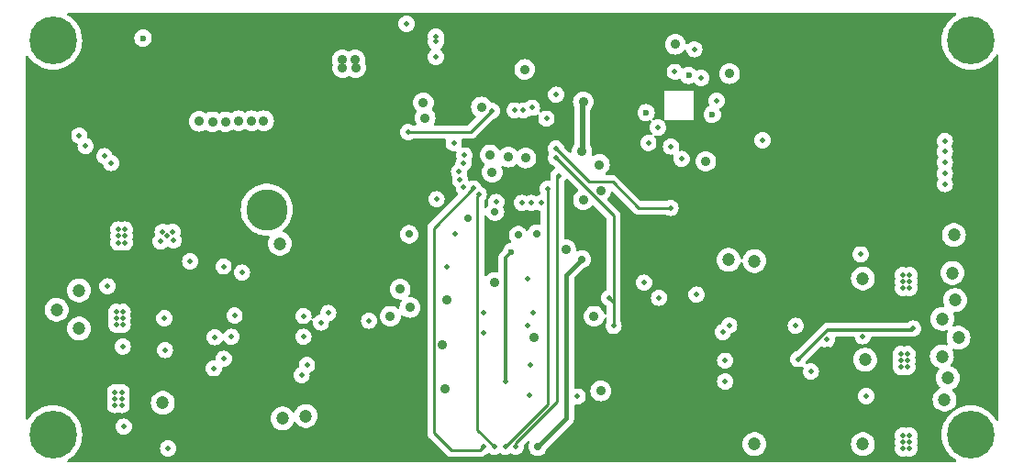
<source format=gbr>
%TF.GenerationSoftware,KiCad,Pcbnew,8.0.2*%
%TF.CreationDate,2024-05-19T23:36:11+08:00*%
%TF.ProjectId,bldcDriver,626c6463-4472-4697-9665-722e6b696361,rev?*%
%TF.SameCoordinates,Original*%
%TF.FileFunction,Copper,L2,Inr*%
%TF.FilePolarity,Positive*%
%FSLAX46Y46*%
G04 Gerber Fmt 4.6, Leading zero omitted, Abs format (unit mm)*
G04 Created by KiCad (PCBNEW 8.0.2) date 2024-05-19 23:36:11*
%MOMM*%
%LPD*%
G01*
G04 APERTURE LIST*
%TA.AperFunction,ComponentPad*%
%ADD10R,3.800000X3.800000*%
%TD*%
%TA.AperFunction,ComponentPad*%
%ADD11C,3.800000*%
%TD*%
%TA.AperFunction,ComponentPad*%
%ADD12C,0.600000*%
%TD*%
%TA.AperFunction,ComponentPad*%
%ADD13C,4.400000*%
%TD*%
%TA.AperFunction,ViaPad*%
%ADD14C,0.500000*%
%TD*%
%TA.AperFunction,ViaPad*%
%ADD15C,0.900000*%
%TD*%
%TA.AperFunction,ViaPad*%
%ADD16C,0.600000*%
%TD*%
%TA.AperFunction,ViaPad*%
%ADD17C,0.700000*%
%TD*%
%TA.AperFunction,ViaPad*%
%ADD18C,1.200000*%
%TD*%
%TA.AperFunction,Conductor*%
%ADD19C,0.250000*%
%TD*%
%TA.AperFunction,Conductor*%
%ADD20C,0.500000*%
%TD*%
%TA.AperFunction,Conductor*%
%ADD21C,0.400000*%
%TD*%
%TA.AperFunction,Conductor*%
%ADD22C,0.300000*%
%TD*%
G04 APERTURE END LIST*
D10*
%TO.N,GNDPWR*%
%TO.C,J1*%
X59700000Y-48850000D03*
D11*
%TO.N,+BATT*%
X54700000Y-48850000D03*
%TD*%
D12*
%TO.N,GNDPWR*%
%TO.C,U3*%
X57891000Y-39459000D03*
X57891000Y-40659000D03*
X57891000Y-41959000D03*
X57891000Y-43059000D03*
X56691000Y-39459000D03*
X56691000Y-40659000D03*
X56691000Y-41959000D03*
X56691000Y-43059000D03*
%TD*%
D13*
%TO.N,N/C*%
%TO.C,*%
X34960000Y-33240000D03*
%TD*%
%TO.N,N/C*%
%TO.C,*%
X119660000Y-33240000D03*
%TD*%
%TO.N,N/C*%
%TO.C,*%
X119660000Y-69640000D03*
%TD*%
%TO.N,N/C*%
%TO.C,*%
X34960000Y-69640000D03*
%TD*%
D14*
%TO.N,GNDD*%
X100450000Y-42450000D03*
%TO.N,/ADC1_IN11*%
X79250000Y-58400000D03*
%TO.N,/ADC2_IN12*%
X86300000Y-57000000D03*
%TO.N,/ADC1_IN5*%
X74700000Y-58350000D03*
%TO.N,/LED*%
X91950000Y-48687500D03*
%TO.N,/TIM1_CH2*%
X94350000Y-56700000D03*
%TO.N,Net-(U5-PA11)*%
X70350000Y-47900000D03*
%TO.N,Net-(U5-PC14)*%
X67750000Y-41700000D03*
%TO.N,Net-(U5-PA1)*%
X81400000Y-38250000D03*
%TO.N,Net-(U5-PC14)*%
X75450000Y-39750000D03*
%TO.N,Net-(U5-PA11)*%
X75875000Y-48150000D03*
%TO.N,/LED*%
X81376513Y-43225000D03*
D15*
%TO.N,+BATT*%
X48450000Y-40700000D03*
X49700000Y-40750000D03*
X50900000Y-40750000D03*
X52100000Y-40650000D03*
X53300000Y-40650000D03*
X54400000Y-40650000D03*
%TO.N,GNDD*%
X69150000Y-39000000D03*
%TO.N,GNDPWR*%
X61700000Y-32700000D03*
X62850000Y-32650000D03*
X62750000Y-31900000D03*
X61700000Y-32000000D03*
X59450000Y-33150000D03*
X59950000Y-32500000D03*
X59000000Y-32500000D03*
X58950000Y-31600000D03*
X59950000Y-31650000D03*
X63700000Y-43050000D03*
X52700000Y-42400000D03*
X51650000Y-42850000D03*
X50550000Y-42800000D03*
X49450000Y-42750000D03*
X48350000Y-42800000D03*
%TO.N,GNDD*%
X61700000Y-35750000D03*
X62900000Y-35750000D03*
X62850000Y-35000000D03*
X61650000Y-35000000D03*
%TO.N,GNDPWR*%
X44800000Y-34850000D03*
X44850000Y-36450000D03*
X46400000Y-36450000D03*
X47300000Y-36450000D03*
X48900000Y-36450000D03*
X49850000Y-36450000D03*
X51400000Y-36450000D03*
X52250000Y-36400000D03*
%TO.N,+3V3*%
X83909732Y-47950000D03*
D14*
%TO.N,GNDD*%
X70300000Y-33350000D03*
X70300000Y-32850000D03*
X67600000Y-31700000D03*
%TO.N,/RESET*%
X70300000Y-34762500D03*
X77549999Y-39700419D03*
D15*
%TO.N,+3V3*%
X83775000Y-43470435D03*
D16*
X43281000Y-33016500D03*
D14*
%TO.N,/SPI3_MOSI*%
X39719087Y-43930913D03*
%TO.N,/NSS1*%
X40350000Y-44550000D03*
%TO.N,/SPI3_MISO*%
X37975000Y-43000000D03*
%TO.N,/SPI3_SCK*%
X37400000Y-42000000D03*
%TO.N,+3V3*%
X117250000Y-42500000D03*
%TO.N,/SPI1_SCK*%
X117250000Y-43500000D03*
%TO.N,/SPI1_MISO*%
X117250000Y-44500000D03*
%TO.N,/SPI1_MOSI*%
X117250000Y-45500000D03*
%TO.N,/NSS2*%
X117250000Y-46500000D03*
D17*
%TO.N,+3V3*%
X79700000Y-70750000D03*
D14*
%TO.N,/USART3_TX*%
X77700000Y-70750000D03*
%TO.N,/USART3_RX*%
X76700000Y-70750000D03*
%TO.N,/SWDIO*%
X75700000Y-70750000D03*
%TO.N,/SWCLK*%
X74700000Y-70750000D03*
D18*
%TO.N,GNDPWR*%
X104400000Y-70600000D03*
X120258274Y-57203498D03*
X48275000Y-58600000D03*
X120100000Y-51100000D03*
X101800000Y-71100000D03*
X35400000Y-52900000D03*
X121635841Y-51200000D03*
X93700000Y-58800000D03*
X50800000Y-51700000D03*
X50600000Y-65700000D03*
X50600000Y-66700000D03*
X50800000Y-50700000D03*
X120937500Y-54300000D03*
X34900000Y-64100000D03*
X104294863Y-55083967D03*
X33500000Y-66700000D03*
X106604074Y-63195926D03*
X120351847Y-64221760D03*
X35200000Y-61600000D03*
X35400000Y-49800000D03*
X104600000Y-56125000D03*
X121299999Y-64203502D03*
X121400000Y-57203498D03*
X48275000Y-59750000D03*
X106450093Y-62103727D03*
X61600000Y-63900000D03*
D15*
%TO.N,GNDD*%
X71100000Y-65400000D03*
D17*
X73300000Y-49625000D03*
D15*
X74495573Y-39375000D03*
X78500000Y-35900000D03*
X69300000Y-40400000D03*
D16*
X89700000Y-39900000D03*
D15*
X85400000Y-44700000D03*
X92400000Y-33600000D03*
D17*
X79625000Y-51066423D03*
D15*
X79330100Y-60684629D03*
X67900000Y-57900000D03*
X75500000Y-45400000D03*
X85500000Y-47075000D03*
X75675000Y-55600000D03*
X82286019Y-52550000D03*
X85500000Y-65600000D03*
X77000000Y-44000000D03*
X67000000Y-56200000D03*
D17*
X67830760Y-51130760D03*
D15*
X75300000Y-43800000D03*
D17*
X77891293Y-51210000D03*
D15*
X78600000Y-44100000D03*
X97400000Y-36300000D03*
X71286771Y-57152979D03*
X66100000Y-58700000D03*
D14*
X92350000Y-36127043D03*
D16*
X95800000Y-40075000D03*
D15*
X84900000Y-58700000D03*
D16*
X93624999Y-36458993D03*
D15*
X70900000Y-61300000D03*
X95200000Y-44400000D03*
%TO.N,+3V3*%
X83900000Y-38900000D03*
D17*
X83773606Y-53436126D03*
X75750000Y-49050000D03*
D14*
%TO.N,+BATT*%
X40700000Y-65700000D03*
D18*
X99700000Y-70500000D03*
X99700000Y-53600000D03*
D14*
X40800000Y-59500000D03*
X114000000Y-70900000D03*
X113800000Y-63400000D03*
D18*
X58300000Y-67900000D03*
D14*
X113400000Y-54900000D03*
X114000000Y-70300000D03*
X40800000Y-58900000D03*
X113800000Y-62800000D03*
X41400000Y-59500000D03*
X40700000Y-66900000D03*
X113400000Y-70900000D03*
X41400000Y-58900000D03*
X114000000Y-54900000D03*
X113400000Y-69700000D03*
X114000000Y-69700000D03*
D18*
X97300000Y-53500000D03*
D14*
X113400000Y-56100000D03*
X41600000Y-51300000D03*
D18*
X117537500Y-64400000D03*
D14*
X41000000Y-51900000D03*
D18*
X117962500Y-54700000D03*
X117237500Y-66400000D03*
D14*
X113200000Y-62800000D03*
X114000000Y-56100000D03*
D18*
X56137438Y-68137437D03*
D14*
X41300000Y-65700000D03*
X41600000Y-51900000D03*
X41000000Y-50700000D03*
X113400000Y-70300000D03*
X41300000Y-66300000D03*
X41000000Y-51300000D03*
X40800000Y-58300000D03*
X41300000Y-66900000D03*
X41600000Y-50700000D03*
D18*
X55900000Y-52000000D03*
X118200000Y-57200000D03*
D14*
X114000000Y-55500000D03*
X113400000Y-55500000D03*
D18*
X118100000Y-51200000D03*
D14*
X40700000Y-66300000D03*
X113200000Y-63400000D03*
X113800000Y-62200000D03*
X41400000Y-58300000D03*
X113200000Y-62200000D03*
%TO.N,/SWDIO*%
X74256250Y-47456250D03*
%TO.N,/USART3_TX*%
X81600000Y-45725000D03*
%TO.N,/SWCLK*%
X73800000Y-46900000D03*
%TO.N,/USART3_RX*%
X80600000Y-46935000D03*
%TO.N,/MPU_INT*%
X94138750Y-34038750D03*
X80500000Y-40462500D03*
%TO.N,/TIM1_CH2*%
X97000000Y-62814500D03*
X97000000Y-64728500D03*
%TO.N,/TIM8_CH2*%
X58071000Y-60603500D03*
X58071000Y-58671500D03*
%TO.N,/NSS1*%
X72859950Y-44545347D03*
%TO.N,/ADC1_IN11*%
X78800000Y-59600000D03*
X80025000Y-48235000D03*
%TO.N,/ADC1_IN5*%
X79073584Y-48235000D03*
X74700000Y-60200000D03*
%TO.N,Net-(U4-VDD)*%
X92975000Y-44175000D03*
X94774170Y-36705420D03*
X96200000Y-38791116D03*
%TO.N,/inverter/2VS1*%
X104892500Y-63807976D03*
D18*
X109700000Y-70500000D03*
X116990000Y-62400000D03*
%TO.N,/inverter/2VS2*%
X118520000Y-60690000D03*
X109900000Y-62700000D03*
D14*
X106369904Y-60869904D03*
D18*
%TO.N,/inverter/2VS3*%
X117040000Y-58950000D03*
X109700000Y-55200000D03*
D14*
%TO.N,/inverter/1VS1*%
X46000000Y-50900000D03*
X46100000Y-51700000D03*
X44900000Y-51800000D03*
D18*
X37366500Y-56315339D03*
D14*
X45100000Y-50900000D03*
X47629789Y-53635326D03*
X45500000Y-51300000D03*
%TO.N,/inverter/1VS2*%
X45250000Y-58890000D03*
X49900000Y-60625000D03*
%TO.N,/inverter/1VS3*%
X49800000Y-63500000D03*
D18*
X37386500Y-59843500D03*
X45100000Y-66700000D03*
D14*
%TO.N,/inverter/1HO1*%
X51717172Y-58635499D03*
X40000000Y-55940000D03*
%TO.N,/inverter/1HO2*%
X41400000Y-61500000D03*
X51438709Y-60600000D03*
%TO.N,/inverter/1LO2*%
X45288750Y-61811250D03*
X57900000Y-64141421D03*
%TO.N,/inverter/1HO3*%
X50729535Y-62629498D03*
X41500000Y-68900000D03*
%TO.N,/inverter/1LO3*%
X58400000Y-63200000D03*
X45600000Y-70900000D03*
%TO.N,/inverter/2HO2*%
X114346250Y-59846250D03*
X103739111Y-62652167D03*
%TO.N,/inverter/2LO3*%
X96778500Y-60178500D03*
X109500000Y-52991476D03*
%TO.N,/inverter/2LO2*%
X97353500Y-59546500D03*
X109692500Y-60540000D03*
%TO.N,/inverter/2LO1*%
X103504408Y-59581218D03*
X110000000Y-66071476D03*
%TO.N,/USART2_TX*%
X79162854Y-39449233D03*
%TO.N,/USART2_RX*%
X90800000Y-41275000D03*
%TO.N,/I2C1_SCL*%
X72876718Y-46800000D03*
X92000000Y-43025000D03*
%TO.N,/ADC2_IN12*%
X86700000Y-59600000D03*
X81350500Y-44100000D03*
%TO.N,/SPI3_MOSI*%
X72932753Y-43849141D03*
%TO.N,/SPI3_MISO*%
X72433623Y-45365291D03*
%TO.N,/OP_VCC*%
X72100000Y-51090000D03*
X78732500Y-55267500D03*
%TO.N,/ADC2_IN15*%
X78238509Y-48235000D03*
X64137500Y-59100000D03*
%TO.N,/1CS2+*%
X50700000Y-54100000D03*
X60370404Y-58408956D03*
%TO.N,/1CS2-*%
X59674785Y-59274785D03*
X52400000Y-54675000D03*
%TO.N,/2CS2-*%
X90900000Y-57000000D03*
X83375000Y-66100000D03*
%TO.N,/2CS2+*%
X89500000Y-55600000D03*
X79000000Y-63187500D03*
%TO.N,/I2C1_SDA*%
X89900000Y-42700000D03*
X71948589Y-42725000D03*
%TO.N,/SPI3_SCK*%
X72534906Y-46077181D03*
%TO.N,/VREF_OP2*%
X71297500Y-54150000D03*
X78900000Y-66000000D03*
D16*
%TO.N,/VREF_OP1*%
X77261250Y-52761250D03*
D14*
X76700000Y-64700000D03*
D18*
%TO.N,/inverter/1VS2*%
X35300000Y-58100000D03*
D14*
%TO.N,Net-(U5-PA1)*%
X78375000Y-39700002D03*
%TD*%
D19*
%TO.N,/ADC2_IN12*%
X86700000Y-57650000D02*
X86700000Y-57400000D01*
X86700000Y-57400000D02*
X86300000Y-57000000D01*
X86700000Y-57650000D02*
X86700000Y-59600000D01*
X86700000Y-49400391D02*
X86700000Y-57650000D01*
X81375563Y-44075954D02*
X86700000Y-49400391D01*
%TO.N,/LED*%
X88987500Y-48687500D02*
X91950000Y-48687500D01*
X86600000Y-46300000D02*
X88987500Y-48687500D01*
X81376513Y-43225000D02*
X84451513Y-46300000D01*
X84451513Y-46300000D02*
X86600000Y-46300000D01*
%TO.N,Net-(U5-PC14)*%
X73500000Y-41700000D02*
X67750000Y-41700000D01*
X75450000Y-39750000D02*
X73500000Y-41700000D01*
D20*
%TO.N,+3V3*%
X83800000Y-43445435D02*
X83775000Y-43470435D01*
X83800000Y-39000000D02*
X83800000Y-43445435D01*
X83900000Y-38900000D02*
X83800000Y-39000000D01*
D19*
%TO.N,/USART3_TX*%
X77700000Y-70386396D02*
X77700000Y-70750000D01*
X81511019Y-66575377D02*
X77700000Y-70386396D01*
X81511019Y-45813981D02*
X81511019Y-66575377D01*
X81600000Y-45725000D02*
X81511019Y-45813981D01*
D21*
%TO.N,+3V3*%
X82350000Y-68100000D02*
X79700000Y-70750000D01*
X82350000Y-54859732D02*
X82350000Y-68100000D01*
X83773606Y-53436126D02*
X82350000Y-54859732D01*
D19*
%TO.N,/SWDIO*%
X74125000Y-69175000D02*
X75700000Y-70750000D01*
X74125000Y-47587500D02*
X74125000Y-69175000D01*
X74256250Y-47456250D02*
X74125000Y-47587500D01*
%TO.N,/SWCLK*%
X71700000Y-71050000D02*
X74400000Y-71050000D01*
X70125000Y-69475000D02*
X71700000Y-71050000D01*
X73800000Y-46900000D02*
X70125000Y-50575000D01*
X70125000Y-50575000D02*
X70125000Y-69475000D01*
X74400000Y-71050000D02*
X74700000Y-70750000D01*
%TO.N,/SWDIO*%
X74100000Y-47612500D02*
X74256250Y-47456250D01*
D22*
%TO.N,/inverter/2HO2*%
X114346250Y-59846250D02*
X114252500Y-59940000D01*
X114252500Y-59940000D02*
X106451278Y-59940000D01*
X106451278Y-59940000D02*
X103739111Y-62652167D01*
%TO.N,/VREF_OP1*%
X76700000Y-53322500D02*
X77261250Y-52761250D01*
X76700000Y-64700000D02*
X76700000Y-53322500D01*
D19*
%TO.N,/USART3_RX*%
X80600000Y-66850000D02*
X76700000Y-70750000D01*
X80600000Y-46935000D02*
X80600000Y-66850000D01*
%TD*%
%TA.AperFunction,Conductor*%
%TO.N,GNDPWR*%
G36*
X118280451Y-30709685D02*
G01*
X118326206Y-30762489D01*
X118336150Y-30831647D01*
X118307125Y-30895203D01*
X118277564Y-30920115D01*
X118236812Y-30944751D01*
X118123131Y-31013473D01*
X117865960Y-31214954D01*
X117634954Y-31445960D01*
X117433473Y-31703131D01*
X117333773Y-31868056D01*
X117264455Y-31982721D01*
X117152655Y-32231132D01*
X117130372Y-32280642D01*
X117130366Y-32280657D01*
X117033178Y-32592547D01*
X116974289Y-32913900D01*
X116954564Y-33240000D01*
X116974289Y-33566099D01*
X117033178Y-33887452D01*
X117130366Y-34199342D01*
X117130370Y-34199354D01*
X117130373Y-34199361D01*
X117264455Y-34497279D01*
X117353055Y-34643841D01*
X117433473Y-34776868D01*
X117634954Y-35034039D01*
X117865960Y-35265045D01*
X118123131Y-35466526D01*
X118123134Y-35466528D01*
X118123137Y-35466530D01*
X118402721Y-35635545D01*
X118700639Y-35769627D01*
X118700652Y-35769631D01*
X118700657Y-35769633D01*
X119012547Y-35866821D01*
X119333896Y-35925710D01*
X119660000Y-35945436D01*
X119986104Y-35925710D01*
X120307453Y-35866821D01*
X120619361Y-35769627D01*
X120917279Y-35635545D01*
X121196863Y-35466530D01*
X121454036Y-35265048D01*
X121685048Y-35034036D01*
X121886530Y-34776863D01*
X122005726Y-34579688D01*
X122057252Y-34532504D01*
X122126111Y-34520665D01*
X122190440Y-34547934D01*
X122229814Y-34605652D01*
X122235841Y-34643841D01*
X122235841Y-68236158D01*
X122216156Y-68303197D01*
X122163352Y-68348952D01*
X122094194Y-68358896D01*
X122030638Y-68329871D01*
X122005724Y-68300308D01*
X122005090Y-68299260D01*
X121886530Y-68103137D01*
X121886528Y-68103134D01*
X121886526Y-68103131D01*
X121685045Y-67845960D01*
X121454039Y-67614954D01*
X121196868Y-67413473D01*
X121044703Y-67321486D01*
X120917279Y-67244455D01*
X120619361Y-67110373D01*
X120619354Y-67110370D01*
X120619342Y-67110366D01*
X120307452Y-67013178D01*
X119986099Y-66954289D01*
X119660000Y-66934564D01*
X119333900Y-66954289D01*
X119012547Y-67013178D01*
X118700657Y-67110366D01*
X118700641Y-67110372D01*
X118700639Y-67110373D01*
X118510933Y-67195752D01*
X118439956Y-67227697D01*
X118402721Y-67244455D01*
X118384523Y-67255456D01*
X118125456Y-67412067D01*
X118057901Y-67429903D01*
X118023381Y-67418728D01*
X118026952Y-67446920D01*
X117996864Y-67509979D01*
X117981002Y-67524824D01*
X117865961Y-67614953D01*
X117634954Y-67845960D01*
X117433473Y-68103131D01*
X117349432Y-68242152D01*
X117264455Y-68382721D01*
X117146602Y-68644581D01*
X117130372Y-68680642D01*
X117130366Y-68680657D01*
X117033178Y-68992547D01*
X116974289Y-69313900D01*
X116954564Y-69640000D01*
X116974289Y-69966099D01*
X117033178Y-70287452D01*
X117130366Y-70599342D01*
X117130370Y-70599354D01*
X117130373Y-70599361D01*
X117264455Y-70897279D01*
X117373518Y-71077690D01*
X117433473Y-71176868D01*
X117634954Y-71434039D01*
X117865960Y-71665045D01*
X118123131Y-71866526D01*
X118123134Y-71866528D01*
X118123137Y-71866530D01*
X118277562Y-71959884D01*
X118324749Y-72011411D01*
X118336588Y-72080270D01*
X118309319Y-72144599D01*
X118251600Y-72183973D01*
X118213412Y-72190000D01*
X36406588Y-72190000D01*
X36339549Y-72170315D01*
X36293794Y-72117511D01*
X36283850Y-72048353D01*
X36312875Y-71984797D01*
X36342435Y-71959884D01*
X36496863Y-71866530D01*
X36754036Y-71665048D01*
X36985048Y-71434036D01*
X37186530Y-71176863D01*
X37353902Y-70899997D01*
X44844751Y-70899997D01*
X44844751Y-70900002D01*
X44863685Y-71068056D01*
X44919545Y-71227694D01*
X44919547Y-71227697D01*
X45009518Y-71370884D01*
X45009523Y-71370890D01*
X45129109Y-71490476D01*
X45129115Y-71490481D01*
X45272302Y-71580452D01*
X45272305Y-71580454D01*
X45272309Y-71580455D01*
X45272310Y-71580456D01*
X45300000Y-71590145D01*
X45431943Y-71636314D01*
X45599997Y-71655249D01*
X45600000Y-71655249D01*
X45600003Y-71655249D01*
X45768056Y-71636314D01*
X45768065Y-71636311D01*
X45927690Y-71580456D01*
X45927692Y-71580454D01*
X45927694Y-71580454D01*
X45927697Y-71580452D01*
X46070884Y-71490481D01*
X46070885Y-71490480D01*
X46070890Y-71490477D01*
X46190477Y-71370890D01*
X46195033Y-71363639D01*
X46280452Y-71227697D01*
X46280454Y-71227694D01*
X46280454Y-71227692D01*
X46280456Y-71227690D01*
X46336313Y-71068059D01*
X46336313Y-71068058D01*
X46336314Y-71068056D01*
X46355249Y-70900002D01*
X46355249Y-70899997D01*
X46336314Y-70731943D01*
X46290145Y-70600000D01*
X46280456Y-70572310D01*
X46280455Y-70572309D01*
X46280454Y-70572305D01*
X46280452Y-70572302D01*
X46190481Y-70429115D01*
X46190476Y-70429109D01*
X46070890Y-70309523D01*
X46070884Y-70309518D01*
X45927697Y-70219547D01*
X45927694Y-70219545D01*
X45768056Y-70163685D01*
X45600003Y-70144751D01*
X45599997Y-70144751D01*
X45431943Y-70163685D01*
X45272305Y-70219545D01*
X45272302Y-70219547D01*
X45129115Y-70309518D01*
X45129109Y-70309523D01*
X45009523Y-70429109D01*
X45009518Y-70429115D01*
X44919547Y-70572302D01*
X44919545Y-70572305D01*
X44863685Y-70731943D01*
X44844751Y-70899997D01*
X37353902Y-70899997D01*
X37355545Y-70897279D01*
X37489627Y-70599361D01*
X37489803Y-70598798D01*
X37530542Y-70468058D01*
X37586821Y-70287453D01*
X37645710Y-69966104D01*
X37665436Y-69640000D01*
X37645710Y-69313896D01*
X37586821Y-68992547D01*
X37557982Y-68900000D01*
X37557981Y-68899997D01*
X40744751Y-68899997D01*
X40744751Y-68900002D01*
X40763685Y-69068056D01*
X40819545Y-69227694D01*
X40819547Y-69227697D01*
X40909518Y-69370884D01*
X40909523Y-69370890D01*
X41029109Y-69490476D01*
X41029115Y-69490481D01*
X41172302Y-69580452D01*
X41172305Y-69580454D01*
X41172309Y-69580455D01*
X41172310Y-69580456D01*
X41244913Y-69605860D01*
X41331943Y-69636314D01*
X41499997Y-69655249D01*
X41500000Y-69655249D01*
X41500003Y-69655249D01*
X41668056Y-69636314D01*
X41668059Y-69636313D01*
X41827690Y-69580456D01*
X41827692Y-69580454D01*
X41827694Y-69580454D01*
X41827697Y-69580452D01*
X41970884Y-69490481D01*
X41970885Y-69490480D01*
X41970890Y-69490477D01*
X42090477Y-69370890D01*
X42090481Y-69370884D01*
X42180452Y-69227697D01*
X42180454Y-69227694D01*
X42180454Y-69227692D01*
X42180456Y-69227690D01*
X42236313Y-69068059D01*
X42236313Y-69068058D01*
X42236314Y-69068056D01*
X42255249Y-68900002D01*
X42255249Y-68899997D01*
X42236314Y-68731943D01*
X42180454Y-68572305D01*
X42180452Y-68572302D01*
X42090481Y-68429115D01*
X42090476Y-68429109D01*
X41970890Y-68309523D01*
X41970884Y-68309518D01*
X41827697Y-68219547D01*
X41827694Y-68219545D01*
X41668056Y-68163685D01*
X41500003Y-68144751D01*
X41499997Y-68144751D01*
X41331943Y-68163685D01*
X41172305Y-68219545D01*
X41172302Y-68219547D01*
X41029115Y-68309518D01*
X41029109Y-68309523D01*
X40909523Y-68429109D01*
X40909518Y-68429115D01*
X40819547Y-68572302D01*
X40819545Y-68572305D01*
X40763685Y-68731943D01*
X40744751Y-68899997D01*
X37557981Y-68899997D01*
X37489633Y-68680657D01*
X37489631Y-68680652D01*
X37489627Y-68680639D01*
X37355545Y-68382721D01*
X37207265Y-68137436D01*
X55032223Y-68137436D01*
X55032223Y-68137437D01*
X55051040Y-68340519D01*
X55106855Y-68536684D01*
X55106860Y-68536697D01*
X55197765Y-68719258D01*
X55320675Y-68882018D01*
X55471396Y-69019417D01*
X55471398Y-69019419D01*
X55471605Y-69019547D01*
X55644801Y-69126785D01*
X55834982Y-69200461D01*
X56035462Y-69237937D01*
X56035464Y-69237937D01*
X56239412Y-69237937D01*
X56239414Y-69237937D01*
X56439894Y-69200461D01*
X56630075Y-69126785D01*
X56803479Y-69019418D01*
X56954202Y-68882016D01*
X57077111Y-68719258D01*
X57150282Y-68572310D01*
X57170576Y-68531555D01*
X57172419Y-68532472D01*
X57209386Y-68484329D01*
X57275143Y-68460713D01*
X57343230Y-68476398D01*
X57381432Y-68509769D01*
X57483237Y-68644581D01*
X57633958Y-68781980D01*
X57633960Y-68781982D01*
X57733141Y-68843392D01*
X57807363Y-68889348D01*
X57997544Y-68963024D01*
X58198024Y-69000500D01*
X58198026Y-69000500D01*
X58401974Y-69000500D01*
X58401976Y-69000500D01*
X58602456Y-68963024D01*
X58792637Y-68889348D01*
X58966041Y-68781981D01*
X59116764Y-68644579D01*
X59239673Y-68481821D01*
X59330582Y-68299250D01*
X59386397Y-68103083D01*
X59405215Y-67900000D01*
X59398313Y-67825519D01*
X59386397Y-67696917D01*
X59363076Y-67614953D01*
X59330582Y-67500750D01*
X59325466Y-67490476D01*
X59265917Y-67370884D01*
X59239673Y-67318179D01*
X59116764Y-67155421D01*
X59116762Y-67155418D01*
X58966041Y-67018019D01*
X58966039Y-67018017D01*
X58792642Y-66910655D01*
X58792635Y-66910651D01*
X58618788Y-66843303D01*
X58602456Y-66836976D01*
X58401976Y-66799500D01*
X58198024Y-66799500D01*
X57997544Y-66836976D01*
X57997541Y-66836976D01*
X57997541Y-66836977D01*
X57807364Y-66910651D01*
X57807357Y-66910655D01*
X57633960Y-67018017D01*
X57633958Y-67018019D01*
X57483237Y-67155418D01*
X57360327Y-67318178D01*
X57266862Y-67505882D01*
X57265029Y-67504969D01*
X57228000Y-67553145D01*
X57162230Y-67576727D01*
X57094151Y-67561007D01*
X57056005Y-67527667D01*
X56954200Y-67392855D01*
X56803479Y-67255456D01*
X56803477Y-67255454D01*
X56630080Y-67148092D01*
X56630073Y-67148088D01*
X56503998Y-67099247D01*
X56439894Y-67074413D01*
X56239414Y-67036937D01*
X56035462Y-67036937D01*
X55834982Y-67074413D01*
X55834979Y-67074413D01*
X55834979Y-67074414D01*
X55644802Y-67148088D01*
X55644795Y-67148092D01*
X55471398Y-67255454D01*
X55471396Y-67255456D01*
X55320675Y-67392855D01*
X55197765Y-67555615D01*
X55106860Y-67738176D01*
X55106855Y-67738189D01*
X55051040Y-67934354D01*
X55032223Y-68137436D01*
X37207265Y-68137436D01*
X37186530Y-68103137D01*
X37186528Y-68103134D01*
X37186526Y-68103131D01*
X36985045Y-67845960D01*
X36754039Y-67614954D01*
X36496868Y-67413473D01*
X36344703Y-67321486D01*
X36217279Y-67244455D01*
X35919361Y-67110373D01*
X35919354Y-67110370D01*
X35919342Y-67110366D01*
X35607452Y-67013178D01*
X35286099Y-66954289D01*
X34960000Y-66934564D01*
X34633900Y-66954289D01*
X34312547Y-67013178D01*
X34000657Y-67110366D01*
X34000641Y-67110372D01*
X34000639Y-67110373D01*
X33810933Y-67195752D01*
X33739956Y-67227697D01*
X33702721Y-67244455D01*
X33684523Y-67255456D01*
X33423131Y-67413473D01*
X33165960Y-67614954D01*
X32934954Y-67845960D01*
X32733473Y-68103132D01*
X32733470Y-68103137D01*
X32700810Y-68157164D01*
X32685115Y-68183126D01*
X32633587Y-68230314D01*
X32564727Y-68242152D01*
X32500399Y-68214883D01*
X32461025Y-68157164D01*
X32454998Y-68118976D01*
X32454998Y-65699997D01*
X39944751Y-65699997D01*
X39944751Y-65700002D01*
X39963686Y-65868058D01*
X39995523Y-65959047D01*
X39999084Y-66028826D01*
X39995523Y-66040953D01*
X39963686Y-66131941D01*
X39944751Y-66299997D01*
X39944751Y-66300002D01*
X39963686Y-66468058D01*
X39995523Y-66559047D01*
X39999084Y-66628826D01*
X39995523Y-66640953D01*
X39963686Y-66731941D01*
X39944751Y-66899997D01*
X39944751Y-66900002D01*
X39963685Y-67068056D01*
X40019545Y-67227694D01*
X40019547Y-67227697D01*
X40109518Y-67370884D01*
X40109523Y-67370890D01*
X40229109Y-67490476D01*
X40229115Y-67490481D01*
X40372302Y-67580452D01*
X40372305Y-67580454D01*
X40372309Y-67580455D01*
X40372310Y-67580456D01*
X40400000Y-67590145D01*
X40531943Y-67636314D01*
X40699997Y-67655249D01*
X40700000Y-67655249D01*
X40700003Y-67655249D01*
X40868059Y-67636313D01*
X40868060Y-67636313D01*
X40959045Y-67604476D01*
X41028824Y-67600914D01*
X41040955Y-67604476D01*
X41131939Y-67636313D01*
X41299997Y-67655249D01*
X41300000Y-67655249D01*
X41300003Y-67655249D01*
X41468056Y-67636314D01*
X41468059Y-67636313D01*
X41627690Y-67580456D01*
X41627692Y-67580454D01*
X41627694Y-67580454D01*
X41627697Y-67580452D01*
X41770884Y-67490481D01*
X41770885Y-67490480D01*
X41770890Y-67490477D01*
X41890477Y-67370890D01*
X41923598Y-67318179D01*
X41980452Y-67227697D01*
X41980454Y-67227694D01*
X41980454Y-67227692D01*
X41980456Y-67227690D01*
X42036313Y-67068059D01*
X42036313Y-67068058D01*
X42036314Y-67068056D01*
X42055249Y-66900002D01*
X42055249Y-66899997D01*
X42036313Y-66731940D01*
X42036313Y-66731939D01*
X42025137Y-66699999D01*
X43994785Y-66699999D01*
X43994785Y-66700000D01*
X44013602Y-66903082D01*
X44069417Y-67099247D01*
X44069422Y-67099260D01*
X44160327Y-67281821D01*
X44283237Y-67444581D01*
X44433958Y-67581980D01*
X44433960Y-67581982D01*
X44487212Y-67614954D01*
X44607363Y-67689348D01*
X44797544Y-67763024D01*
X44998024Y-67800500D01*
X44998026Y-67800500D01*
X45201974Y-67800500D01*
X45201976Y-67800500D01*
X45402456Y-67763024D01*
X45592637Y-67689348D01*
X45766041Y-67581981D01*
X45916764Y-67444579D01*
X46039673Y-67281821D01*
X46130582Y-67099250D01*
X46186397Y-66903083D01*
X46205215Y-66700000D01*
X46204332Y-66690476D01*
X46186397Y-66496917D01*
X46178186Y-66468058D01*
X46130582Y-66300750D01*
X46130207Y-66299997D01*
X46064510Y-66168059D01*
X46039673Y-66118179D01*
X45950430Y-66000002D01*
X45916762Y-65955418D01*
X45766041Y-65818019D01*
X45766039Y-65818017D01*
X45592642Y-65710655D01*
X45592635Y-65710651D01*
X45450068Y-65655421D01*
X45402456Y-65636976D01*
X45201976Y-65599500D01*
X44998024Y-65599500D01*
X44797544Y-65636976D01*
X44797541Y-65636976D01*
X44797541Y-65636977D01*
X44607364Y-65710651D01*
X44607357Y-65710655D01*
X44433960Y-65818017D01*
X44433958Y-65818019D01*
X44283237Y-65955418D01*
X44160327Y-66118178D01*
X44069422Y-66300739D01*
X44069417Y-66300752D01*
X44013602Y-66496917D01*
X43994785Y-66699999D01*
X42025137Y-66699999D01*
X42004476Y-66640955D01*
X42000914Y-66571176D01*
X42004476Y-66559045D01*
X42036313Y-66468060D01*
X42036313Y-66468059D01*
X42055249Y-66300002D01*
X42055249Y-66299997D01*
X42036313Y-66131940D01*
X42036313Y-66131939D01*
X42004476Y-66040955D01*
X42000914Y-65971176D01*
X42004476Y-65959045D01*
X42036313Y-65868060D01*
X42036313Y-65868059D01*
X42055249Y-65700002D01*
X42055249Y-65699997D01*
X42036314Y-65531943D01*
X41993871Y-65410648D01*
X41980456Y-65372310D01*
X41980455Y-65372309D01*
X41980454Y-65372305D01*
X41980452Y-65372302D01*
X41890481Y-65229115D01*
X41890476Y-65229109D01*
X41770890Y-65109523D01*
X41770884Y-65109518D01*
X41627697Y-65019547D01*
X41627694Y-65019545D01*
X41468056Y-64963685D01*
X41300003Y-64944751D01*
X41299997Y-64944751D01*
X41131941Y-64963686D01*
X41040953Y-64995523D01*
X40971174Y-64999084D01*
X40959047Y-64995523D01*
X40868058Y-64963686D01*
X40700003Y-64944751D01*
X40699997Y-64944751D01*
X40531943Y-64963685D01*
X40372305Y-65019545D01*
X40372302Y-65019547D01*
X40229115Y-65109518D01*
X40229109Y-65109523D01*
X40109523Y-65229109D01*
X40109518Y-65229115D01*
X40019547Y-65372302D01*
X40019545Y-65372305D01*
X39963685Y-65531943D01*
X39944751Y-65699997D01*
X32454998Y-65699997D01*
X32454998Y-63499997D01*
X49044751Y-63499997D01*
X49044751Y-63500002D01*
X49063685Y-63668056D01*
X49119545Y-63827694D01*
X49119547Y-63827697D01*
X49209518Y-63970884D01*
X49209523Y-63970890D01*
X49329109Y-64090476D01*
X49329115Y-64090481D01*
X49472302Y-64180452D01*
X49472305Y-64180454D01*
X49472309Y-64180455D01*
X49472310Y-64180456D01*
X49519353Y-64196917D01*
X49631943Y-64236314D01*
X49799997Y-64255249D01*
X49800000Y-64255249D01*
X49800003Y-64255249D01*
X49968056Y-64236314D01*
X49968059Y-64236313D01*
X50127690Y-64180456D01*
X50127692Y-64180454D01*
X50127694Y-64180454D01*
X50127697Y-64180452D01*
X50189819Y-64141418D01*
X57144751Y-64141418D01*
X57144751Y-64141423D01*
X57163685Y-64309477D01*
X57219545Y-64469115D01*
X57219547Y-64469118D01*
X57309518Y-64612305D01*
X57309523Y-64612311D01*
X57429109Y-64731897D01*
X57429115Y-64731902D01*
X57572302Y-64821873D01*
X57572305Y-64821875D01*
X57572309Y-64821876D01*
X57572310Y-64821877D01*
X57644913Y-64847281D01*
X57731943Y-64877735D01*
X57899997Y-64896670D01*
X57900000Y-64896670D01*
X57900003Y-64896670D01*
X58068056Y-64877735D01*
X58091945Y-64869376D01*
X58227690Y-64821877D01*
X58227692Y-64821875D01*
X58227694Y-64821875D01*
X58227697Y-64821873D01*
X58370884Y-64731902D01*
X58370885Y-64731901D01*
X58370890Y-64731898D01*
X58490477Y-64612311D01*
X58494529Y-64605862D01*
X58580452Y-64469118D01*
X58580454Y-64469115D01*
X58580454Y-64469113D01*
X58580456Y-64469111D01*
X58636313Y-64309480D01*
X58636313Y-64309479D01*
X58636314Y-64309477D01*
X58655249Y-64141423D01*
X58655249Y-64141418D01*
X58640780Y-64013006D01*
X58652834Y-63944184D01*
X58700183Y-63892805D01*
X58723048Y-63882080D01*
X58727690Y-63880456D01*
X58727695Y-63880453D01*
X58727697Y-63880452D01*
X58870884Y-63790481D01*
X58870885Y-63790480D01*
X58870890Y-63790477D01*
X58990477Y-63670890D01*
X58990481Y-63670884D01*
X59080452Y-63527697D01*
X59080454Y-63527694D01*
X59080454Y-63527692D01*
X59080456Y-63527690D01*
X59136313Y-63368059D01*
X59136313Y-63368058D01*
X59136314Y-63368056D01*
X59155249Y-63200002D01*
X59155249Y-63199997D01*
X59136314Y-63031943D01*
X59093477Y-62909523D01*
X59080456Y-62872310D01*
X59080455Y-62872309D01*
X59080454Y-62872305D01*
X59080452Y-62872302D01*
X58990481Y-62729115D01*
X58990476Y-62729109D01*
X58870890Y-62609523D01*
X58870884Y-62609518D01*
X58727697Y-62519547D01*
X58727694Y-62519545D01*
X58568056Y-62463685D01*
X58400003Y-62444751D01*
X58399997Y-62444751D01*
X58231943Y-62463685D01*
X58072305Y-62519545D01*
X58072302Y-62519547D01*
X57929115Y-62609518D01*
X57929109Y-62609523D01*
X57809523Y-62729109D01*
X57809518Y-62729115D01*
X57719547Y-62872302D01*
X57719545Y-62872305D01*
X57663685Y-63031943D01*
X57644751Y-63199997D01*
X57644751Y-63200003D01*
X57659219Y-63328415D01*
X57647164Y-63397237D01*
X57599815Y-63448616D01*
X57576963Y-63459336D01*
X57572314Y-63460963D01*
X57572300Y-63460969D01*
X57429115Y-63550939D01*
X57429109Y-63550944D01*
X57309523Y-63670530D01*
X57309518Y-63670536D01*
X57219547Y-63813723D01*
X57219545Y-63813726D01*
X57163685Y-63973364D01*
X57144751Y-64141418D01*
X50189819Y-64141418D01*
X50270884Y-64090481D01*
X50270885Y-64090480D01*
X50270890Y-64090477D01*
X50390477Y-63970890D01*
X50407258Y-63944184D01*
X50480452Y-63827697D01*
X50480454Y-63827694D01*
X50480454Y-63827692D01*
X50480456Y-63827690D01*
X50536313Y-63668059D01*
X50536313Y-63668058D01*
X50536314Y-63668056D01*
X50556029Y-63493080D01*
X50558339Y-63493340D01*
X50574934Y-63436826D01*
X50627738Y-63391071D01*
X50693132Y-63380645D01*
X50729535Y-63384747D01*
X50729538Y-63384747D01*
X50897591Y-63365812D01*
X50903575Y-63363718D01*
X51057225Y-63309954D01*
X51057227Y-63309952D01*
X51057229Y-63309952D01*
X51057232Y-63309950D01*
X51200419Y-63219979D01*
X51200420Y-63219978D01*
X51200425Y-63219975D01*
X51320012Y-63100388D01*
X51326649Y-63089825D01*
X51409987Y-62957195D01*
X51409989Y-62957192D01*
X51409989Y-62957190D01*
X51409991Y-62957188D01*
X51465848Y-62797557D01*
X51465848Y-62797556D01*
X51465849Y-62797554D01*
X51484784Y-62629500D01*
X51484784Y-62629495D01*
X51465849Y-62461441D01*
X51409989Y-62301803D01*
X51409987Y-62301800D01*
X51320016Y-62158613D01*
X51320011Y-62158607D01*
X51200425Y-62039021D01*
X51200419Y-62039016D01*
X51057232Y-61949045D01*
X51057229Y-61949043D01*
X50897591Y-61893183D01*
X50729538Y-61874249D01*
X50729532Y-61874249D01*
X50561478Y-61893183D01*
X50401840Y-61949043D01*
X50401837Y-61949045D01*
X50258650Y-62039016D01*
X50258644Y-62039021D01*
X50139058Y-62158607D01*
X50139053Y-62158613D01*
X50049082Y-62301800D01*
X50049080Y-62301803D01*
X49993220Y-62461441D01*
X49973506Y-62636418D01*
X49971195Y-62636157D01*
X49954601Y-62692671D01*
X49901797Y-62738426D01*
X49836403Y-62748852D01*
X49800004Y-62744751D01*
X49799997Y-62744751D01*
X49631943Y-62763685D01*
X49472305Y-62819545D01*
X49472302Y-62819547D01*
X49329115Y-62909518D01*
X49329109Y-62909523D01*
X49209523Y-63029109D01*
X49209518Y-63029115D01*
X49119547Y-63172302D01*
X49119545Y-63172305D01*
X49063685Y-63331943D01*
X49044751Y-63499997D01*
X32454998Y-63499997D01*
X32454998Y-61499997D01*
X40644751Y-61499997D01*
X40644751Y-61500002D01*
X40663685Y-61668056D01*
X40719545Y-61827694D01*
X40719547Y-61827697D01*
X40809518Y-61970884D01*
X40809523Y-61970890D01*
X40929109Y-62090476D01*
X40929115Y-62090481D01*
X41072302Y-62180452D01*
X41072305Y-62180454D01*
X41072309Y-62180455D01*
X41072310Y-62180456D01*
X41119353Y-62196917D01*
X41231943Y-62236314D01*
X41399997Y-62255249D01*
X41400000Y-62255249D01*
X41400003Y-62255249D01*
X41568056Y-62236314D01*
X41603196Y-62224018D01*
X41727690Y-62180456D01*
X41727692Y-62180454D01*
X41727694Y-62180454D01*
X41727697Y-62180452D01*
X41870884Y-62090481D01*
X41870885Y-62090480D01*
X41870890Y-62090477D01*
X41990477Y-61970890D01*
X42004203Y-61949045D01*
X42080452Y-61827697D01*
X42080454Y-61827694D01*
X42080454Y-61827692D01*
X42080456Y-61827690D01*
X42086210Y-61811247D01*
X44533501Y-61811247D01*
X44533501Y-61811252D01*
X44552435Y-61979306D01*
X44608295Y-62138944D01*
X44608297Y-62138947D01*
X44698268Y-62282134D01*
X44698273Y-62282140D01*
X44817859Y-62401726D01*
X44817865Y-62401731D01*
X44961052Y-62491702D01*
X44961055Y-62491704D01*
X44961059Y-62491705D01*
X44961060Y-62491706D01*
X45033663Y-62517110D01*
X45120693Y-62547564D01*
X45288747Y-62566499D01*
X45288750Y-62566499D01*
X45288753Y-62566499D01*
X45456806Y-62547564D01*
X45456809Y-62547563D01*
X45616440Y-62491706D01*
X45616442Y-62491704D01*
X45616444Y-62491704D01*
X45616447Y-62491702D01*
X45759634Y-62401731D01*
X45759635Y-62401730D01*
X45759640Y-62401727D01*
X45879227Y-62282140D01*
X45896219Y-62255098D01*
X45969202Y-62138947D01*
X45969204Y-62138944D01*
X45969204Y-62138942D01*
X45969206Y-62138940D01*
X46025063Y-61979309D01*
X46025063Y-61979308D01*
X46025064Y-61979306D01*
X46043999Y-61811252D01*
X46043999Y-61811247D01*
X46025064Y-61643193D01*
X45992580Y-61550360D01*
X45969206Y-61483560D01*
X45969205Y-61483559D01*
X45969204Y-61483555D01*
X45969202Y-61483552D01*
X45879231Y-61340365D01*
X45879226Y-61340359D01*
X45759640Y-61220773D01*
X45759634Y-61220768D01*
X45616447Y-61130797D01*
X45616444Y-61130795D01*
X45456806Y-61074935D01*
X45288753Y-61056001D01*
X45288747Y-61056001D01*
X45120693Y-61074935D01*
X44961055Y-61130795D01*
X44961052Y-61130797D01*
X44817865Y-61220768D01*
X44817859Y-61220773D01*
X44698273Y-61340359D01*
X44698268Y-61340365D01*
X44608297Y-61483552D01*
X44608295Y-61483555D01*
X44552435Y-61643193D01*
X44533501Y-61811247D01*
X42086210Y-61811247D01*
X42136313Y-61668059D01*
X42136313Y-61668058D01*
X42136314Y-61668056D01*
X42155249Y-61500002D01*
X42155249Y-61499997D01*
X42136314Y-61331943D01*
X42097302Y-61220454D01*
X42080456Y-61172310D01*
X42080455Y-61172309D01*
X42080454Y-61172305D01*
X42080452Y-61172302D01*
X41990481Y-61029115D01*
X41990476Y-61029109D01*
X41870890Y-60909523D01*
X41870884Y-60909518D01*
X41727697Y-60819547D01*
X41727694Y-60819545D01*
X41568056Y-60763685D01*
X41400003Y-60744751D01*
X41399997Y-60744751D01*
X41231943Y-60763685D01*
X41072305Y-60819545D01*
X41072302Y-60819547D01*
X40929115Y-60909518D01*
X40929109Y-60909523D01*
X40809523Y-61029109D01*
X40809518Y-61029115D01*
X40719547Y-61172302D01*
X40719545Y-61172305D01*
X40663685Y-61331943D01*
X40644751Y-61499997D01*
X32454998Y-61499997D01*
X32454998Y-59843499D01*
X36281285Y-59843499D01*
X36281285Y-59843500D01*
X36300102Y-60046582D01*
X36355917Y-60242747D01*
X36355922Y-60242760D01*
X36446827Y-60425321D01*
X36569737Y-60588081D01*
X36720458Y-60725480D01*
X36720460Y-60725482D01*
X36790714Y-60768981D01*
X36893863Y-60832848D01*
X37084044Y-60906524D01*
X37284524Y-60944000D01*
X37284526Y-60944000D01*
X37488474Y-60944000D01*
X37488476Y-60944000D01*
X37688956Y-60906524D01*
X37879137Y-60832848D01*
X38052541Y-60725481D01*
X38162767Y-60624997D01*
X49144751Y-60624997D01*
X49144751Y-60625002D01*
X49163685Y-60793056D01*
X49219545Y-60952694D01*
X49219547Y-60952697D01*
X49309518Y-61095884D01*
X49309523Y-61095890D01*
X49429109Y-61215476D01*
X49429115Y-61215481D01*
X49572302Y-61305452D01*
X49572305Y-61305454D01*
X49572309Y-61305455D01*
X49572310Y-61305456D01*
X49644913Y-61330860D01*
X49731943Y-61361314D01*
X49899997Y-61380249D01*
X49900000Y-61380249D01*
X49900003Y-61380249D01*
X50068056Y-61361314D01*
X50071851Y-61359986D01*
X50227690Y-61305456D01*
X50227692Y-61305454D01*
X50227694Y-61305454D01*
X50227697Y-61305452D01*
X50370884Y-61215481D01*
X50370885Y-61215480D01*
X50370890Y-61215477D01*
X50490477Y-61095890D01*
X50572216Y-60965802D01*
X50624548Y-60919514D01*
X50693602Y-60908865D01*
X50757450Y-60937240D01*
X50782201Y-60965804D01*
X50848230Y-61070888D01*
X50967818Y-61190476D01*
X50967824Y-61190481D01*
X51111011Y-61280452D01*
X51111014Y-61280454D01*
X51111018Y-61280455D01*
X51111019Y-61280456D01*
X51153295Y-61295249D01*
X51270652Y-61336314D01*
X51438706Y-61355249D01*
X51438709Y-61355249D01*
X51438712Y-61355249D01*
X51606765Y-61336314D01*
X51619257Y-61331943D01*
X51766399Y-61280456D01*
X51766401Y-61280454D01*
X51766403Y-61280454D01*
X51766406Y-61280452D01*
X51909593Y-61190481D01*
X51909594Y-61190480D01*
X51909599Y-61190477D01*
X52029186Y-61070890D01*
X52035795Y-61060372D01*
X52119161Y-60927697D01*
X52119163Y-60927694D01*
X52119163Y-60927692D01*
X52119165Y-60927690D01*
X52175022Y-60768059D01*
X52175022Y-60768058D01*
X52175023Y-60768056D01*
X52193564Y-60603497D01*
X57315751Y-60603497D01*
X57315751Y-60603502D01*
X57334685Y-60771556D01*
X57390545Y-60931194D01*
X57390547Y-60931197D01*
X57480518Y-61074384D01*
X57480523Y-61074390D01*
X57600109Y-61193976D01*
X57600115Y-61193981D01*
X57743302Y-61283952D01*
X57743305Y-61283954D01*
X57743309Y-61283955D01*
X57743310Y-61283956D01*
X57804742Y-61305452D01*
X57902943Y-61339814D01*
X58070997Y-61358749D01*
X58071000Y-61358749D01*
X58071003Y-61358749D01*
X58239056Y-61339814D01*
X58247167Y-61336976D01*
X58398690Y-61283956D01*
X58398692Y-61283954D01*
X58398694Y-61283954D01*
X58398697Y-61283952D01*
X58541884Y-61193981D01*
X58541885Y-61193980D01*
X58541890Y-61193977D01*
X58661477Y-61074390D01*
X58663676Y-61070890D01*
X58751452Y-60931197D01*
X58751454Y-60931194D01*
X58751454Y-60931192D01*
X58751456Y-60931190D01*
X58807313Y-60771559D01*
X58807313Y-60771558D01*
X58807314Y-60771556D01*
X58826249Y-60603502D01*
X58826249Y-60603497D01*
X58807314Y-60435443D01*
X58771535Y-60333194D01*
X58751456Y-60275810D01*
X58751455Y-60275809D01*
X58751454Y-60275805D01*
X58751452Y-60275802D01*
X58661481Y-60132615D01*
X58661476Y-60132609D01*
X58541890Y-60013023D01*
X58541884Y-60013018D01*
X58398697Y-59923047D01*
X58398694Y-59923045D01*
X58239056Y-59867185D01*
X58071003Y-59848251D01*
X58070997Y-59848251D01*
X57902943Y-59867185D01*
X57743305Y-59923045D01*
X57743302Y-59923047D01*
X57600115Y-60013018D01*
X57600109Y-60013023D01*
X57480523Y-60132609D01*
X57480518Y-60132615D01*
X57390547Y-60275802D01*
X57390545Y-60275805D01*
X57334685Y-60435443D01*
X57315751Y-60603497D01*
X52193564Y-60603497D01*
X52193958Y-60600002D01*
X52193958Y-60599997D01*
X52175023Y-60431943D01*
X52134852Y-60317140D01*
X52119165Y-60272310D01*
X52119164Y-60272309D01*
X52119163Y-60272305D01*
X52119161Y-60272302D01*
X52029190Y-60129115D01*
X52029185Y-60129109D01*
X51909599Y-60009523D01*
X51909593Y-60009518D01*
X51766406Y-59919547D01*
X51766403Y-59919545D01*
X51606765Y-59863685D01*
X51438712Y-59844751D01*
X51438706Y-59844751D01*
X51270652Y-59863685D01*
X51111014Y-59919545D01*
X51111011Y-59919547D01*
X50967824Y-60009518D01*
X50967818Y-60009523D01*
X50848230Y-60129111D01*
X50766493Y-60259195D01*
X50714159Y-60305485D01*
X50645105Y-60316133D01*
X50581257Y-60287758D01*
X50556506Y-60259194D01*
X50536247Y-60226952D01*
X50490477Y-60154110D01*
X50370890Y-60034523D01*
X50370884Y-60034518D01*
X50227697Y-59944547D01*
X50227694Y-59944545D01*
X50068056Y-59888685D01*
X49900003Y-59869751D01*
X49899997Y-59869751D01*
X49731943Y-59888685D01*
X49572305Y-59944545D01*
X49572302Y-59944547D01*
X49429115Y-60034518D01*
X49429109Y-60034523D01*
X49309523Y-60154109D01*
X49309518Y-60154115D01*
X49219547Y-60297302D01*
X49219545Y-60297305D01*
X49163685Y-60456943D01*
X49144751Y-60624997D01*
X38162767Y-60624997D01*
X38203264Y-60588079D01*
X38326173Y-60425321D01*
X38417082Y-60242750D01*
X38472897Y-60046583D01*
X38491715Y-59843500D01*
X38488746Y-59811464D01*
X38472897Y-59640417D01*
X38462103Y-59602482D01*
X38417082Y-59444250D01*
X38416380Y-59442841D01*
X38361159Y-59331941D01*
X38326173Y-59261679D01*
X38248669Y-59159047D01*
X38203262Y-59098918D01*
X38052541Y-58961519D01*
X38052539Y-58961517D01*
X37879142Y-58854155D01*
X37879135Y-58854151D01*
X37748530Y-58803555D01*
X37688956Y-58780476D01*
X37488476Y-58743000D01*
X37284524Y-58743000D01*
X37084044Y-58780476D01*
X37084041Y-58780476D01*
X37084041Y-58780477D01*
X36893864Y-58854151D01*
X36893857Y-58854155D01*
X36720460Y-58961517D01*
X36720458Y-58961519D01*
X36569737Y-59098918D01*
X36446827Y-59261678D01*
X36355922Y-59444239D01*
X36355917Y-59444252D01*
X36300102Y-59640417D01*
X36281285Y-59843499D01*
X32454998Y-59843499D01*
X32454998Y-58099999D01*
X34194785Y-58099999D01*
X34194785Y-58100000D01*
X34213602Y-58303082D01*
X34269417Y-58499247D01*
X34269422Y-58499260D01*
X34360327Y-58681821D01*
X34483237Y-58844581D01*
X34633958Y-58981980D01*
X34633960Y-58981982D01*
X34712247Y-59030455D01*
X34807363Y-59089348D01*
X34997544Y-59163024D01*
X35198024Y-59200500D01*
X35198026Y-59200500D01*
X35401974Y-59200500D01*
X35401976Y-59200500D01*
X35602456Y-59163024D01*
X35792637Y-59089348D01*
X35966041Y-58981981D01*
X36094122Y-58865219D01*
X36116762Y-58844581D01*
X36117148Y-58844070D01*
X36239673Y-58681821D01*
X36330582Y-58499250D01*
X36386397Y-58303083D01*
X36386683Y-58299997D01*
X40044751Y-58299997D01*
X40044751Y-58300002D01*
X40063686Y-58468058D01*
X40095523Y-58559047D01*
X40099084Y-58628826D01*
X40095523Y-58640953D01*
X40063686Y-58731941D01*
X40044751Y-58899997D01*
X40044751Y-58900002D01*
X40063686Y-59068058D01*
X40095523Y-59159047D01*
X40099084Y-59228826D01*
X40095523Y-59240953D01*
X40063686Y-59331941D01*
X40044751Y-59499997D01*
X40044751Y-59500002D01*
X40063685Y-59668056D01*
X40119545Y-59827694D01*
X40119547Y-59827697D01*
X40209518Y-59970884D01*
X40209523Y-59970890D01*
X40329109Y-60090476D01*
X40329115Y-60090481D01*
X40472302Y-60180452D01*
X40472305Y-60180454D01*
X40472309Y-60180455D01*
X40472310Y-60180456D01*
X40500000Y-60190145D01*
X40631943Y-60236314D01*
X40799997Y-60255249D01*
X40800000Y-60255249D01*
X40800003Y-60255249D01*
X40968059Y-60236313D01*
X40968060Y-60236313D01*
X41059045Y-60204476D01*
X41128824Y-60200914D01*
X41140955Y-60204476D01*
X41231939Y-60236313D01*
X41399997Y-60255249D01*
X41400000Y-60255249D01*
X41400003Y-60255249D01*
X41568056Y-60236314D01*
X41594811Y-60226952D01*
X41727690Y-60180456D01*
X41727692Y-60180454D01*
X41727694Y-60180454D01*
X41727697Y-60180452D01*
X41870884Y-60090481D01*
X41870885Y-60090480D01*
X41870890Y-60090477D01*
X41990477Y-59970890D01*
X42000311Y-59955239D01*
X42080452Y-59827697D01*
X42080454Y-59827694D01*
X42080454Y-59827692D01*
X42080456Y-59827690D01*
X42136313Y-59668059D01*
X42136313Y-59668058D01*
X42136314Y-59668056D01*
X42155249Y-59500002D01*
X42155249Y-59499997D01*
X42136313Y-59331940D01*
X42136313Y-59331939D01*
X42104476Y-59240955D01*
X42100914Y-59171176D01*
X42104476Y-59159045D01*
X42136313Y-59068060D01*
X42136313Y-59068059D01*
X42155249Y-58900002D01*
X42155249Y-58899997D01*
X42154122Y-58889997D01*
X44494751Y-58889997D01*
X44494751Y-58890002D01*
X44513685Y-59058056D01*
X44569545Y-59217694D01*
X44569547Y-59217697D01*
X44659518Y-59360884D01*
X44659523Y-59360890D01*
X44779109Y-59480476D01*
X44779115Y-59480481D01*
X44922302Y-59570452D01*
X44922305Y-59570454D01*
X44922309Y-59570455D01*
X44922310Y-59570456D01*
X44953072Y-59581220D01*
X45081943Y-59626314D01*
X45249997Y-59645249D01*
X45250000Y-59645249D01*
X45250003Y-59645249D01*
X45418056Y-59626314D01*
X45418059Y-59626313D01*
X45577690Y-59570456D01*
X45577692Y-59570454D01*
X45577694Y-59570454D01*
X45577697Y-59570452D01*
X45720884Y-59480481D01*
X45720885Y-59480480D01*
X45720890Y-59480477D01*
X45840477Y-59360890D01*
X45847793Y-59349247D01*
X45930452Y-59217697D01*
X45930454Y-59217694D01*
X45930454Y-59217692D01*
X45930456Y-59217690D01*
X45986313Y-59058059D01*
X45986313Y-59058058D01*
X45986314Y-59058056D01*
X46005249Y-58890002D01*
X46005249Y-58889997D01*
X45986314Y-58721943D01*
X45956065Y-58635496D01*
X50961923Y-58635496D01*
X50961923Y-58635501D01*
X50980857Y-58803555D01*
X51036717Y-58963193D01*
X51036719Y-58963196D01*
X51126690Y-59106383D01*
X51126695Y-59106389D01*
X51246281Y-59225975D01*
X51246287Y-59225980D01*
X51389474Y-59315951D01*
X51389477Y-59315953D01*
X51389481Y-59315954D01*
X51389482Y-59315955D01*
X51435162Y-59331939D01*
X51549115Y-59371813D01*
X51717169Y-59390748D01*
X51717172Y-59390748D01*
X51717175Y-59390748D01*
X51885228Y-59371813D01*
X51916444Y-59360890D01*
X52044862Y-59315955D01*
X52044864Y-59315953D01*
X52044866Y-59315953D01*
X52044869Y-59315951D01*
X52188056Y-59225980D01*
X52188057Y-59225979D01*
X52188062Y-59225976D01*
X52307649Y-59106389D01*
X52307653Y-59106383D01*
X52397624Y-58963196D01*
X52397626Y-58963193D01*
X52397626Y-58963191D01*
X52397628Y-58963189D01*
X52453485Y-58803558D01*
X52453485Y-58803557D01*
X52453486Y-58803555D01*
X52468365Y-58671497D01*
X57315751Y-58671497D01*
X57315751Y-58671502D01*
X57334685Y-58839556D01*
X57390545Y-58999194D01*
X57390547Y-58999197D01*
X57480518Y-59142384D01*
X57480523Y-59142390D01*
X57600109Y-59261976D01*
X57600115Y-59261981D01*
X57743302Y-59351952D01*
X57743305Y-59351954D01*
X57743309Y-59351955D01*
X57743310Y-59351956D01*
X57810187Y-59375357D01*
X57902943Y-59407814D01*
X58070997Y-59426749D01*
X58071000Y-59426749D01*
X58071003Y-59426749D01*
X58239056Y-59407814D01*
X58287828Y-59390748D01*
X58398690Y-59351956D01*
X58398692Y-59351954D01*
X58398694Y-59351954D01*
X58398697Y-59351952D01*
X58541884Y-59261981D01*
X58541885Y-59261980D01*
X58541890Y-59261977D01*
X58661477Y-59142390D01*
X58705056Y-59073033D01*
X58757389Y-59026744D01*
X58826443Y-59016095D01*
X58890291Y-59044470D01*
X58928663Y-59102860D01*
X58933269Y-59152890D01*
X58919536Y-59274780D01*
X58919536Y-59274787D01*
X58938470Y-59442841D01*
X58994330Y-59602479D01*
X58994332Y-59602482D01*
X59084303Y-59745669D01*
X59084308Y-59745675D01*
X59203894Y-59865261D01*
X59203900Y-59865266D01*
X59347087Y-59955237D01*
X59347090Y-59955239D01*
X59347094Y-59955240D01*
X59347095Y-59955241D01*
X59391818Y-59970890D01*
X59506728Y-60011099D01*
X59674782Y-60030034D01*
X59674785Y-60030034D01*
X59674788Y-60030034D01*
X59842841Y-60011099D01*
X59844716Y-60010443D01*
X60002475Y-59955241D01*
X60002477Y-59955239D01*
X60002479Y-59955239D01*
X60002482Y-59955237D01*
X60145669Y-59865266D01*
X60145670Y-59865265D01*
X60145675Y-59865262D01*
X60265262Y-59745675D01*
X60265266Y-59745669D01*
X60355237Y-59602482D01*
X60355239Y-59602479D01*
X60355239Y-59602477D01*
X60355241Y-59602475D01*
X60411098Y-59442844D01*
X60411098Y-59442843D01*
X60411099Y-59442841D01*
X60430034Y-59274790D01*
X60430034Y-59268299D01*
X60449719Y-59201260D01*
X60502523Y-59155505D01*
X60531804Y-59147392D01*
X60531674Y-59146819D01*
X60538459Y-59145270D01*
X60538461Y-59145269D01*
X60538463Y-59145269D01*
X60667844Y-59099997D01*
X63382251Y-59099997D01*
X63382251Y-59100002D01*
X63401185Y-59268056D01*
X63457045Y-59427694D01*
X63457047Y-59427697D01*
X63547018Y-59570884D01*
X63547023Y-59570890D01*
X63666609Y-59690476D01*
X63666615Y-59690481D01*
X63809802Y-59780452D01*
X63809805Y-59780454D01*
X63809809Y-59780455D01*
X63809810Y-59780456D01*
X63882413Y-59805860D01*
X63969443Y-59836314D01*
X64137497Y-59855249D01*
X64137500Y-59855249D01*
X64137503Y-59855249D01*
X64305556Y-59836314D01*
X64330182Y-59827697D01*
X64465190Y-59780456D01*
X64465192Y-59780454D01*
X64465194Y-59780454D01*
X64465197Y-59780452D01*
X64608384Y-59690481D01*
X64608385Y-59690480D01*
X64608390Y-59690477D01*
X64727977Y-59570890D01*
X64728252Y-59570452D01*
X64817952Y-59427697D01*
X64817954Y-59427694D01*
X64817954Y-59427692D01*
X64817956Y-59427690D01*
X64873813Y-59268059D01*
X64873813Y-59268058D01*
X64873814Y-59268056D01*
X64892749Y-59100002D01*
X64892749Y-59099997D01*
X64873814Y-58931943D01*
X64817954Y-58772305D01*
X64817952Y-58772302D01*
X64772521Y-58700000D01*
X65144901Y-58700000D01*
X65163252Y-58886331D01*
X65163253Y-58886333D01*
X65217604Y-59065502D01*
X65305862Y-59230623D01*
X65305864Y-59230626D01*
X65424642Y-59375357D01*
X65569373Y-59494135D01*
X65569376Y-59494137D01*
X65732289Y-59581215D01*
X65734499Y-59582396D01*
X65881459Y-59626976D01*
X65913666Y-59636746D01*
X65913668Y-59636747D01*
X65930374Y-59638392D01*
X66100000Y-59655099D01*
X66286331Y-59636747D01*
X66465501Y-59582396D01*
X66630625Y-59494136D01*
X66775357Y-59375357D01*
X66894136Y-59230625D01*
X66982396Y-59065501D01*
X67036747Y-58886331D01*
X67055099Y-58700000D01*
X67055099Y-58699999D01*
X67055099Y-58698392D01*
X67055337Y-58697580D01*
X67055696Y-58693938D01*
X67056386Y-58694006D01*
X67074784Y-58631353D01*
X67127588Y-58585598D01*
X67196746Y-58575654D01*
X67257764Y-58602539D01*
X67369373Y-58694135D01*
X67369376Y-58694137D01*
X67468122Y-58746917D01*
X67534499Y-58782396D01*
X67661396Y-58820890D01*
X67713666Y-58836746D01*
X67713668Y-58836747D01*
X67730374Y-58838392D01*
X67900000Y-58855099D01*
X68086331Y-58836747D01*
X68265501Y-58782396D01*
X68430625Y-58694136D01*
X68575357Y-58575357D01*
X68694136Y-58430625D01*
X68782396Y-58265501D01*
X68836747Y-58086331D01*
X68855099Y-57900000D01*
X68836747Y-57713669D01*
X68782396Y-57534499D01*
X68782395Y-57534497D01*
X68694137Y-57369376D01*
X68694135Y-57369373D01*
X68575357Y-57224642D01*
X68430626Y-57105864D01*
X68430623Y-57105862D01*
X68265502Y-57017604D01*
X68086333Y-56963253D01*
X68086331Y-56963252D01*
X67900000Y-56944901D01*
X67899998Y-56944901D01*
X67891423Y-56945745D01*
X67822777Y-56932721D01*
X67772070Y-56884653D01*
X67755401Y-56816801D01*
X67778061Y-56750708D01*
X67783409Y-56743694D01*
X67794136Y-56730625D01*
X67882396Y-56565501D01*
X67936747Y-56386331D01*
X67955099Y-56200000D01*
X67936747Y-56013669D01*
X67882396Y-55834499D01*
X67854239Y-55781821D01*
X67794137Y-55669376D01*
X67794135Y-55669373D01*
X67675357Y-55524642D01*
X67530626Y-55405864D01*
X67530623Y-55405862D01*
X67365502Y-55317604D01*
X67186333Y-55263253D01*
X67186331Y-55263252D01*
X67000000Y-55244901D01*
X66813668Y-55263252D01*
X66813666Y-55263253D01*
X66634497Y-55317604D01*
X66469376Y-55405862D01*
X66469373Y-55405864D01*
X66324642Y-55524642D01*
X66205864Y-55669373D01*
X66205862Y-55669376D01*
X66117604Y-55834497D01*
X66063253Y-56013666D01*
X66063252Y-56013668D01*
X66044901Y-56200000D01*
X66063252Y-56386331D01*
X66063253Y-56386333D01*
X66117604Y-56565502D01*
X66205862Y-56730623D01*
X66205864Y-56730626D01*
X66324642Y-56875357D01*
X66469373Y-56994135D01*
X66469376Y-56994137D01*
X66549525Y-57036977D01*
X66634499Y-57082396D01*
X66813666Y-57136746D01*
X66813668Y-57136747D01*
X66832020Y-57138554D01*
X67000000Y-57155099D01*
X67008567Y-57154255D01*
X67077213Y-57167274D01*
X67127924Y-57215338D01*
X67144599Y-57283189D01*
X67121943Y-57349284D01*
X67116575Y-57356323D01*
X67105865Y-57369373D01*
X67105862Y-57369376D01*
X67017604Y-57534497D01*
X66963253Y-57713666D01*
X66963252Y-57713668D01*
X66944901Y-57900000D01*
X66944901Y-57901607D01*
X66944662Y-57902417D01*
X66944304Y-57906062D01*
X66943612Y-57905993D01*
X66925216Y-57968646D01*
X66872412Y-58014401D01*
X66803254Y-58024345D01*
X66742236Y-57997460D01*
X66630626Y-57905865D01*
X66630623Y-57905862D01*
X66465502Y-57817604D01*
X66286333Y-57763253D01*
X66286331Y-57763252D01*
X66100000Y-57744901D01*
X65913668Y-57763252D01*
X65913666Y-57763253D01*
X65734497Y-57817604D01*
X65569376Y-57905862D01*
X65569373Y-57905864D01*
X65424642Y-58024642D01*
X65305864Y-58169373D01*
X65305862Y-58169376D01*
X65217604Y-58334497D01*
X65163253Y-58513666D01*
X65163252Y-58513668D01*
X65144901Y-58700000D01*
X64772521Y-58700000D01*
X64727981Y-58629115D01*
X64727976Y-58629109D01*
X64608390Y-58509523D01*
X64608384Y-58509518D01*
X64465197Y-58419547D01*
X64465194Y-58419545D01*
X64305556Y-58363685D01*
X64137503Y-58344751D01*
X64137497Y-58344751D01*
X63969443Y-58363685D01*
X63809805Y-58419545D01*
X63809802Y-58419547D01*
X63666615Y-58509518D01*
X63666609Y-58509523D01*
X63547023Y-58629109D01*
X63547018Y-58629115D01*
X63457047Y-58772302D01*
X63457045Y-58772305D01*
X63401185Y-58931943D01*
X63382251Y-59099997D01*
X60667844Y-59099997D01*
X60698094Y-59089412D01*
X60698097Y-59089409D01*
X60698101Y-59089408D01*
X60841288Y-58999437D01*
X60841289Y-58999436D01*
X60841294Y-58999433D01*
X60960881Y-58879846D01*
X60965561Y-58872398D01*
X61050856Y-58736653D01*
X61050858Y-58736650D01*
X61050858Y-58736648D01*
X61050860Y-58736646D01*
X61106717Y-58577015D01*
X61106717Y-58577014D01*
X61106718Y-58577012D01*
X61125653Y-58408958D01*
X61125653Y-58408953D01*
X61106718Y-58240899D01*
X61069575Y-58134751D01*
X61050860Y-58081266D01*
X61050859Y-58081265D01*
X61050858Y-58081261D01*
X61050856Y-58081258D01*
X60960885Y-57938071D01*
X60960880Y-57938065D01*
X60841294Y-57818479D01*
X60841288Y-57818474D01*
X60698101Y-57728503D01*
X60698098Y-57728501D01*
X60538460Y-57672641D01*
X60370407Y-57653707D01*
X60370401Y-57653707D01*
X60202347Y-57672641D01*
X60042709Y-57728501D01*
X60042706Y-57728503D01*
X59899519Y-57818474D01*
X59899513Y-57818479D01*
X59779927Y-57938065D01*
X59779922Y-57938071D01*
X59689951Y-58081258D01*
X59689949Y-58081261D01*
X59634089Y-58240899D01*
X59615155Y-58408953D01*
X59615155Y-58415441D01*
X59595470Y-58482480D01*
X59542666Y-58528235D01*
X59513391Y-58536347D01*
X59513522Y-58536920D01*
X59506734Y-58538469D01*
X59347092Y-58594329D01*
X59347087Y-58594332D01*
X59203900Y-58684303D01*
X59203894Y-58684308D01*
X59084308Y-58803894D01*
X59084306Y-58803897D01*
X59040728Y-58873250D01*
X58988393Y-58919541D01*
X58919339Y-58930188D01*
X58855491Y-58901812D01*
X58817120Y-58843422D01*
X58812515Y-58793393D01*
X58826249Y-58671502D01*
X58826249Y-58671497D01*
X58807314Y-58503443D01*
X58758411Y-58363687D01*
X58751456Y-58343810D01*
X58751455Y-58343809D01*
X58751454Y-58343805D01*
X58751452Y-58343802D01*
X58661481Y-58200615D01*
X58661476Y-58200609D01*
X58541890Y-58081023D01*
X58541884Y-58081018D01*
X58398697Y-57991047D01*
X58398694Y-57991045D01*
X58239056Y-57935185D01*
X58071003Y-57916251D01*
X58070997Y-57916251D01*
X57902943Y-57935185D01*
X57743305Y-57991045D01*
X57743302Y-57991047D01*
X57600115Y-58081018D01*
X57600109Y-58081023D01*
X57480523Y-58200609D01*
X57480518Y-58200615D01*
X57390547Y-58343802D01*
X57390545Y-58343805D01*
X57334685Y-58503443D01*
X57315751Y-58671497D01*
X52468365Y-58671497D01*
X52472421Y-58635501D01*
X52472421Y-58635496D01*
X52453486Y-58467442D01*
X52397626Y-58307804D01*
X52397624Y-58307801D01*
X52307653Y-58164614D01*
X52307648Y-58164608D01*
X52188062Y-58045022D01*
X52188056Y-58045017D01*
X52044869Y-57955046D01*
X52044866Y-57955044D01*
X51885228Y-57899184D01*
X51717175Y-57880250D01*
X51717169Y-57880250D01*
X51549115Y-57899184D01*
X51389477Y-57955044D01*
X51389474Y-57955046D01*
X51246287Y-58045017D01*
X51246281Y-58045022D01*
X51126695Y-58164608D01*
X51126690Y-58164614D01*
X51036719Y-58307801D01*
X51036717Y-58307804D01*
X50980857Y-58467442D01*
X50961923Y-58635496D01*
X45956065Y-58635496D01*
X45935021Y-58575357D01*
X45930456Y-58562310D01*
X45930455Y-58562309D01*
X45930454Y-58562305D01*
X45930452Y-58562302D01*
X45840481Y-58419115D01*
X45840476Y-58419109D01*
X45720890Y-58299523D01*
X45720884Y-58299518D01*
X45577697Y-58209547D01*
X45577694Y-58209545D01*
X45418056Y-58153685D01*
X45250003Y-58134751D01*
X45249997Y-58134751D01*
X45081943Y-58153685D01*
X44922305Y-58209545D01*
X44922302Y-58209547D01*
X44779115Y-58299518D01*
X44779109Y-58299523D01*
X44659523Y-58419109D01*
X44659518Y-58419115D01*
X44569547Y-58562302D01*
X44569545Y-58562305D01*
X44513685Y-58721943D01*
X44494751Y-58889997D01*
X42154122Y-58889997D01*
X42136313Y-58731940D01*
X42136313Y-58731939D01*
X42104476Y-58640955D01*
X42100914Y-58571176D01*
X42104476Y-58559045D01*
X42136313Y-58468060D01*
X42136313Y-58468059D01*
X42155249Y-58300002D01*
X42155249Y-58299997D01*
X42136314Y-58131943D01*
X42087012Y-57991047D01*
X42080456Y-57972310D01*
X42080455Y-57972309D01*
X42080454Y-57972305D01*
X42080452Y-57972302D01*
X41990481Y-57829115D01*
X41990476Y-57829109D01*
X41870890Y-57709523D01*
X41870884Y-57709518D01*
X41727697Y-57619547D01*
X41727694Y-57619545D01*
X41568056Y-57563685D01*
X41400003Y-57544751D01*
X41399997Y-57544751D01*
X41231941Y-57563686D01*
X41140953Y-57595523D01*
X41071174Y-57599084D01*
X41059047Y-57595523D01*
X40968058Y-57563686D01*
X40800003Y-57544751D01*
X40799997Y-57544751D01*
X40631943Y-57563685D01*
X40472305Y-57619545D01*
X40472302Y-57619547D01*
X40329115Y-57709518D01*
X40329109Y-57709523D01*
X40209523Y-57829109D01*
X40209518Y-57829115D01*
X40119547Y-57972302D01*
X40119545Y-57972305D01*
X40063685Y-58131943D01*
X40044751Y-58299997D01*
X36386683Y-58299997D01*
X36405215Y-58100000D01*
X36403545Y-58081982D01*
X36386397Y-57896917D01*
X36383569Y-57886977D01*
X36330582Y-57700750D01*
X36322044Y-57683604D01*
X36279959Y-57599084D01*
X36239673Y-57518179D01*
X36180704Y-57440091D01*
X36116762Y-57355418D01*
X35966041Y-57218019D01*
X35966039Y-57218017D01*
X35792642Y-57110655D01*
X35792635Y-57110651D01*
X35697546Y-57073814D01*
X35602456Y-57036976D01*
X35401976Y-56999500D01*
X35198024Y-56999500D01*
X34997544Y-57036976D01*
X34997541Y-57036976D01*
X34997541Y-57036977D01*
X34807364Y-57110651D01*
X34807357Y-57110655D01*
X34633960Y-57218017D01*
X34633958Y-57218019D01*
X34483237Y-57355418D01*
X34360327Y-57518178D01*
X34269422Y-57700739D01*
X34269417Y-57700752D01*
X34213602Y-57896917D01*
X34194785Y-58099999D01*
X32454998Y-58099999D01*
X32454998Y-56315338D01*
X36261285Y-56315338D01*
X36261285Y-56315339D01*
X36280102Y-56518421D01*
X36335917Y-56714586D01*
X36335922Y-56714599D01*
X36426827Y-56897160D01*
X36549737Y-57059920D01*
X36700458Y-57197319D01*
X36700460Y-57197321D01*
X36744587Y-57224643D01*
X36873863Y-57304687D01*
X37064044Y-57378363D01*
X37264524Y-57415839D01*
X37264526Y-57415839D01*
X37468474Y-57415839D01*
X37468476Y-57415839D01*
X37668956Y-57378363D01*
X37859137Y-57304687D01*
X38032541Y-57197320D01*
X38183264Y-57059918D01*
X38306173Y-56897160D01*
X38397082Y-56714589D01*
X38452897Y-56518422D01*
X38471715Y-56315339D01*
X38468482Y-56280454D01*
X38452897Y-56112256D01*
X38441127Y-56070890D01*
X38403884Y-55939997D01*
X39244751Y-55939997D01*
X39244751Y-55940002D01*
X39263685Y-56108056D01*
X39319545Y-56267694D01*
X39319547Y-56267697D01*
X39409518Y-56410884D01*
X39409523Y-56410890D01*
X39529109Y-56530476D01*
X39529115Y-56530481D01*
X39672302Y-56620452D01*
X39672305Y-56620454D01*
X39672309Y-56620455D01*
X39672310Y-56620456D01*
X39694207Y-56628118D01*
X39831943Y-56676314D01*
X39999997Y-56695249D01*
X40000000Y-56695249D01*
X40000003Y-56695249D01*
X40168056Y-56676314D01*
X40179522Y-56672302D01*
X40327690Y-56620456D01*
X40327692Y-56620454D01*
X40327694Y-56620454D01*
X40327697Y-56620452D01*
X40470884Y-56530481D01*
X40470885Y-56530480D01*
X40470890Y-56530477D01*
X40590477Y-56410890D01*
X40601004Y-56394137D01*
X40680452Y-56267697D01*
X40680454Y-56267694D01*
X40680454Y-56267692D01*
X40680456Y-56267690D01*
X40736313Y-56108059D01*
X40736313Y-56108058D01*
X40736314Y-56108056D01*
X40755249Y-55940002D01*
X40755249Y-55939997D01*
X40736314Y-55771943D01*
X40680454Y-55612305D01*
X40680452Y-55612302D01*
X40590481Y-55469115D01*
X40590476Y-55469109D01*
X40470890Y-55349523D01*
X40470884Y-55349518D01*
X40327697Y-55259547D01*
X40327694Y-55259545D01*
X40168056Y-55203685D01*
X40000003Y-55184751D01*
X39999997Y-55184751D01*
X39831943Y-55203685D01*
X39672305Y-55259545D01*
X39672302Y-55259547D01*
X39529115Y-55349518D01*
X39529109Y-55349523D01*
X39409523Y-55469109D01*
X39409518Y-55469115D01*
X39319547Y-55612302D01*
X39319545Y-55612305D01*
X39263685Y-55771943D01*
X39244751Y-55939997D01*
X38403884Y-55939997D01*
X38397082Y-55916089D01*
X38368145Y-55857976D01*
X38323372Y-55768059D01*
X38306173Y-55733518D01*
X38204779Y-55599250D01*
X38183262Y-55570757D01*
X38032541Y-55433358D01*
X38032539Y-55433356D01*
X37859142Y-55325994D01*
X37859135Y-55325990D01*
X37720556Y-55272305D01*
X37668956Y-55252315D01*
X37468476Y-55214839D01*
X37264524Y-55214839D01*
X37064044Y-55252315D01*
X37064041Y-55252315D01*
X37064041Y-55252316D01*
X36873864Y-55325990D01*
X36873857Y-55325994D01*
X36700460Y-55433356D01*
X36700458Y-55433358D01*
X36549737Y-55570757D01*
X36426827Y-55733517D01*
X36335922Y-55916078D01*
X36335917Y-55916091D01*
X36280102Y-56112256D01*
X36261285Y-56315338D01*
X32454998Y-56315338D01*
X32454998Y-53635323D01*
X46874540Y-53635323D01*
X46874540Y-53635328D01*
X46893474Y-53803382D01*
X46949334Y-53963020D01*
X46949336Y-53963023D01*
X47039307Y-54106210D01*
X47039312Y-54106216D01*
X47158898Y-54225802D01*
X47158904Y-54225807D01*
X47302091Y-54315778D01*
X47302094Y-54315780D01*
X47302098Y-54315781D01*
X47302099Y-54315782D01*
X47374702Y-54341186D01*
X47461732Y-54371640D01*
X47629786Y-54390575D01*
X47629789Y-54390575D01*
X47629792Y-54390575D01*
X47797845Y-54371640D01*
X47797848Y-54371639D01*
X47957479Y-54315782D01*
X47957481Y-54315780D01*
X47957483Y-54315780D01*
X47957486Y-54315778D01*
X48100673Y-54225807D01*
X48100674Y-54225806D01*
X48100679Y-54225803D01*
X48220266Y-54106216D01*
X48224174Y-54099997D01*
X49944751Y-54099997D01*
X49944751Y-54100002D01*
X49963685Y-54268056D01*
X50019545Y-54427694D01*
X50019547Y-54427697D01*
X50109518Y-54570884D01*
X50109523Y-54570890D01*
X50229109Y-54690476D01*
X50229115Y-54690481D01*
X50372302Y-54780452D01*
X50372305Y-54780454D01*
X50372309Y-54780455D01*
X50372310Y-54780456D01*
X50418473Y-54796609D01*
X50531943Y-54836314D01*
X50699997Y-54855249D01*
X50700000Y-54855249D01*
X50700003Y-54855249D01*
X50868056Y-54836314D01*
X50884809Y-54830452D01*
X51027690Y-54780456D01*
X51027692Y-54780454D01*
X51027694Y-54780454D01*
X51027697Y-54780452D01*
X51170884Y-54690481D01*
X51170885Y-54690480D01*
X51170890Y-54690477D01*
X51186370Y-54674997D01*
X51644751Y-54674997D01*
X51644751Y-54675002D01*
X51663685Y-54843056D01*
X51719545Y-55002694D01*
X51719547Y-55002697D01*
X51809518Y-55145884D01*
X51809523Y-55145890D01*
X51929109Y-55265476D01*
X51929115Y-55265481D01*
X52072302Y-55355452D01*
X52072305Y-55355454D01*
X52072309Y-55355455D01*
X52072310Y-55355456D01*
X52123294Y-55373296D01*
X52231943Y-55411314D01*
X52399997Y-55430249D01*
X52400000Y-55430249D01*
X52400003Y-55430249D01*
X52568056Y-55411314D01*
X52591582Y-55403082D01*
X52727690Y-55355456D01*
X52727692Y-55355454D01*
X52727694Y-55355454D01*
X52727697Y-55355452D01*
X52870884Y-55265481D01*
X52870885Y-55265480D01*
X52870890Y-55265477D01*
X52990477Y-55145890D01*
X52990481Y-55145884D01*
X53080452Y-55002697D01*
X53080454Y-55002694D01*
X53080454Y-55002692D01*
X53080456Y-55002690D01*
X53136313Y-54843059D01*
X53136313Y-54843058D01*
X53136314Y-54843056D01*
X53155249Y-54675002D01*
X53155249Y-54674997D01*
X53136314Y-54506943D01*
X53080454Y-54347305D01*
X53080452Y-54347302D01*
X52990481Y-54204115D01*
X52990476Y-54204109D01*
X52870890Y-54084523D01*
X52870884Y-54084518D01*
X52727697Y-53994547D01*
X52727694Y-53994545D01*
X52568056Y-53938685D01*
X52400003Y-53919751D01*
X52399997Y-53919751D01*
X52231943Y-53938685D01*
X52072305Y-53994545D01*
X52072302Y-53994547D01*
X51929115Y-54084518D01*
X51929109Y-54084523D01*
X51809523Y-54204109D01*
X51809518Y-54204115D01*
X51719547Y-54347302D01*
X51719545Y-54347305D01*
X51663685Y-54506943D01*
X51644751Y-54674997D01*
X51186370Y-54674997D01*
X51290477Y-54570890D01*
X51295421Y-54563022D01*
X51380452Y-54427697D01*
X51380454Y-54427694D01*
X51380454Y-54427692D01*
X51380456Y-54427690D01*
X51436313Y-54268059D01*
X51436313Y-54268058D01*
X51436314Y-54268056D01*
X51455249Y-54100002D01*
X51455249Y-54099997D01*
X51436314Y-53931943D01*
X51396449Y-53818017D01*
X51380456Y-53772310D01*
X51380455Y-53772309D01*
X51380454Y-53772305D01*
X51380452Y-53772302D01*
X51290481Y-53629115D01*
X51290476Y-53629109D01*
X51170890Y-53509523D01*
X51170884Y-53509518D01*
X51027697Y-53419547D01*
X51027694Y-53419545D01*
X50868056Y-53363685D01*
X50700003Y-53344751D01*
X50699997Y-53344751D01*
X50531943Y-53363685D01*
X50372305Y-53419545D01*
X50372302Y-53419547D01*
X50229115Y-53509518D01*
X50229109Y-53509523D01*
X50109523Y-53629109D01*
X50109518Y-53629115D01*
X50019547Y-53772302D01*
X50019545Y-53772305D01*
X49963685Y-53931943D01*
X49944751Y-54099997D01*
X48224174Y-54099997D01*
X48235133Y-54082556D01*
X48310241Y-53963023D01*
X48310243Y-53963020D01*
X48310243Y-53963018D01*
X48310245Y-53963016D01*
X48366102Y-53803385D01*
X48366102Y-53803384D01*
X48366103Y-53803382D01*
X48385038Y-53635328D01*
X48385038Y-53635323D01*
X48366103Y-53467269D01*
X48310243Y-53307631D01*
X48310241Y-53307628D01*
X48220270Y-53164441D01*
X48220265Y-53164435D01*
X48100679Y-53044849D01*
X48100673Y-53044844D01*
X47957486Y-52954873D01*
X47957483Y-52954871D01*
X47797845Y-52899011D01*
X47629792Y-52880077D01*
X47629786Y-52880077D01*
X47461732Y-52899011D01*
X47302094Y-52954871D01*
X47302091Y-52954873D01*
X47158904Y-53044844D01*
X47158898Y-53044849D01*
X47039312Y-53164435D01*
X47039307Y-53164441D01*
X46949336Y-53307628D01*
X46949334Y-53307631D01*
X46893474Y-53467269D01*
X46874540Y-53635323D01*
X32454998Y-53635323D01*
X32454998Y-50699997D01*
X40244751Y-50699997D01*
X40244751Y-50700002D01*
X40263686Y-50868058D01*
X40295523Y-50959047D01*
X40299084Y-51028826D01*
X40295523Y-51040953D01*
X40263686Y-51131941D01*
X40244751Y-51299997D01*
X40244751Y-51300002D01*
X40263686Y-51468058D01*
X40295523Y-51559047D01*
X40299084Y-51628826D01*
X40295523Y-51640953D01*
X40263686Y-51731941D01*
X40244751Y-51899997D01*
X40244751Y-51900002D01*
X40263685Y-52068056D01*
X40319545Y-52227694D01*
X40319547Y-52227697D01*
X40409518Y-52370884D01*
X40409523Y-52370890D01*
X40529109Y-52490476D01*
X40529115Y-52490481D01*
X40672302Y-52580452D01*
X40672305Y-52580454D01*
X40672309Y-52580455D01*
X40672310Y-52580456D01*
X40697408Y-52589238D01*
X40831943Y-52636314D01*
X40999997Y-52655249D01*
X41000000Y-52655249D01*
X41000003Y-52655249D01*
X41168059Y-52636313D01*
X41168060Y-52636313D01*
X41259045Y-52604476D01*
X41328824Y-52600914D01*
X41340955Y-52604476D01*
X41431939Y-52636313D01*
X41599997Y-52655249D01*
X41600000Y-52655249D01*
X41600003Y-52655249D01*
X41768056Y-52636314D01*
X41779399Y-52632345D01*
X41927690Y-52580456D01*
X41927692Y-52580454D01*
X41927694Y-52580454D01*
X41927697Y-52580452D01*
X42070884Y-52490481D01*
X42070885Y-52490480D01*
X42070890Y-52490477D01*
X42190477Y-52370890D01*
X42190481Y-52370884D01*
X42280452Y-52227697D01*
X42280454Y-52227694D01*
X42280454Y-52227692D01*
X42280456Y-52227690D01*
X42336313Y-52068059D01*
X42336313Y-52068058D01*
X42336314Y-52068056D01*
X42355249Y-51900002D01*
X42355249Y-51899997D01*
X42343981Y-51799997D01*
X44144751Y-51799997D01*
X44144751Y-51800002D01*
X44163685Y-51968056D01*
X44219545Y-52127694D01*
X44219547Y-52127697D01*
X44309518Y-52270884D01*
X44309523Y-52270890D01*
X44429109Y-52390476D01*
X44429115Y-52390481D01*
X44572302Y-52480452D01*
X44572305Y-52480454D01*
X44572309Y-52480455D01*
X44572310Y-52480456D01*
X44600946Y-52490476D01*
X44731943Y-52536314D01*
X44899997Y-52555249D01*
X44900000Y-52555249D01*
X44900003Y-52555249D01*
X45068056Y-52536314D01*
X45113007Y-52520585D01*
X45227690Y-52480456D01*
X45227692Y-52480454D01*
X45227694Y-52480454D01*
X45227697Y-52480452D01*
X45370884Y-52390481D01*
X45370884Y-52390480D01*
X45370890Y-52390477D01*
X45462732Y-52298634D01*
X45524051Y-52265152D01*
X45593743Y-52270136D01*
X45623192Y-52286806D01*
X45623214Y-52286773D01*
X45623941Y-52287230D01*
X45627720Y-52289369D01*
X45629111Y-52290478D01*
X45772302Y-52380452D01*
X45772305Y-52380454D01*
X45772309Y-52380455D01*
X45772310Y-52380456D01*
X45826049Y-52399260D01*
X45931943Y-52436314D01*
X46099997Y-52455249D01*
X46100000Y-52455249D01*
X46100003Y-52455249D01*
X46268056Y-52436314D01*
X46268059Y-52436313D01*
X46427690Y-52380456D01*
X46427692Y-52380454D01*
X46427694Y-52380454D01*
X46427697Y-52380452D01*
X46570884Y-52290481D01*
X46570888Y-52290478D01*
X46570890Y-52290477D01*
X46690477Y-52170890D01*
X46746343Y-52081980D01*
X46780452Y-52027697D01*
X46780454Y-52027694D01*
X46780454Y-52027692D01*
X46780456Y-52027690D01*
X46836313Y-51868059D01*
X46836313Y-51868058D01*
X46836314Y-51868056D01*
X46855249Y-51700002D01*
X46855249Y-51699997D01*
X46836314Y-51531943D01*
X46819333Y-51483415D01*
X46780456Y-51372310D01*
X46753313Y-51329112D01*
X46715491Y-51268919D01*
X46696491Y-51201683D01*
X46703444Y-51161992D01*
X46736313Y-51068059D01*
X46736313Y-51068057D01*
X46736314Y-51068055D01*
X46755249Y-50900002D01*
X46755249Y-50899997D01*
X46736314Y-50731943D01*
X46689970Y-50599500D01*
X46680456Y-50572310D01*
X46680455Y-50572309D01*
X46680454Y-50572305D01*
X46680452Y-50572302D01*
X46590481Y-50429115D01*
X46590476Y-50429109D01*
X46470890Y-50309523D01*
X46470884Y-50309518D01*
X46327697Y-50219547D01*
X46327694Y-50219545D01*
X46168056Y-50163685D01*
X46000003Y-50144751D01*
X45999997Y-50144751D01*
X45831943Y-50163685D01*
X45672307Y-50219545D01*
X45615971Y-50254943D01*
X45548734Y-50273943D01*
X45484029Y-50254943D01*
X45427692Y-50219545D01*
X45427691Y-50219544D01*
X45427690Y-50219544D01*
X45389370Y-50206135D01*
X45268056Y-50163685D01*
X45100003Y-50144751D01*
X45099997Y-50144751D01*
X44931943Y-50163685D01*
X44772305Y-50219545D01*
X44772302Y-50219547D01*
X44629115Y-50309518D01*
X44629109Y-50309523D01*
X44509523Y-50429109D01*
X44509518Y-50429115D01*
X44419547Y-50572302D01*
X44419545Y-50572305D01*
X44363685Y-50731943D01*
X44344751Y-50899997D01*
X44344751Y-50900002D01*
X44363685Y-51068054D01*
X44363686Y-51068057D01*
X44391581Y-51147776D01*
X44395142Y-51217554D01*
X44362221Y-51276410D01*
X44309525Y-51329106D01*
X44309520Y-51329112D01*
X44219547Y-51472302D01*
X44219545Y-51472305D01*
X44163685Y-51631943D01*
X44144751Y-51799997D01*
X42343981Y-51799997D01*
X42336313Y-51731940D01*
X42336313Y-51731939D01*
X42304476Y-51640955D01*
X42300914Y-51571176D01*
X42304476Y-51559045D01*
X42336313Y-51468060D01*
X42336313Y-51468059D01*
X42355249Y-51300002D01*
X42355249Y-51299997D01*
X42336313Y-51131940D01*
X42336313Y-51131939D01*
X42304476Y-51040955D01*
X42300914Y-50971176D01*
X42304476Y-50959045D01*
X42336313Y-50868060D01*
X42336313Y-50868059D01*
X42355249Y-50700002D01*
X42355249Y-50699997D01*
X42336314Y-50531943D01*
X42293485Y-50409544D01*
X42280456Y-50372310D01*
X42280455Y-50372309D01*
X42280454Y-50372305D01*
X42280452Y-50372302D01*
X42190481Y-50229115D01*
X42190476Y-50229109D01*
X42070890Y-50109523D01*
X42070884Y-50109518D01*
X41927697Y-50019547D01*
X41927694Y-50019545D01*
X41768056Y-49963685D01*
X41600003Y-49944751D01*
X41599997Y-49944751D01*
X41431941Y-49963686D01*
X41340953Y-49995523D01*
X41271174Y-49999084D01*
X41259047Y-49995523D01*
X41168058Y-49963686D01*
X41000003Y-49944751D01*
X40999997Y-49944751D01*
X40831943Y-49963685D01*
X40672305Y-50019545D01*
X40672302Y-50019547D01*
X40529115Y-50109518D01*
X40529109Y-50109523D01*
X40409523Y-50229109D01*
X40409518Y-50229115D01*
X40319547Y-50372302D01*
X40319545Y-50372305D01*
X40263685Y-50531943D01*
X40244751Y-50699997D01*
X32454998Y-50699997D01*
X32454998Y-48849994D01*
X52294754Y-48849994D01*
X52294754Y-48850005D01*
X52313718Y-49151446D01*
X52313719Y-49151453D01*
X52336225Y-49269432D01*
X52370135Y-49447197D01*
X52370320Y-49448164D01*
X52463659Y-49735431D01*
X52463661Y-49735436D01*
X52592265Y-50008732D01*
X52592268Y-50008738D01*
X52754111Y-50263763D01*
X52754114Y-50263767D01*
X52754115Y-50263768D01*
X52945600Y-50495234D01*
X52946652Y-50496505D01*
X53166836Y-50703272D01*
X53166846Y-50703280D01*
X53411193Y-50880808D01*
X53411198Y-50880810D01*
X53411205Y-50880816D01*
X53675896Y-51026332D01*
X53675901Y-51026334D01*
X53675903Y-51026335D01*
X53675904Y-51026336D01*
X53956734Y-51137524D01*
X53956737Y-51137525D01*
X54054259Y-51162564D01*
X54249302Y-51212642D01*
X54379657Y-51229110D01*
X54548963Y-51250499D01*
X54548969Y-51250499D01*
X54548973Y-51250500D01*
X54548975Y-51250500D01*
X54843554Y-51250500D01*
X54910593Y-51270185D01*
X54956348Y-51322989D01*
X54966292Y-51392147D01*
X54954554Y-51429771D01*
X54869424Y-51600734D01*
X54869417Y-51600752D01*
X54813602Y-51796917D01*
X54794785Y-51999999D01*
X54794785Y-52000000D01*
X54813602Y-52203082D01*
X54869417Y-52399247D01*
X54869422Y-52399260D01*
X54960327Y-52581821D01*
X55083237Y-52744581D01*
X55233958Y-52881980D01*
X55233960Y-52881982D01*
X55275708Y-52907831D01*
X55407363Y-52989348D01*
X55597544Y-53063024D01*
X55798024Y-53100500D01*
X55798026Y-53100500D01*
X56001974Y-53100500D01*
X56001976Y-53100500D01*
X56202456Y-53063024D01*
X56392637Y-52989348D01*
X56566041Y-52881981D01*
X56694122Y-52765219D01*
X56716762Y-52744581D01*
X56716764Y-52744579D01*
X56839673Y-52581821D01*
X56930582Y-52399250D01*
X56986397Y-52203083D01*
X57005215Y-52000000D01*
X57000638Y-51950610D01*
X56986397Y-51796917D01*
X56978868Y-51770456D01*
X56930582Y-51600750D01*
X56930574Y-51600734D01*
X56864544Y-51468127D01*
X56839673Y-51418179D01*
X56756898Y-51308567D01*
X56716762Y-51255418D01*
X56580017Y-51130760D01*
X66975575Y-51130760D01*
X66994263Y-51308565D01*
X66994264Y-51308567D01*
X67049507Y-51478589D01*
X67049510Y-51478595D01*
X67138901Y-51633425D01*
X67169676Y-51667604D01*
X67258524Y-51766281D01*
X67258527Y-51766283D01*
X67258530Y-51766286D01*
X67403167Y-51871372D01*
X67566493Y-51944089D01*
X67741369Y-51981260D01*
X67741370Y-51981260D01*
X67920149Y-51981260D01*
X67920151Y-51981260D01*
X68095027Y-51944089D01*
X68258353Y-51871372D01*
X68402990Y-51766286D01*
X68522619Y-51633425D01*
X68612010Y-51478595D01*
X68667257Y-51308563D01*
X68685945Y-51130760D01*
X68667257Y-50952957D01*
X68623541Y-50818413D01*
X68612012Y-50782930D01*
X68612009Y-50782924D01*
X68604107Y-50769237D01*
X68522619Y-50628095D01*
X68472383Y-50572302D01*
X68402995Y-50495238D01*
X68402992Y-50495236D01*
X68402991Y-50495235D01*
X68402990Y-50495234D01*
X68258353Y-50390148D01*
X68095027Y-50317431D01*
X68095025Y-50317430D01*
X67967354Y-50290293D01*
X67920151Y-50280260D01*
X67741369Y-50280260D01*
X67710714Y-50286775D01*
X67566493Y-50317430D01*
X67566488Y-50317432D01*
X67403168Y-50390147D01*
X67258528Y-50495235D01*
X67138900Y-50628096D01*
X67049510Y-50782924D01*
X67049507Y-50782930D01*
X66994264Y-50952952D01*
X66994263Y-50952954D01*
X66975575Y-51130760D01*
X56580017Y-51130760D01*
X56566041Y-51118019D01*
X56566039Y-51118017D01*
X56392642Y-51010655D01*
X56392635Y-51010651D01*
X56224864Y-50945657D01*
X56169463Y-50903084D01*
X56145872Y-50837317D01*
X56161583Y-50769237D01*
X56196774Y-50729711D01*
X56212085Y-50718587D01*
X56233162Y-50703274D01*
X56453349Y-50496504D01*
X56645885Y-50263768D01*
X56807733Y-50008736D01*
X56936341Y-49735430D01*
X57029681Y-49448160D01*
X57086280Y-49151457D01*
X57086281Y-49151446D01*
X57105246Y-48850005D01*
X57105246Y-48849994D01*
X57086281Y-48548553D01*
X57086280Y-48548546D01*
X57086280Y-48548543D01*
X57029681Y-48251840D01*
X56936341Y-47964570D01*
X56930043Y-47951187D01*
X56905955Y-47899997D01*
X69594751Y-47899997D01*
X69594751Y-47900002D01*
X69613685Y-48068056D01*
X69669545Y-48227694D01*
X69669547Y-48227697D01*
X69759518Y-48370884D01*
X69759523Y-48370890D01*
X69879109Y-48490476D01*
X69879115Y-48490481D01*
X70022302Y-48580452D01*
X70022305Y-48580454D01*
X70022309Y-48580455D01*
X70022310Y-48580456D01*
X70039886Y-48586606D01*
X70181943Y-48636314D01*
X70349997Y-48655249D01*
X70350000Y-48655249D01*
X70350003Y-48655249D01*
X70518056Y-48636314D01*
X70518059Y-48636313D01*
X70677690Y-48580456D01*
X70677692Y-48580454D01*
X70677694Y-48580454D01*
X70677697Y-48580452D01*
X70820884Y-48490481D01*
X70820885Y-48490480D01*
X70820890Y-48490477D01*
X70940477Y-48370890D01*
X70973673Y-48318059D01*
X71030452Y-48227697D01*
X71030454Y-48227694D01*
X71030454Y-48227692D01*
X71030456Y-48227690D01*
X71086313Y-48068059D01*
X71086313Y-48068058D01*
X71086314Y-48068056D01*
X71105249Y-47900002D01*
X71105249Y-47899997D01*
X71086314Y-47731943D01*
X71043994Y-47610999D01*
X71030456Y-47572310D01*
X71030455Y-47572309D01*
X71030454Y-47572305D01*
X71030452Y-47572302D01*
X70940481Y-47429115D01*
X70940476Y-47429109D01*
X70820890Y-47309523D01*
X70820884Y-47309518D01*
X70677697Y-47219547D01*
X70677694Y-47219545D01*
X70518056Y-47163685D01*
X70350003Y-47144751D01*
X70349997Y-47144751D01*
X70181943Y-47163685D01*
X70022305Y-47219545D01*
X70022302Y-47219547D01*
X69879115Y-47309518D01*
X69879109Y-47309523D01*
X69759523Y-47429109D01*
X69759518Y-47429115D01*
X69669547Y-47572302D01*
X69669545Y-47572305D01*
X69613685Y-47731943D01*
X69594751Y-47899997D01*
X56905955Y-47899997D01*
X56870488Y-47824625D01*
X56807733Y-47691264D01*
X56756795Y-47610999D01*
X56645888Y-47436236D01*
X56639992Y-47429109D01*
X56453349Y-47203496D01*
X56233162Y-46996726D01*
X56233159Y-46996724D01*
X56233153Y-46996719D01*
X55988806Y-46819191D01*
X55988799Y-46819186D01*
X55988795Y-46819184D01*
X55724104Y-46673668D01*
X55724101Y-46673666D01*
X55724096Y-46673664D01*
X55724095Y-46673663D01*
X55443265Y-46562475D01*
X55443262Y-46562474D01*
X55150695Y-46487357D01*
X54851036Y-46449500D01*
X54851027Y-46449500D01*
X54548973Y-46449500D01*
X54548963Y-46449500D01*
X54249304Y-46487357D01*
X53956737Y-46562474D01*
X53956734Y-46562475D01*
X53675904Y-46673663D01*
X53675903Y-46673664D01*
X53411205Y-46819184D01*
X53411193Y-46819191D01*
X53166846Y-46996719D01*
X53166836Y-46996727D01*
X52946652Y-47203494D01*
X52754111Y-47436236D01*
X52592268Y-47691261D01*
X52592265Y-47691267D01*
X52463661Y-47964563D01*
X52463659Y-47964568D01*
X52370320Y-48251835D01*
X52313719Y-48548546D01*
X52313718Y-48548553D01*
X52294754Y-48849994D01*
X32454998Y-48849994D01*
X32454998Y-43930910D01*
X38963838Y-43930910D01*
X38963838Y-43930915D01*
X38982772Y-44098969D01*
X39038632Y-44258607D01*
X39038634Y-44258610D01*
X39128605Y-44401797D01*
X39128610Y-44401803D01*
X39248196Y-44521389D01*
X39248202Y-44521394D01*
X39391389Y-44611365D01*
X39391395Y-44611368D01*
X39391397Y-44611369D01*
X39545796Y-44665395D01*
X39602572Y-44706117D01*
X39621882Y-44741479D01*
X39635519Y-44780452D01*
X39669544Y-44877692D01*
X39669547Y-44877697D01*
X39759518Y-45020884D01*
X39759523Y-45020890D01*
X39879109Y-45140476D01*
X39879115Y-45140481D01*
X40022302Y-45230452D01*
X40022305Y-45230454D01*
X40022309Y-45230455D01*
X40022310Y-45230456D01*
X40057893Y-45242907D01*
X40181943Y-45286314D01*
X40349997Y-45305249D01*
X40350000Y-45305249D01*
X40350003Y-45305249D01*
X40518056Y-45286314D01*
X40529256Y-45282395D01*
X40677690Y-45230456D01*
X40677692Y-45230454D01*
X40677694Y-45230454D01*
X40677697Y-45230452D01*
X40820884Y-45140481D01*
X40820885Y-45140480D01*
X40820890Y-45140477D01*
X40940477Y-45020890D01*
X40943401Y-45016237D01*
X41030452Y-44877697D01*
X41030454Y-44877694D01*
X41030454Y-44877692D01*
X41030456Y-44877690D01*
X41086313Y-44718059D01*
X41086313Y-44718058D01*
X41086314Y-44718056D01*
X41105249Y-44550002D01*
X41105249Y-44549997D01*
X41086314Y-44381943D01*
X41030454Y-44222305D01*
X41030452Y-44222302D01*
X40940481Y-44079115D01*
X40940476Y-44079109D01*
X40820890Y-43959523D01*
X40820884Y-43959518D01*
X40677697Y-43869547D01*
X40677691Y-43869544D01*
X40558077Y-43827690D01*
X40523290Y-43815517D01*
X40466515Y-43774796D01*
X40447204Y-43739433D01*
X40399543Y-43603223D01*
X40399542Y-43603220D01*
X40399539Y-43603215D01*
X40309568Y-43460028D01*
X40309563Y-43460022D01*
X40189977Y-43340436D01*
X40189971Y-43340431D01*
X40046784Y-43250460D01*
X40046781Y-43250458D01*
X39887143Y-43194598D01*
X39719090Y-43175664D01*
X39719084Y-43175664D01*
X39551030Y-43194598D01*
X39391392Y-43250458D01*
X39391389Y-43250460D01*
X39248202Y-43340431D01*
X39248196Y-43340436D01*
X39128610Y-43460022D01*
X39128605Y-43460028D01*
X39038634Y-43603215D01*
X39038632Y-43603218D01*
X38982772Y-43762856D01*
X38963838Y-43930910D01*
X32454998Y-43930910D01*
X32454998Y-41999997D01*
X36644751Y-41999997D01*
X36644751Y-42000002D01*
X36663685Y-42168056D01*
X36719545Y-42327694D01*
X36719547Y-42327697D01*
X36809518Y-42470884D01*
X36809523Y-42470890D01*
X36929109Y-42590476D01*
X36929115Y-42590481D01*
X37072302Y-42680452D01*
X37072307Y-42680455D01*
X37072310Y-42680456D01*
X37155459Y-42709551D01*
X37212234Y-42750271D01*
X37237982Y-42815224D01*
X37237724Y-42840475D01*
X37219751Y-42999996D01*
X37219751Y-43000002D01*
X37238685Y-43168056D01*
X37294545Y-43327694D01*
X37294547Y-43327697D01*
X37384518Y-43470884D01*
X37384523Y-43470890D01*
X37504109Y-43590476D01*
X37504115Y-43590481D01*
X37647302Y-43680452D01*
X37647305Y-43680454D01*
X37647309Y-43680455D01*
X37647310Y-43680456D01*
X37649105Y-43681084D01*
X37806943Y-43736314D01*
X37974997Y-43755249D01*
X37975000Y-43755249D01*
X37975003Y-43755249D01*
X38143056Y-43736314D01*
X38176413Y-43724642D01*
X38302690Y-43680456D01*
X38302692Y-43680454D01*
X38302694Y-43680454D01*
X38302697Y-43680452D01*
X38445884Y-43590481D01*
X38445885Y-43590480D01*
X38445890Y-43590477D01*
X38565477Y-43470890D01*
X38570276Y-43463253D01*
X38655452Y-43327697D01*
X38655454Y-43327694D01*
X38655454Y-43327692D01*
X38655456Y-43327690D01*
X38711313Y-43168059D01*
X38711313Y-43168058D01*
X38711314Y-43168056D01*
X38730249Y-43000002D01*
X38730249Y-42999997D01*
X38711314Y-42831943D01*
X38655454Y-42672305D01*
X38655452Y-42672302D01*
X38565481Y-42529115D01*
X38565476Y-42529109D01*
X38445890Y-42409523D01*
X38445884Y-42409518D01*
X38302697Y-42319547D01*
X38302694Y-42319545D01*
X38251011Y-42301461D01*
X38219539Y-42290448D01*
X38162764Y-42249727D01*
X38137017Y-42184774D01*
X38137275Y-42159523D01*
X38155249Y-42000002D01*
X38155249Y-41999997D01*
X38136314Y-41831943D01*
X38088308Y-41694751D01*
X38080456Y-41672310D01*
X38080455Y-41672309D01*
X38080454Y-41672305D01*
X38080452Y-41672302D01*
X37990481Y-41529115D01*
X37990476Y-41529109D01*
X37870890Y-41409523D01*
X37870884Y-41409518D01*
X37727697Y-41319547D01*
X37727694Y-41319545D01*
X37568056Y-41263685D01*
X37400003Y-41244751D01*
X37399997Y-41244751D01*
X37231943Y-41263685D01*
X37072305Y-41319545D01*
X37072302Y-41319547D01*
X36929115Y-41409518D01*
X36929109Y-41409523D01*
X36809523Y-41529109D01*
X36809518Y-41529115D01*
X36719547Y-41672302D01*
X36719545Y-41672305D01*
X36663685Y-41831943D01*
X36644751Y-41999997D01*
X32454998Y-41999997D01*
X32454998Y-40700000D01*
X47494901Y-40700000D01*
X47513252Y-40886331D01*
X47513253Y-40886333D01*
X47567604Y-41065502D01*
X47655862Y-41230623D01*
X47655864Y-41230626D01*
X47774642Y-41375357D01*
X47919373Y-41494135D01*
X47919376Y-41494137D01*
X48012928Y-41544141D01*
X48084499Y-41582396D01*
X48249326Y-41632396D01*
X48263666Y-41636746D01*
X48263668Y-41636747D01*
X48280374Y-41638392D01*
X48450000Y-41655099D01*
X48636331Y-41636747D01*
X48815501Y-41582396D01*
X48890821Y-41542137D01*
X48984963Y-41491818D01*
X49053366Y-41477576D01*
X49118610Y-41502576D01*
X49122081Y-41505323D01*
X49169373Y-41544135D01*
X49169376Y-41544137D01*
X49334497Y-41632395D01*
X49334499Y-41632396D01*
X49466077Y-41672310D01*
X49513666Y-41686746D01*
X49513668Y-41686747D01*
X49530374Y-41688392D01*
X49700000Y-41705099D01*
X49886331Y-41686747D01*
X50065501Y-41632396D01*
X50230625Y-41544136D01*
X50230635Y-41544127D01*
X50231101Y-41543817D01*
X50231394Y-41543725D01*
X50235997Y-41541265D01*
X50236463Y-41542137D01*
X50297777Y-41522934D01*
X50365159Y-41541414D01*
X50368899Y-41543817D01*
X50369368Y-41544130D01*
X50369375Y-41544136D01*
X50369381Y-41544139D01*
X50369384Y-41544141D01*
X50534497Y-41632395D01*
X50534499Y-41632396D01*
X50666077Y-41672310D01*
X50713666Y-41686746D01*
X50713668Y-41686747D01*
X50730374Y-41688392D01*
X50900000Y-41705099D01*
X50951801Y-41699997D01*
X66994751Y-41699997D01*
X66994751Y-41700002D01*
X67013685Y-41868056D01*
X67069545Y-42027694D01*
X67069547Y-42027697D01*
X67159518Y-42170884D01*
X67159523Y-42170890D01*
X67279109Y-42290476D01*
X67279115Y-42290481D01*
X67422302Y-42380452D01*
X67422305Y-42380454D01*
X67422309Y-42380455D01*
X67422310Y-42380456D01*
X67470476Y-42397310D01*
X67581943Y-42436314D01*
X67749997Y-42455249D01*
X67750000Y-42455249D01*
X67750003Y-42455249D01*
X67918056Y-42436314D01*
X67918059Y-42436313D01*
X68077690Y-42380456D01*
X68134904Y-42344505D01*
X68200876Y-42325500D01*
X71118498Y-42325500D01*
X71185537Y-42345185D01*
X71231292Y-42397989D01*
X71241236Y-42467147D01*
X71235540Y-42490454D01*
X71212275Y-42556942D01*
X71193340Y-42724997D01*
X71193340Y-42725002D01*
X71212274Y-42893056D01*
X71268134Y-43052694D01*
X71268136Y-43052697D01*
X71358107Y-43195884D01*
X71358112Y-43195890D01*
X71477698Y-43315476D01*
X71477704Y-43315481D01*
X71620891Y-43405452D01*
X71620894Y-43405454D01*
X71620898Y-43405455D01*
X71620899Y-43405456D01*
X71636146Y-43410791D01*
X71780532Y-43461314D01*
X71948586Y-43480249D01*
X71948589Y-43480249D01*
X71948591Y-43480249D01*
X72035689Y-43470435D01*
X72083666Y-43465029D01*
X72152488Y-43477083D01*
X72203867Y-43524432D01*
X72221492Y-43592042D01*
X72214592Y-43629202D01*
X72196439Y-43681081D01*
X72177504Y-43849138D01*
X72177504Y-43849143D01*
X72196439Y-44017197D01*
X72215709Y-44072269D01*
X72219270Y-44142048D01*
X72203661Y-44179194D01*
X72179495Y-44217654D01*
X72123635Y-44377290D01*
X72104701Y-44545344D01*
X72104701Y-44545349D01*
X72110736Y-44598910D01*
X72098682Y-44667732D01*
X72053489Y-44717787D01*
X71962735Y-44774812D01*
X71962732Y-44774814D01*
X71843146Y-44894400D01*
X71843141Y-44894406D01*
X71753170Y-45037593D01*
X71753168Y-45037596D01*
X71697308Y-45197234D01*
X71678374Y-45365288D01*
X71678374Y-45365293D01*
X71697308Y-45533347D01*
X71733490Y-45636747D01*
X71747331Y-45676304D01*
X71753168Y-45692983D01*
X71799152Y-45766167D01*
X71818152Y-45833403D01*
X71811200Y-45873092D01*
X71798592Y-45909124D01*
X71779657Y-46077178D01*
X71779657Y-46077183D01*
X71798591Y-46245237D01*
X71854451Y-46404875D01*
X71854453Y-46404878D01*
X71944424Y-46548065D01*
X71944429Y-46548071D01*
X72064015Y-46667657D01*
X72064019Y-46667660D01*
X72065629Y-46668672D01*
X72066445Y-46669595D01*
X72069462Y-46672001D01*
X72069040Y-46672529D01*
X72111917Y-46721009D01*
X72122872Y-46787540D01*
X72121469Y-46799997D01*
X72121469Y-46800002D01*
X72140403Y-46968056D01*
X72196263Y-47127694D01*
X72196265Y-47127697D01*
X72286236Y-47270884D01*
X72286242Y-47270891D01*
X72327699Y-47312349D01*
X72361183Y-47373672D01*
X72356198Y-47443364D01*
X72327698Y-47487710D01*
X69726270Y-50089139D01*
X69639142Y-50176266D01*
X69635685Y-50181442D01*
X69635679Y-50181450D01*
X69570689Y-50278712D01*
X69570687Y-50278716D01*
X69539633Y-50353686D01*
X69539634Y-50353687D01*
X69534695Y-50365612D01*
X69523536Y-50392551D01*
X69521774Y-50401406D01*
X69519144Y-50414632D01*
X69500278Y-50509486D01*
X69500274Y-50509503D01*
X69499500Y-50513388D01*
X69499500Y-69536611D01*
X69523535Y-69657444D01*
X69523540Y-69657461D01*
X69570685Y-69771281D01*
X69570690Y-69771290D01*
X69590209Y-69800501D01*
X69590210Y-69800502D01*
X69639140Y-69873731D01*
X69639141Y-69873732D01*
X69639142Y-69873733D01*
X69726267Y-69960858D01*
X69726268Y-69960858D01*
X69733335Y-69967925D01*
X69733334Y-69967925D01*
X69733337Y-69967927D01*
X71214141Y-71448732D01*
X71214142Y-71448733D01*
X71270658Y-71505249D01*
X71301268Y-71535859D01*
X71403707Y-71604307D01*
X71403713Y-71604310D01*
X71403714Y-71604311D01*
X71517548Y-71651463D01*
X71577971Y-71663481D01*
X71638393Y-71675500D01*
X74461607Y-71675500D01*
X74522029Y-71663481D01*
X74582452Y-71651463D01*
X74619027Y-71636313D01*
X74696286Y-71604312D01*
X74758076Y-71563024D01*
X74798733Y-71535858D01*
X74817616Y-71516974D01*
X74864343Y-71487612D01*
X74868053Y-71486313D01*
X74868059Y-71486313D01*
X75027690Y-71430456D01*
X75027694Y-71430454D01*
X75099195Y-71385526D01*
X75134028Y-71363638D01*
X75201263Y-71344638D01*
X75265970Y-71363638D01*
X75300797Y-71385521D01*
X75372306Y-71430454D01*
X75372307Y-71430454D01*
X75372310Y-71430456D01*
X75478730Y-71467694D01*
X75531943Y-71486314D01*
X75699997Y-71505249D01*
X75700000Y-71505249D01*
X75700003Y-71505249D01*
X75868056Y-71486314D01*
X75868059Y-71486313D01*
X76027690Y-71430456D01*
X76134028Y-71363638D01*
X76201263Y-71344638D01*
X76265970Y-71363638D01*
X76300797Y-71385521D01*
X76372306Y-71430454D01*
X76372307Y-71430454D01*
X76372310Y-71430456D01*
X76478730Y-71467694D01*
X76531943Y-71486314D01*
X76699997Y-71505249D01*
X76700000Y-71505249D01*
X76700003Y-71505249D01*
X76868056Y-71486314D01*
X76868059Y-71486313D01*
X77027690Y-71430456D01*
X77134028Y-71363638D01*
X77201263Y-71344638D01*
X77265970Y-71363638D01*
X77300797Y-71385521D01*
X77372306Y-71430454D01*
X77372307Y-71430454D01*
X77372310Y-71430456D01*
X77478730Y-71467694D01*
X77531943Y-71486314D01*
X77699997Y-71505249D01*
X77700000Y-71505249D01*
X77700003Y-71505249D01*
X77868056Y-71486314D01*
X77868059Y-71486313D01*
X78027690Y-71430456D01*
X78027692Y-71430454D01*
X78027694Y-71430454D01*
X78027697Y-71430452D01*
X78170884Y-71340481D01*
X78170885Y-71340480D01*
X78170890Y-71340477D01*
X78290477Y-71220890D01*
X78367802Y-71097829D01*
X78380452Y-71077697D01*
X78380454Y-71077694D01*
X78380454Y-71077692D01*
X78380456Y-71077690D01*
X78436313Y-70918059D01*
X78436313Y-70918058D01*
X78436314Y-70918056D01*
X78455249Y-70750002D01*
X78455249Y-70749997D01*
X78438213Y-70598798D01*
X78450267Y-70529976D01*
X78473752Y-70497233D01*
X78583652Y-70387333D01*
X78730761Y-70240223D01*
X78792082Y-70206740D01*
X78861773Y-70211724D01*
X78917707Y-70253595D01*
X78942124Y-70319060D01*
X78927272Y-70387333D01*
X78925830Y-70389901D01*
X78918751Y-70402162D01*
X78918747Y-70402170D01*
X78863504Y-70572192D01*
X78863503Y-70572194D01*
X78844815Y-70750000D01*
X78863503Y-70927805D01*
X78863504Y-70927807D01*
X78918747Y-71097829D01*
X78918750Y-71097835D01*
X79008141Y-71252665D01*
X79049812Y-71298946D01*
X79127764Y-71385521D01*
X79127767Y-71385523D01*
X79127770Y-71385526D01*
X79272407Y-71490612D01*
X79435733Y-71563329D01*
X79610609Y-71600500D01*
X79610610Y-71600500D01*
X79789389Y-71600500D01*
X79789391Y-71600500D01*
X79964267Y-71563329D01*
X80127593Y-71490612D01*
X80272230Y-71385526D01*
X80285409Y-71370890D01*
X80339003Y-71311367D01*
X80391859Y-71252665D01*
X80481250Y-71097835D01*
X80536497Y-70927803D01*
X80536497Y-70927801D01*
X80538505Y-70921622D01*
X80541310Y-70922533D01*
X80568304Y-70872354D01*
X80568666Y-70871989D01*
X80940656Y-70499999D01*
X98594785Y-70499999D01*
X98594785Y-70500000D01*
X98613602Y-70703082D01*
X98669417Y-70899247D01*
X98669422Y-70899260D01*
X98760327Y-71081821D01*
X98883237Y-71244581D01*
X99033958Y-71381980D01*
X99033960Y-71381982D01*
X99112246Y-71430454D01*
X99207363Y-71489348D01*
X99397544Y-71563024D01*
X99598024Y-71600500D01*
X99598026Y-71600500D01*
X99801974Y-71600500D01*
X99801976Y-71600500D01*
X100002456Y-71563024D01*
X100192637Y-71489348D01*
X100366041Y-71381981D01*
X100516764Y-71244579D01*
X100639673Y-71081821D01*
X100730582Y-70899250D01*
X100786397Y-70703083D01*
X100805215Y-70500000D01*
X100805215Y-70499999D01*
X108594785Y-70499999D01*
X108594785Y-70500000D01*
X108613602Y-70703082D01*
X108669417Y-70899247D01*
X108669422Y-70899260D01*
X108760327Y-71081821D01*
X108883237Y-71244581D01*
X109033958Y-71381980D01*
X109033960Y-71381982D01*
X109112246Y-71430454D01*
X109207363Y-71489348D01*
X109397544Y-71563024D01*
X109598024Y-71600500D01*
X109598026Y-71600500D01*
X109801974Y-71600500D01*
X109801976Y-71600500D01*
X110002456Y-71563024D01*
X110192637Y-71489348D01*
X110366041Y-71381981D01*
X110516764Y-71244579D01*
X110639673Y-71081821D01*
X110730582Y-70899250D01*
X110786397Y-70703083D01*
X110805215Y-70500000D01*
X110797131Y-70412763D01*
X110786397Y-70296917D01*
X110774071Y-70253595D01*
X110730582Y-70100750D01*
X110715043Y-70069544D01*
X110680415Y-70000000D01*
X110639673Y-69918179D01*
X110550806Y-69800500D01*
X110516762Y-69755418D01*
X110455967Y-69699997D01*
X112644751Y-69699997D01*
X112644751Y-69700002D01*
X112663686Y-69868058D01*
X112695523Y-69959047D01*
X112699084Y-70028826D01*
X112695523Y-70040953D01*
X112663686Y-70131941D01*
X112644751Y-70299997D01*
X112644751Y-70300002D01*
X112663686Y-70468058D01*
X112695523Y-70559047D01*
X112699084Y-70628826D01*
X112695523Y-70640953D01*
X112663686Y-70731941D01*
X112644751Y-70899997D01*
X112644751Y-70900002D01*
X112663685Y-71068056D01*
X112719545Y-71227694D01*
X112719547Y-71227697D01*
X112809518Y-71370884D01*
X112809523Y-71370890D01*
X112929109Y-71490476D01*
X112929115Y-71490481D01*
X113072302Y-71580452D01*
X113072305Y-71580454D01*
X113072309Y-71580455D01*
X113072310Y-71580456D01*
X113100000Y-71590145D01*
X113231943Y-71636314D01*
X113399997Y-71655249D01*
X113400000Y-71655249D01*
X113400003Y-71655249D01*
X113568059Y-71636313D01*
X113568060Y-71636313D01*
X113659045Y-71604476D01*
X113728824Y-71600914D01*
X113740955Y-71604476D01*
X113831939Y-71636313D01*
X113831940Y-71636313D01*
X113999997Y-71655249D01*
X114000000Y-71655249D01*
X114000003Y-71655249D01*
X114168056Y-71636314D01*
X114168065Y-71636311D01*
X114327690Y-71580456D01*
X114327692Y-71580454D01*
X114327694Y-71580454D01*
X114327697Y-71580452D01*
X114470884Y-71490481D01*
X114470885Y-71490480D01*
X114470890Y-71490477D01*
X114590477Y-71370890D01*
X114595033Y-71363639D01*
X114680452Y-71227697D01*
X114680454Y-71227694D01*
X114680454Y-71227692D01*
X114680456Y-71227690D01*
X114736313Y-71068059D01*
X114736313Y-71068058D01*
X114736314Y-71068056D01*
X114755249Y-70900002D01*
X114755249Y-70899997D01*
X114736313Y-70731940D01*
X114736313Y-70731939D01*
X114704476Y-70640955D01*
X114700914Y-70571176D01*
X114704476Y-70559045D01*
X114736313Y-70468060D01*
X114736313Y-70468059D01*
X114755249Y-70300002D01*
X114755249Y-70299997D01*
X114736313Y-70131940D01*
X114736313Y-70131939D01*
X114704476Y-70040955D01*
X114700914Y-69971176D01*
X114704476Y-69959045D01*
X114736313Y-69868060D01*
X114736313Y-69868059D01*
X114755249Y-69700002D01*
X114755249Y-69699997D01*
X114736314Y-69531943D01*
X114680454Y-69372305D01*
X114680452Y-69372302D01*
X114590481Y-69229115D01*
X114590476Y-69229109D01*
X114470890Y-69109523D01*
X114470884Y-69109518D01*
X114327697Y-69019547D01*
X114327694Y-69019545D01*
X114168056Y-68963685D01*
X114000003Y-68944751D01*
X113999997Y-68944751D01*
X113831941Y-68963686D01*
X113740953Y-68995523D01*
X113671174Y-68999084D01*
X113659047Y-68995523D01*
X113568058Y-68963686D01*
X113400003Y-68944751D01*
X113399997Y-68944751D01*
X113231943Y-68963685D01*
X113072305Y-69019545D01*
X113072302Y-69019547D01*
X112929115Y-69109518D01*
X112929109Y-69109523D01*
X112809523Y-69229109D01*
X112809518Y-69229115D01*
X112719547Y-69372302D01*
X112719545Y-69372305D01*
X112663685Y-69531943D01*
X112644751Y-69699997D01*
X110455967Y-69699997D01*
X110366041Y-69618019D01*
X110366039Y-69618017D01*
X110192642Y-69510655D01*
X110192635Y-69510651D01*
X110091008Y-69471281D01*
X110002456Y-69436976D01*
X109801976Y-69399500D01*
X109598024Y-69399500D01*
X109397544Y-69436976D01*
X109397541Y-69436976D01*
X109397541Y-69436977D01*
X109207364Y-69510651D01*
X109207357Y-69510655D01*
X109033960Y-69618017D01*
X109033958Y-69618019D01*
X108883237Y-69755418D01*
X108760327Y-69918178D01*
X108669422Y-70100739D01*
X108669417Y-70100752D01*
X108613602Y-70296917D01*
X108594785Y-70499999D01*
X100805215Y-70499999D01*
X100797131Y-70412763D01*
X100786397Y-70296917D01*
X100774071Y-70253595D01*
X100730582Y-70100750D01*
X100715043Y-70069544D01*
X100680415Y-70000000D01*
X100639673Y-69918179D01*
X100550806Y-69800500D01*
X100516762Y-69755418D01*
X100366041Y-69618019D01*
X100366039Y-69618017D01*
X100192642Y-69510655D01*
X100192635Y-69510651D01*
X100091008Y-69471281D01*
X100002456Y-69436976D01*
X99801976Y-69399500D01*
X99598024Y-69399500D01*
X99397544Y-69436976D01*
X99397541Y-69436976D01*
X99397541Y-69436977D01*
X99207364Y-69510651D01*
X99207357Y-69510655D01*
X99033960Y-69618017D01*
X99033958Y-69618019D01*
X98883237Y-69755418D01*
X98760327Y-69918178D01*
X98669422Y-70100739D01*
X98669417Y-70100752D01*
X98613602Y-70296917D01*
X98594785Y-70499999D01*
X80940656Y-70499999D01*
X82894114Y-68546543D01*
X82970775Y-68431811D01*
X82971895Y-68429109D01*
X83023578Y-68304332D01*
X83023580Y-68304328D01*
X83041372Y-68214883D01*
X83050500Y-68168996D01*
X83050500Y-66956097D01*
X83070185Y-66889058D01*
X83122989Y-66843303D01*
X83192147Y-66833359D01*
X83202102Y-66835208D01*
X83206936Y-66836311D01*
X83206941Y-66836313D01*
X83206946Y-66836313D01*
X83206948Y-66836314D01*
X83374997Y-66855249D01*
X83375000Y-66855249D01*
X83375003Y-66855249D01*
X83543056Y-66836314D01*
X83624573Y-66807790D01*
X83702690Y-66780456D01*
X83702692Y-66780454D01*
X83702694Y-66780454D01*
X83702697Y-66780452D01*
X83845884Y-66690481D01*
X83845885Y-66690480D01*
X83845890Y-66690477D01*
X83965477Y-66570890D01*
X83965481Y-66570884D01*
X84055452Y-66427697D01*
X84055454Y-66427694D01*
X84055454Y-66427692D01*
X84055456Y-66427690D01*
X84111313Y-66268059D01*
X84111313Y-66268058D01*
X84111314Y-66268056D01*
X84130249Y-66100002D01*
X84130249Y-66099997D01*
X84111314Y-65931943D01*
X84055454Y-65772305D01*
X84055452Y-65772302D01*
X83965481Y-65629115D01*
X83965476Y-65629109D01*
X83936367Y-65600000D01*
X84544901Y-65600000D01*
X84563252Y-65786331D01*
X84563253Y-65786333D01*
X84617604Y-65965502D01*
X84705862Y-66130623D01*
X84705864Y-66130626D01*
X84824642Y-66275357D01*
X84969373Y-66394135D01*
X84969376Y-66394137D01*
X85134497Y-66482395D01*
X85134499Y-66482396D01*
X85313666Y-66536746D01*
X85313668Y-66536747D01*
X85330374Y-66538392D01*
X85500000Y-66555099D01*
X85686331Y-66536747D01*
X85865501Y-66482396D01*
X86030625Y-66394136D01*
X86175357Y-66275357D01*
X86294136Y-66130625D01*
X86325753Y-66071473D01*
X109244751Y-66071473D01*
X109244751Y-66071478D01*
X109263685Y-66239532D01*
X109319545Y-66399170D01*
X109319547Y-66399173D01*
X109409518Y-66542360D01*
X109409523Y-66542366D01*
X109529109Y-66661952D01*
X109529115Y-66661957D01*
X109672302Y-66751928D01*
X109672305Y-66751930D01*
X109672309Y-66751931D01*
X109672310Y-66751932D01*
X109744913Y-66777336D01*
X109831943Y-66807790D01*
X109999997Y-66826725D01*
X110000000Y-66826725D01*
X110000003Y-66826725D01*
X110168056Y-66807790D01*
X110168059Y-66807789D01*
X110327690Y-66751932D01*
X110327692Y-66751930D01*
X110327694Y-66751930D01*
X110327697Y-66751928D01*
X110470884Y-66661957D01*
X110470885Y-66661956D01*
X110470890Y-66661953D01*
X110590477Y-66542366D01*
X110590481Y-66542360D01*
X110680452Y-66399173D01*
X110680454Y-66399170D01*
X110680454Y-66399168D01*
X110680456Y-66399166D01*
X110736313Y-66239535D01*
X110736313Y-66239534D01*
X110736314Y-66239532D01*
X110755249Y-66071478D01*
X110755249Y-66071473D01*
X110736314Y-65903419D01*
X110680454Y-65743781D01*
X110680452Y-65743778D01*
X110590481Y-65600591D01*
X110590476Y-65600585D01*
X110470890Y-65480999D01*
X110470884Y-65480994D01*
X110327697Y-65391023D01*
X110327694Y-65391021D01*
X110168056Y-65335161D01*
X110000003Y-65316227D01*
X109999997Y-65316227D01*
X109831943Y-65335161D01*
X109672305Y-65391021D01*
X109672302Y-65391023D01*
X109529115Y-65480994D01*
X109529109Y-65480999D01*
X109409523Y-65600585D01*
X109409518Y-65600591D01*
X109319547Y-65743778D01*
X109319545Y-65743781D01*
X109263685Y-65903419D01*
X109244751Y-66071473D01*
X86325753Y-66071473D01*
X86382396Y-65965501D01*
X86436747Y-65786331D01*
X86455099Y-65600000D01*
X86436747Y-65413669D01*
X86382396Y-65234499D01*
X86348397Y-65170890D01*
X86294137Y-65069376D01*
X86294135Y-65069373D01*
X86175357Y-64924642D01*
X86030626Y-64805864D01*
X86030623Y-64805862D01*
X85885882Y-64728497D01*
X96244751Y-64728497D01*
X96244751Y-64728502D01*
X96263685Y-64896556D01*
X96319545Y-65056194D01*
X96319547Y-65056197D01*
X96409518Y-65199384D01*
X96409523Y-65199390D01*
X96529109Y-65318976D01*
X96529115Y-65318981D01*
X96672302Y-65408952D01*
X96672305Y-65408954D01*
X96672309Y-65408955D01*
X96672310Y-65408956D01*
X96699377Y-65418427D01*
X96831943Y-65464814D01*
X96999997Y-65483749D01*
X97000000Y-65483749D01*
X97000003Y-65483749D01*
X97168056Y-65464814D01*
X97195391Y-65455249D01*
X97327690Y-65408956D01*
X97327692Y-65408954D01*
X97327694Y-65408954D01*
X97327697Y-65408952D01*
X97470884Y-65318981D01*
X97470885Y-65318980D01*
X97470890Y-65318977D01*
X97590477Y-65199390D01*
X97624917Y-65144580D01*
X97680452Y-65056197D01*
X97680454Y-65056194D01*
X97680454Y-65056192D01*
X97680456Y-65056190D01*
X97736313Y-64896559D01*
X97736313Y-64896558D01*
X97736314Y-64896556D01*
X97755249Y-64728502D01*
X97755249Y-64728497D01*
X97736314Y-64560443D01*
X97680454Y-64400805D01*
X97680452Y-64400802D01*
X97590481Y-64257615D01*
X97590476Y-64257609D01*
X97470890Y-64138023D01*
X97470884Y-64138018D01*
X97327697Y-64048047D01*
X97327694Y-64048045D01*
X97168056Y-63992185D01*
X97000003Y-63973251D01*
X96999997Y-63973251D01*
X96831943Y-63992185D01*
X96672305Y-64048045D01*
X96672302Y-64048047D01*
X96529115Y-64138018D01*
X96529109Y-64138023D01*
X96409523Y-64257609D01*
X96409518Y-64257615D01*
X96319547Y-64400802D01*
X96319545Y-64400805D01*
X96263685Y-64560443D01*
X96244751Y-64728497D01*
X85885882Y-64728497D01*
X85865502Y-64717604D01*
X85686333Y-64663253D01*
X85686331Y-64663252D01*
X85500000Y-64644901D01*
X85313668Y-64663252D01*
X85313666Y-64663253D01*
X85134497Y-64717604D01*
X84969376Y-64805862D01*
X84969373Y-64805864D01*
X84824642Y-64924642D01*
X84705864Y-65069373D01*
X84705862Y-65069376D01*
X84617604Y-65234497D01*
X84563253Y-65413666D01*
X84563252Y-65413668D01*
X84544901Y-65600000D01*
X83936367Y-65600000D01*
X83845890Y-65509523D01*
X83845884Y-65509518D01*
X83702697Y-65419547D01*
X83702694Y-65419545D01*
X83543056Y-65363685D01*
X83375003Y-65344751D01*
X83374997Y-65344751D01*
X83206945Y-65363685D01*
X83202090Y-65364794D01*
X83132351Y-65360519D01*
X83075994Y-65319219D01*
X83050912Y-65254006D01*
X83050500Y-65243902D01*
X83050500Y-62814497D01*
X96244751Y-62814497D01*
X96244751Y-62814502D01*
X96263685Y-62982556D01*
X96319545Y-63142194D01*
X96319547Y-63142197D01*
X96409518Y-63285384D01*
X96409523Y-63285390D01*
X96529109Y-63404976D01*
X96529115Y-63404981D01*
X96672302Y-63494952D01*
X96672305Y-63494954D01*
X96672309Y-63494955D01*
X96672310Y-63494956D01*
X96686731Y-63500002D01*
X96831943Y-63550814D01*
X96999997Y-63569749D01*
X97000000Y-63569749D01*
X97000003Y-63569749D01*
X97168056Y-63550814D01*
X97168059Y-63550813D01*
X97327690Y-63494956D01*
X97327692Y-63494954D01*
X97327694Y-63494954D01*
X97327697Y-63494952D01*
X97470884Y-63404981D01*
X97470885Y-63404980D01*
X97470890Y-63404977D01*
X97590477Y-63285390D01*
X97590481Y-63285384D01*
X97680452Y-63142197D01*
X97680454Y-63142194D01*
X97680454Y-63142192D01*
X97680456Y-63142190D01*
X97736313Y-62982559D01*
X97736313Y-62982558D01*
X97736314Y-62982556D01*
X97755249Y-62814502D01*
X97755249Y-62814497D01*
X97736959Y-62652164D01*
X102983862Y-62652164D01*
X102983862Y-62652169D01*
X103002796Y-62820223D01*
X103058656Y-62979861D01*
X103058658Y-62979864D01*
X103148629Y-63123051D01*
X103148634Y-63123057D01*
X103268220Y-63242643D01*
X103268226Y-63242648D01*
X103411413Y-63332619D01*
X103411416Y-63332621D01*
X103411420Y-63332622D01*
X103411421Y-63332623D01*
X103440074Y-63342649D01*
X103571054Y-63388481D01*
X103739108Y-63407416D01*
X103739111Y-63407416D01*
X103739114Y-63407416D01*
X103907170Y-63388480D01*
X103907171Y-63388480D01*
X104038148Y-63342649D01*
X104048147Y-63339149D01*
X104117925Y-63335587D01*
X104178553Y-63370316D01*
X104210781Y-63432309D01*
X104206144Y-63497145D01*
X104156186Y-63639918D01*
X104137251Y-63807973D01*
X104137251Y-63807978D01*
X104156185Y-63976032D01*
X104212045Y-64135670D01*
X104212047Y-64135673D01*
X104302018Y-64278860D01*
X104302023Y-64278866D01*
X104421609Y-64398452D01*
X104421615Y-64398457D01*
X104564802Y-64488428D01*
X104564805Y-64488430D01*
X104564809Y-64488431D01*
X104564810Y-64488432D01*
X104634307Y-64512750D01*
X104724443Y-64544290D01*
X104892497Y-64563225D01*
X104892500Y-64563225D01*
X104892503Y-64563225D01*
X105060556Y-64544290D01*
X105095842Y-64531943D01*
X105220190Y-64488432D01*
X105220192Y-64488430D01*
X105220194Y-64488430D01*
X105220197Y-64488428D01*
X105363384Y-64398457D01*
X105363385Y-64398456D01*
X105363390Y-64398453D01*
X105482977Y-64278866D01*
X105497817Y-64255249D01*
X105572952Y-64135673D01*
X105572954Y-64135670D01*
X105572954Y-64135668D01*
X105572956Y-64135666D01*
X105628813Y-63976035D01*
X105628813Y-63976034D01*
X105628814Y-63976032D01*
X105647749Y-63807978D01*
X105647749Y-63807973D01*
X105628814Y-63639919D01*
X105586159Y-63518019D01*
X105572956Y-63480286D01*
X105572955Y-63480285D01*
X105572954Y-63480281D01*
X105572952Y-63480278D01*
X105482981Y-63337091D01*
X105482976Y-63337085D01*
X105363390Y-63217499D01*
X105363384Y-63217494D01*
X105220197Y-63127523D01*
X105220194Y-63127521D01*
X105060556Y-63071661D01*
X104892503Y-63052727D01*
X104892497Y-63052727D01*
X104724442Y-63071662D01*
X104583462Y-63120993D01*
X104513684Y-63124554D01*
X104453056Y-63089825D01*
X104420829Y-63027832D01*
X104425466Y-62962997D01*
X104457694Y-62870891D01*
X104487052Y-62824170D01*
X104611223Y-62699999D01*
X108794785Y-62699999D01*
X108794785Y-62700000D01*
X108813602Y-62903082D01*
X108869417Y-63099247D01*
X108869422Y-63099260D01*
X108960327Y-63281821D01*
X109083237Y-63444581D01*
X109233958Y-63581980D01*
X109233960Y-63581982D01*
X109317600Y-63633769D01*
X109407363Y-63689348D01*
X109597544Y-63763024D01*
X109798024Y-63800500D01*
X109798026Y-63800500D01*
X110001974Y-63800500D01*
X110001976Y-63800500D01*
X110202456Y-63763024D01*
X110392637Y-63689348D01*
X110566041Y-63581981D01*
X110716764Y-63444579D01*
X110839673Y-63281821D01*
X110930582Y-63099250D01*
X110986397Y-62903083D01*
X111005215Y-62700000D01*
X111000782Y-62652164D01*
X110986397Y-62496917D01*
X110976942Y-62463687D01*
X110930582Y-62300750D01*
X110921315Y-62282140D01*
X110880413Y-62199997D01*
X112444751Y-62199997D01*
X112444751Y-62200002D01*
X112463686Y-62368058D01*
X112495523Y-62459047D01*
X112499084Y-62528826D01*
X112495523Y-62540953D01*
X112463686Y-62631941D01*
X112444751Y-62799997D01*
X112444751Y-62800002D01*
X112463686Y-62968058D01*
X112495523Y-63059047D01*
X112499084Y-63128826D01*
X112495523Y-63140953D01*
X112463686Y-63231941D01*
X112444751Y-63399997D01*
X112444751Y-63400002D01*
X112463685Y-63568056D01*
X112519545Y-63727694D01*
X112519547Y-63727697D01*
X112609518Y-63870884D01*
X112609523Y-63870890D01*
X112729109Y-63990476D01*
X112729115Y-63990481D01*
X112872302Y-64080452D01*
X112872305Y-64080454D01*
X112872309Y-64080455D01*
X112872310Y-64080456D01*
X112900000Y-64090145D01*
X113031943Y-64136314D01*
X113199997Y-64155249D01*
X113200000Y-64155249D01*
X113200003Y-64155249D01*
X113368059Y-64136313D01*
X113368060Y-64136313D01*
X113459045Y-64104476D01*
X113528824Y-64100914D01*
X113540955Y-64104476D01*
X113631939Y-64136313D01*
X113799997Y-64155249D01*
X113800000Y-64155249D01*
X113800003Y-64155249D01*
X113968056Y-64136314D01*
X113969888Y-64135673D01*
X114127690Y-64080456D01*
X114127692Y-64080454D01*
X114127694Y-64080454D01*
X114127697Y-64080452D01*
X114270884Y-63990481D01*
X114270885Y-63990480D01*
X114270890Y-63990477D01*
X114390477Y-63870890D01*
X114423598Y-63818179D01*
X114480452Y-63727697D01*
X114480454Y-63727694D01*
X114480454Y-63727692D01*
X114480456Y-63727690D01*
X114536313Y-63568059D01*
X114536313Y-63568058D01*
X114536314Y-63568056D01*
X114555249Y-63400002D01*
X114555249Y-63399997D01*
X114536313Y-63231940D01*
X114536313Y-63231939D01*
X114504476Y-63140955D01*
X114500914Y-63071176D01*
X114504476Y-63059045D01*
X114536313Y-62968060D01*
X114536313Y-62968059D01*
X114555249Y-62800002D01*
X114555249Y-62799997D01*
X114536313Y-62631940D01*
X114536313Y-62631939D01*
X114504476Y-62540955D01*
X114500914Y-62471176D01*
X114504476Y-62459045D01*
X114525137Y-62399999D01*
X115884785Y-62399999D01*
X115884785Y-62400000D01*
X115903602Y-62603082D01*
X115959417Y-62799247D01*
X115959422Y-62799260D01*
X116050327Y-62981821D01*
X116173237Y-63144581D01*
X116312638Y-63271660D01*
X116323783Y-63281821D01*
X116323958Y-63281980D01*
X116323960Y-63281982D01*
X116405749Y-63332623D01*
X116497363Y-63389348D01*
X116667025Y-63455075D01*
X116672895Y-63457349D01*
X116728296Y-63499922D01*
X116751887Y-63565689D01*
X116736176Y-63633769D01*
X116723962Y-63650673D01*
X116724191Y-63650846D01*
X116720736Y-63655420D01*
X116720736Y-63655421D01*
X116718494Y-63658390D01*
X116597827Y-63818178D01*
X116506922Y-64000739D01*
X116506917Y-64000752D01*
X116451102Y-64196917D01*
X116432285Y-64399999D01*
X116432285Y-64400000D01*
X116451102Y-64603082D01*
X116506917Y-64799247D01*
X116506922Y-64799260D01*
X116555427Y-64896670D01*
X116597827Y-64981821D01*
X116663945Y-65069376D01*
X116720737Y-65144580D01*
X116784757Y-65202942D01*
X116821039Y-65262653D01*
X116819278Y-65332500D01*
X116780035Y-65390308D01*
X116749913Y-65407927D01*
X116749997Y-65408096D01*
X116747493Y-65409342D01*
X116746026Y-65410201D01*
X116744870Y-65410648D01*
X116744857Y-65410655D01*
X116571460Y-65518017D01*
X116571458Y-65518019D01*
X116420737Y-65655418D01*
X116297827Y-65818178D01*
X116206922Y-66000739D01*
X116206917Y-66000752D01*
X116151102Y-66196917D01*
X116132285Y-66399999D01*
X116132285Y-66400000D01*
X116151102Y-66603082D01*
X116206917Y-66799247D01*
X116206922Y-66799260D01*
X116297827Y-66981821D01*
X116420737Y-67144581D01*
X116530294Y-67244454D01*
X116571283Y-67281821D01*
X116571458Y-67281980D01*
X116571460Y-67281982D01*
X116576236Y-67284939D01*
X116744863Y-67389348D01*
X116935044Y-67463024D01*
X117135524Y-67500500D01*
X117135526Y-67500500D01*
X117339474Y-67500500D01*
X117339476Y-67500500D01*
X117539956Y-67463024D01*
X117730137Y-67389348D01*
X117839253Y-67321786D01*
X117906611Y-67303231D01*
X117942515Y-67314432D01*
X117939099Y-67284939D01*
X117969858Y-67222204D01*
X117977753Y-67214327D01*
X118054264Y-67144579D01*
X118177173Y-66981821D01*
X118268082Y-66799250D01*
X118323897Y-66603083D01*
X118342715Y-66400000D01*
X118323897Y-66196917D01*
X118268082Y-66000750D01*
X118267707Y-65999997D01*
X118219616Y-65903417D01*
X118177173Y-65818179D01*
X118095975Y-65710655D01*
X118054262Y-65655418D01*
X117990242Y-65597057D01*
X117953960Y-65537346D01*
X117955721Y-65467499D01*
X117994964Y-65409691D01*
X118025088Y-65392074D01*
X118025003Y-65391904D01*
X118027542Y-65390639D01*
X118028992Y-65389791D01*
X118030137Y-65389348D01*
X118203541Y-65281981D01*
X118354264Y-65144579D01*
X118477173Y-64981821D01*
X118568082Y-64799250D01*
X118623897Y-64603083D01*
X118642715Y-64400000D01*
X118627547Y-64236313D01*
X118623897Y-64196917D01*
X118607140Y-64138023D01*
X118568082Y-64000750D01*
X118563818Y-63992187D01*
X118508183Y-63880456D01*
X118477173Y-63818179D01*
X118408839Y-63727690D01*
X118354262Y-63655418D01*
X118203541Y-63518019D01*
X118203539Y-63518017D01*
X118030142Y-63410655D01*
X118030141Y-63410654D01*
X118030137Y-63410652D01*
X118030132Y-63410650D01*
X118030126Y-63410647D01*
X117854604Y-63342649D01*
X117799202Y-63300077D01*
X117775612Y-63234310D01*
X117791323Y-63166229D01*
X117803539Y-63149328D01*
X117803309Y-63149154D01*
X117819644Y-63127523D01*
X117929673Y-62981821D01*
X118020582Y-62799250D01*
X118076397Y-62603083D01*
X118095215Y-62400000D01*
X118088216Y-62324472D01*
X118076397Y-62196917D01*
X118053994Y-62118179D01*
X118020582Y-62000750D01*
X118009904Y-61979306D01*
X117963344Y-61885800D01*
X117951083Y-61817014D01*
X117977956Y-61752519D01*
X118035432Y-61712792D01*
X118105262Y-61710444D01*
X118119138Y-61714902D01*
X118155814Y-61729110D01*
X118217544Y-61753024D01*
X118418024Y-61790500D01*
X118418026Y-61790500D01*
X118621974Y-61790500D01*
X118621976Y-61790500D01*
X118822456Y-61753024D01*
X119012637Y-61679348D01*
X119186041Y-61571981D01*
X119336764Y-61434579D01*
X119459673Y-61271821D01*
X119550582Y-61089250D01*
X119606397Y-60893083D01*
X119625215Y-60690000D01*
X119621451Y-60649384D01*
X119606397Y-60486917D01*
X119550582Y-60290750D01*
X119550579Y-60290743D01*
X119550577Y-60290738D01*
X119480109Y-60149221D01*
X119459673Y-60108179D01*
X119388786Y-60014309D01*
X119336762Y-59945418D01*
X119186041Y-59808019D01*
X119186039Y-59808017D01*
X119012642Y-59700655D01*
X119012635Y-59700651D01*
X118895048Y-59655098D01*
X118822456Y-59626976D01*
X118621976Y-59589500D01*
X118418024Y-59589500D01*
X118217544Y-59626976D01*
X118217542Y-59626976D01*
X118217540Y-59626977D01*
X118162580Y-59648269D01*
X118092956Y-59654131D01*
X118031216Y-59621421D01*
X117996961Y-59560524D01*
X118001068Y-59490775D01*
X118006786Y-59477370D01*
X118023980Y-59442841D01*
X118070582Y-59349250D01*
X118126397Y-59153083D01*
X118145215Y-58950000D01*
X118145080Y-58948548D01*
X118126397Y-58746917D01*
X118070582Y-58550750D01*
X118070577Y-58550739D01*
X118070575Y-58550734D01*
X118035240Y-58479771D01*
X118022979Y-58410986D01*
X118049852Y-58346491D01*
X118107328Y-58306763D01*
X118146240Y-58300500D01*
X118301974Y-58300500D01*
X118301976Y-58300500D01*
X118502456Y-58263024D01*
X118692637Y-58189348D01*
X118866041Y-58081981D01*
X119005282Y-57955046D01*
X119016762Y-57944581D01*
X119018348Y-57942481D01*
X119139673Y-57781821D01*
X119230582Y-57599250D01*
X119286397Y-57403083D01*
X119305215Y-57200000D01*
X119286397Y-56996917D01*
X119230582Y-56800750D01*
X119225301Y-56790145D01*
X119175672Y-56690476D01*
X119139673Y-56618179D01*
X119037134Y-56482395D01*
X119016762Y-56455418D01*
X118866041Y-56318019D01*
X118866039Y-56318017D01*
X118692642Y-56210655D01*
X118692635Y-56210651D01*
X118550889Y-56155739D01*
X118502456Y-56136976D01*
X118301976Y-56099500D01*
X118098024Y-56099500D01*
X117897544Y-56136976D01*
X117897541Y-56136976D01*
X117897541Y-56136977D01*
X117707364Y-56210651D01*
X117707357Y-56210655D01*
X117533960Y-56318017D01*
X117533958Y-56318019D01*
X117383237Y-56455418D01*
X117260327Y-56618178D01*
X117169422Y-56800739D01*
X117169417Y-56800752D01*
X117113602Y-56996917D01*
X117094785Y-57199999D01*
X117094785Y-57200000D01*
X117113602Y-57403082D01*
X117169417Y-57599247D01*
X117169424Y-57599265D01*
X117204760Y-57670229D01*
X117217021Y-57739014D01*
X117190148Y-57803509D01*
X117132672Y-57843237D01*
X117093760Y-57849500D01*
X116938024Y-57849500D01*
X116737544Y-57886976D01*
X116737541Y-57886976D01*
X116737541Y-57886977D01*
X116547364Y-57960651D01*
X116547357Y-57960655D01*
X116373960Y-58068017D01*
X116373958Y-58068019D01*
X116223237Y-58205418D01*
X116100327Y-58368178D01*
X116009422Y-58550739D01*
X116009417Y-58550752D01*
X115953602Y-58746917D01*
X115934785Y-58949999D01*
X115934785Y-58950000D01*
X115953602Y-59153082D01*
X116009417Y-59349247D01*
X116009422Y-59349260D01*
X116100327Y-59531821D01*
X116223237Y-59694581D01*
X116373958Y-59831980D01*
X116373960Y-59831982D01*
X116468459Y-59890493D01*
X116547363Y-59939348D01*
X116737544Y-60013024D01*
X116938024Y-60050500D01*
X116938026Y-60050500D01*
X117141974Y-60050500D01*
X117141976Y-60050500D01*
X117342456Y-60013024D01*
X117397420Y-59991730D01*
X117467040Y-59985868D01*
X117528781Y-60018577D01*
X117563037Y-60079472D01*
X117558932Y-60149221D01*
X117553214Y-60162628D01*
X117489421Y-60290743D01*
X117489417Y-60290752D01*
X117433602Y-60486917D01*
X117414785Y-60689999D01*
X117414785Y-60690000D01*
X117433602Y-60893082D01*
X117489417Y-61089247D01*
X117489424Y-61089265D01*
X117546655Y-61204200D01*
X117558916Y-61272985D01*
X117532043Y-61337480D01*
X117474567Y-61377207D01*
X117404737Y-61379555D01*
X117390861Y-61375098D01*
X117302311Y-61340794D01*
X117292456Y-61336976D01*
X117091976Y-61299500D01*
X116888024Y-61299500D01*
X116687544Y-61336976D01*
X116687541Y-61336976D01*
X116687541Y-61336977D01*
X116497364Y-61410651D01*
X116497357Y-61410655D01*
X116323960Y-61518017D01*
X116323958Y-61518019D01*
X116173237Y-61655418D01*
X116050327Y-61818178D01*
X115959422Y-62000739D01*
X115959417Y-62000752D01*
X115903602Y-62196917D01*
X115884785Y-62399999D01*
X114525137Y-62399999D01*
X114536313Y-62368060D01*
X114536313Y-62368059D01*
X114555249Y-62200002D01*
X114555249Y-62199997D01*
X114536314Y-62031943D01*
X114480454Y-61872305D01*
X114480452Y-61872302D01*
X114390481Y-61729115D01*
X114390476Y-61729109D01*
X114270890Y-61609523D01*
X114270884Y-61609518D01*
X114127697Y-61519547D01*
X114127694Y-61519545D01*
X113968056Y-61463685D01*
X113800003Y-61444751D01*
X113799997Y-61444751D01*
X113631941Y-61463686D01*
X113540953Y-61495523D01*
X113471174Y-61499084D01*
X113459047Y-61495523D01*
X113368058Y-61463686D01*
X113200003Y-61444751D01*
X113199997Y-61444751D01*
X113031943Y-61463685D01*
X112872305Y-61519545D01*
X112872302Y-61519547D01*
X112729115Y-61609518D01*
X112729109Y-61609523D01*
X112609523Y-61729109D01*
X112609518Y-61729115D01*
X112519547Y-61872302D01*
X112519545Y-61872305D01*
X112463685Y-62031943D01*
X112444751Y-62199997D01*
X110880413Y-62199997D01*
X110871649Y-62182396D01*
X110839673Y-62118179D01*
X110750987Y-62000739D01*
X110716762Y-61955418D01*
X110566041Y-61818019D01*
X110566039Y-61818017D01*
X110392642Y-61710655D01*
X110392635Y-61710651D01*
X110282683Y-61668056D01*
X110202456Y-61636976D01*
X110001976Y-61599500D01*
X109798024Y-61599500D01*
X109597544Y-61636976D01*
X109597541Y-61636976D01*
X109597541Y-61636977D01*
X109407364Y-61710651D01*
X109407357Y-61710655D01*
X109233960Y-61818017D01*
X109233958Y-61818019D01*
X109083237Y-61955418D01*
X108960327Y-62118178D01*
X108869422Y-62300739D01*
X108869417Y-62300752D01*
X108813602Y-62496917D01*
X108794785Y-62699999D01*
X104611223Y-62699999D01*
X105799508Y-61511714D01*
X105860829Y-61478231D01*
X105930521Y-61483215D01*
X105953159Y-61494403D01*
X105990741Y-61518017D01*
X106042214Y-61550360D01*
X106163525Y-61592808D01*
X106201847Y-61606218D01*
X106369901Y-61625153D01*
X106369904Y-61625153D01*
X106369907Y-61625153D01*
X106537960Y-61606218D01*
X106557159Y-61599500D01*
X106697594Y-61550360D01*
X106697596Y-61550358D01*
X106697598Y-61550358D01*
X106697601Y-61550356D01*
X106840788Y-61460385D01*
X106840789Y-61460384D01*
X106840794Y-61460381D01*
X106960381Y-61340794D01*
X106960654Y-61340360D01*
X107050356Y-61197601D01*
X107050358Y-61197598D01*
X107050358Y-61197596D01*
X107050360Y-61197594D01*
X107106217Y-61037963D01*
X107106217Y-61037962D01*
X107106218Y-61037960D01*
X107125153Y-60869906D01*
X107125153Y-60869900D01*
X107109208Y-60728383D01*
X107121262Y-60659562D01*
X107168612Y-60608182D01*
X107232428Y-60590500D01*
X108832128Y-60590500D01*
X108899167Y-60610185D01*
X108944922Y-60662989D01*
X108955349Y-60700619D01*
X108956187Y-60708059D01*
X109012045Y-60867694D01*
X109012047Y-60867697D01*
X109102018Y-61010884D01*
X109102023Y-61010890D01*
X109221609Y-61130476D01*
X109221615Y-61130481D01*
X109364802Y-61220452D01*
X109364805Y-61220454D01*
X109364809Y-61220455D01*
X109364810Y-61220456D01*
X109437413Y-61245860D01*
X109524443Y-61276314D01*
X109692497Y-61295249D01*
X109692500Y-61295249D01*
X109692503Y-61295249D01*
X109860556Y-61276314D01*
X109873396Y-61271821D01*
X110020190Y-61220456D01*
X110020192Y-61220454D01*
X110020194Y-61220454D01*
X110020197Y-61220452D01*
X110163384Y-61130481D01*
X110163385Y-61130480D01*
X110163390Y-61130477D01*
X110282977Y-61010890D01*
X110311307Y-60965804D01*
X110372952Y-60867697D01*
X110372954Y-60867694D01*
X110372954Y-60867692D01*
X110372956Y-60867690D01*
X110428813Y-60708059D01*
X110429651Y-60700618D01*
X110456717Y-60636205D01*
X110514311Y-60596648D01*
X110552872Y-60590500D01*
X114241671Y-60590500D01*
X114255555Y-60591280D01*
X114346248Y-60601499D01*
X114346250Y-60601499D01*
X114346253Y-60601499D01*
X114514306Y-60582564D01*
X114514309Y-60582563D01*
X114673940Y-60526706D01*
X114673942Y-60526704D01*
X114673944Y-60526704D01*
X114673947Y-60526702D01*
X114817134Y-60436731D01*
X114817135Y-60436730D01*
X114817140Y-60436727D01*
X114936727Y-60317140D01*
X114937360Y-60316133D01*
X115026702Y-60173947D01*
X115026704Y-60173944D01*
X115026704Y-60173942D01*
X115026706Y-60173940D01*
X115082563Y-60014309D01*
X115082563Y-60014308D01*
X115082564Y-60014306D01*
X115101499Y-59846252D01*
X115101499Y-59846247D01*
X115082564Y-59678193D01*
X115036483Y-59546502D01*
X115026706Y-59518560D01*
X115026705Y-59518559D01*
X115026704Y-59518555D01*
X115026702Y-59518552D01*
X114936731Y-59375365D01*
X114936726Y-59375359D01*
X114817140Y-59255773D01*
X114817134Y-59255768D01*
X114673947Y-59165797D01*
X114673944Y-59165795D01*
X114514306Y-59109935D01*
X114346253Y-59091001D01*
X114346247Y-59091001D01*
X114178193Y-59109935D01*
X114018555Y-59165795D01*
X114018552Y-59165797D01*
X113875365Y-59255768D01*
X113869917Y-59260114D01*
X113868502Y-59258340D01*
X113816629Y-59286666D01*
X113790271Y-59289500D01*
X106387207Y-59289500D01*
X106261539Y-59314497D01*
X106261533Y-59314499D01*
X106143148Y-59363535D01*
X106036609Y-59434722D01*
X106036602Y-59434728D01*
X103567107Y-61904223D01*
X103520382Y-61933583D01*
X103411419Y-61971711D01*
X103411411Y-61971715D01*
X103268226Y-62061685D01*
X103268220Y-62061690D01*
X103148634Y-62181276D01*
X103148629Y-62181282D01*
X103058658Y-62324469D01*
X103058656Y-62324472D01*
X103002796Y-62484110D01*
X102983862Y-62652164D01*
X97736959Y-62652164D01*
X97736314Y-62646443D01*
X97685071Y-62500000D01*
X97680456Y-62486810D01*
X97680455Y-62486809D01*
X97680454Y-62486805D01*
X97680452Y-62486802D01*
X97590481Y-62343615D01*
X97590476Y-62343609D01*
X97470890Y-62224023D01*
X97470884Y-62224018D01*
X97327697Y-62134047D01*
X97327694Y-62134045D01*
X97168056Y-62078185D01*
X97000003Y-62059251D01*
X96999997Y-62059251D01*
X96831943Y-62078185D01*
X96672305Y-62134045D01*
X96672302Y-62134047D01*
X96529115Y-62224018D01*
X96529109Y-62224023D01*
X96409523Y-62343609D01*
X96409518Y-62343615D01*
X96319547Y-62486802D01*
X96319545Y-62486805D01*
X96263685Y-62646443D01*
X96244751Y-62814497D01*
X83050500Y-62814497D01*
X83050500Y-55201250D01*
X83070185Y-55134211D01*
X83086815Y-55113573D01*
X83901495Y-54298892D01*
X83962816Y-54265409D01*
X83963007Y-54265367D01*
X84037873Y-54249455D01*
X84201199Y-54176738D01*
X84345836Y-54071652D01*
X84465465Y-53938791D01*
X84554856Y-53783961D01*
X84610103Y-53613929D01*
X84628791Y-53436126D01*
X84610103Y-53258323D01*
X84558905Y-53100752D01*
X84554858Y-53088296D01*
X84554855Y-53088290D01*
X84540267Y-53063022D01*
X84465465Y-52933461D01*
X84417398Y-52880077D01*
X84345841Y-52800604D01*
X84345838Y-52800602D01*
X84345837Y-52800601D01*
X84345836Y-52800600D01*
X84201199Y-52695514D01*
X84037873Y-52622797D01*
X84037871Y-52622796D01*
X83879990Y-52589238D01*
X83862997Y-52585626D01*
X83684215Y-52585626D01*
X83667222Y-52589238D01*
X83509339Y-52622796D01*
X83415553Y-52664553D01*
X83346303Y-52673837D01*
X83283027Y-52644209D01*
X83245814Y-52585074D01*
X83241782Y-52556055D01*
X83241715Y-52556062D01*
X83241548Y-52554372D01*
X83241118Y-52551273D01*
X83241118Y-52550000D01*
X83222766Y-52363668D01*
X83222765Y-52363666D01*
X83203604Y-52300500D01*
X83168415Y-52184499D01*
X83161138Y-52170884D01*
X83080156Y-52019376D01*
X83080154Y-52019373D01*
X82961376Y-51874642D01*
X82816645Y-51755864D01*
X82816642Y-51755862D01*
X82651521Y-51667604D01*
X82472352Y-51613253D01*
X82472350Y-51613252D01*
X82286019Y-51594901D01*
X82286015Y-51594901D01*
X82272669Y-51596215D01*
X82204024Y-51583194D01*
X82153315Y-51535128D01*
X82136519Y-51472812D01*
X82136519Y-46301210D01*
X82156204Y-46234171D01*
X82172838Y-46213529D01*
X82177853Y-46208514D01*
X82190477Y-46195890D01*
X82269988Y-46069348D01*
X82322320Y-46023060D01*
X82391374Y-46012411D01*
X82455222Y-46040786D01*
X82462661Y-46047642D01*
X83387697Y-46972678D01*
X83421182Y-47034001D01*
X83416198Y-47103693D01*
X83378681Y-47156212D01*
X83234374Y-47274642D01*
X83115596Y-47419373D01*
X83115594Y-47419376D01*
X83027336Y-47584497D01*
X82972985Y-47763666D01*
X82972984Y-47763668D01*
X82954633Y-47950000D01*
X82972984Y-48136331D01*
X82972985Y-48136333D01*
X83027336Y-48315502D01*
X83115594Y-48480623D01*
X83115596Y-48480626D01*
X83234374Y-48625357D01*
X83379105Y-48744135D01*
X83379108Y-48744137D01*
X83531286Y-48825477D01*
X83544231Y-48832396D01*
X83723398Y-48886746D01*
X83723400Y-48886747D01*
X83740106Y-48888392D01*
X83909732Y-48905099D01*
X84096063Y-48886747D01*
X84275233Y-48832396D01*
X84440357Y-48744136D01*
X84585089Y-48625357D01*
X84703519Y-48481049D01*
X84761264Y-48441716D01*
X84831109Y-48439845D01*
X84887053Y-48472034D01*
X86038181Y-49623162D01*
X86071666Y-49684485D01*
X86074500Y-49710843D01*
X86074500Y-56195803D01*
X86054815Y-56262842D01*
X86002011Y-56308597D01*
X85991458Y-56312843D01*
X85972312Y-56319543D01*
X85972300Y-56319548D01*
X85829115Y-56409518D01*
X85829109Y-56409523D01*
X85709523Y-56529109D01*
X85709518Y-56529115D01*
X85619547Y-56672302D01*
X85619545Y-56672305D01*
X85563685Y-56831943D01*
X85544751Y-56999997D01*
X85544751Y-57000002D01*
X85563685Y-57168056D01*
X85619545Y-57327694D01*
X85619547Y-57327697D01*
X85709518Y-57470884D01*
X85709523Y-57470890D01*
X85829109Y-57590476D01*
X85829115Y-57590481D01*
X85972302Y-57680452D01*
X85972306Y-57680453D01*
X85972310Y-57680456D01*
X85991452Y-57687154D01*
X86048229Y-57727874D01*
X86073978Y-57792826D01*
X86074500Y-57804196D01*
X86074500Y-58461495D01*
X86054815Y-58528534D01*
X86002011Y-58574289D01*
X85932853Y-58584233D01*
X85869297Y-58555208D01*
X85831840Y-58497491D01*
X85791250Y-58363687D01*
X85782396Y-58334499D01*
X85765604Y-58303083D01*
X85694137Y-58169376D01*
X85694135Y-58169373D01*
X85575357Y-58024642D01*
X85430626Y-57905864D01*
X85430623Y-57905862D01*
X85265502Y-57817604D01*
X85086333Y-57763253D01*
X85086331Y-57763252D01*
X84900000Y-57744901D01*
X84713668Y-57763252D01*
X84713666Y-57763253D01*
X84534497Y-57817604D01*
X84369376Y-57905862D01*
X84369373Y-57905864D01*
X84224642Y-58024642D01*
X84105864Y-58169373D01*
X84105862Y-58169376D01*
X84017604Y-58334497D01*
X83963253Y-58513666D01*
X83963252Y-58513668D01*
X83944901Y-58700000D01*
X83963252Y-58886331D01*
X83963253Y-58886333D01*
X84017604Y-59065502D01*
X84105862Y-59230623D01*
X84105864Y-59230626D01*
X84224642Y-59375357D01*
X84369373Y-59494135D01*
X84369376Y-59494137D01*
X84532289Y-59581215D01*
X84534499Y-59582396D01*
X84681459Y-59626976D01*
X84713666Y-59636746D01*
X84713668Y-59636747D01*
X84730374Y-59638392D01*
X84900000Y-59655099D01*
X85086331Y-59636747D01*
X85265501Y-59582396D01*
X85430625Y-59494136D01*
X85575357Y-59375357D01*
X85694136Y-59230625D01*
X85741298Y-59142390D01*
X85782393Y-59065507D01*
X85782395Y-59065502D01*
X85782396Y-59065501D01*
X85831840Y-58902505D01*
X85870137Y-58844070D01*
X85933949Y-58815613D01*
X86003016Y-58826174D01*
X86055410Y-58872398D01*
X86074500Y-58938504D01*
X86074500Y-59149123D01*
X86055494Y-59215095D01*
X86019545Y-59272307D01*
X85963685Y-59431943D01*
X85944751Y-59599997D01*
X85944751Y-59600002D01*
X85963685Y-59768056D01*
X86019545Y-59927694D01*
X86019547Y-59927697D01*
X86109518Y-60070884D01*
X86109523Y-60070890D01*
X86229109Y-60190476D01*
X86229115Y-60190481D01*
X86372302Y-60280452D01*
X86372305Y-60280454D01*
X86372309Y-60280455D01*
X86372310Y-60280456D01*
X86420462Y-60297305D01*
X86531943Y-60336314D01*
X86699997Y-60355249D01*
X86700000Y-60355249D01*
X86700003Y-60355249D01*
X86868056Y-60336314D01*
X86868059Y-60336313D01*
X87027690Y-60280456D01*
X87027692Y-60280454D01*
X87027694Y-60280454D01*
X87027697Y-60280452D01*
X87170884Y-60190481D01*
X87170885Y-60190480D01*
X87170890Y-60190477D01*
X87182870Y-60178497D01*
X96023251Y-60178497D01*
X96023251Y-60178502D01*
X96042185Y-60346556D01*
X96098045Y-60506194D01*
X96098047Y-60506197D01*
X96188018Y-60649384D01*
X96188023Y-60649390D01*
X96307609Y-60768976D01*
X96307615Y-60768981D01*
X96450802Y-60858952D01*
X96450805Y-60858954D01*
X96450809Y-60858955D01*
X96450810Y-60858956D01*
X96512242Y-60880452D01*
X96610443Y-60914814D01*
X96778497Y-60933749D01*
X96778500Y-60933749D01*
X96778503Y-60933749D01*
X96946556Y-60914814D01*
X96963557Y-60908865D01*
X97106190Y-60858956D01*
X97106192Y-60858954D01*
X97106194Y-60858954D01*
X97106197Y-60858952D01*
X97249384Y-60768981D01*
X97249385Y-60768980D01*
X97249390Y-60768977D01*
X97368977Y-60649390D01*
X97384301Y-60625002D01*
X97458952Y-60506197D01*
X97458955Y-60506191D01*
X97458956Y-60506190D01*
X97514813Y-60346559D01*
X97514813Y-60346558D01*
X97517113Y-60339986D01*
X97518294Y-60340399D01*
X97548890Y-60285689D01*
X97594725Y-60257210D01*
X97681190Y-60226956D01*
X97681197Y-60226952D01*
X97824384Y-60136981D01*
X97824385Y-60136980D01*
X97824390Y-60136977D01*
X97943977Y-60017390D01*
X97945915Y-60014306D01*
X98033952Y-59874197D01*
X98033954Y-59874194D01*
X98033954Y-59874192D01*
X98033956Y-59874190D01*
X98089813Y-59714559D01*
X98089813Y-59714558D01*
X98089814Y-59714556D01*
X98104838Y-59581215D01*
X102749159Y-59581215D01*
X102749159Y-59581220D01*
X102768093Y-59749274D01*
X102823953Y-59908912D01*
X102823955Y-59908915D01*
X102913926Y-60052102D01*
X102913931Y-60052108D01*
X103033517Y-60171694D01*
X103033523Y-60171699D01*
X103176710Y-60261670D01*
X103176713Y-60261672D01*
X103176717Y-60261673D01*
X103176718Y-60261674D01*
X103230394Y-60280456D01*
X103336351Y-60317532D01*
X103504405Y-60336467D01*
X103504408Y-60336467D01*
X103504411Y-60336467D01*
X103672464Y-60317532D01*
X103673584Y-60317140D01*
X103832098Y-60261674D01*
X103832100Y-60261672D01*
X103832102Y-60261672D01*
X103832105Y-60261670D01*
X103975292Y-60171699D01*
X103975293Y-60171698D01*
X103975298Y-60171695D01*
X104094885Y-60052108D01*
X104094889Y-60052102D01*
X104184860Y-59908915D01*
X104184862Y-59908912D01*
X104184862Y-59908910D01*
X104184864Y-59908908D01*
X104240721Y-59749277D01*
X104240721Y-59749276D01*
X104240722Y-59749274D01*
X104259657Y-59581220D01*
X104259657Y-59581215D01*
X104240722Y-59413161D01*
X104191433Y-59272302D01*
X104184864Y-59253528D01*
X104184863Y-59253527D01*
X104184862Y-59253523D01*
X104184860Y-59253520D01*
X104094889Y-59110333D01*
X104094884Y-59110327D01*
X103975298Y-58990741D01*
X103975292Y-58990736D01*
X103832105Y-58900765D01*
X103832102Y-58900763D01*
X103672464Y-58844903D01*
X103504411Y-58825969D01*
X103504405Y-58825969D01*
X103336351Y-58844903D01*
X103176713Y-58900763D01*
X103176710Y-58900765D01*
X103033523Y-58990736D01*
X103033517Y-58990741D01*
X102913931Y-59110327D01*
X102913926Y-59110333D01*
X102823955Y-59253520D01*
X102823953Y-59253523D01*
X102768093Y-59413161D01*
X102749159Y-59581215D01*
X98104838Y-59581215D01*
X98108749Y-59546502D01*
X98108749Y-59546497D01*
X98089814Y-59378443D01*
X98052675Y-59272305D01*
X98033956Y-59218810D01*
X98033955Y-59218809D01*
X98033954Y-59218805D01*
X98033952Y-59218802D01*
X97943981Y-59075615D01*
X97943976Y-59075609D01*
X97824390Y-58956023D01*
X97824384Y-58956018D01*
X97681197Y-58866047D01*
X97681194Y-58866045D01*
X97521556Y-58810185D01*
X97353503Y-58791251D01*
X97353497Y-58791251D01*
X97185443Y-58810185D01*
X97025805Y-58866045D01*
X97025802Y-58866047D01*
X96882615Y-58956018D01*
X96882609Y-58956023D01*
X96763023Y-59075609D01*
X96763018Y-59075615D01*
X96673047Y-59218802D01*
X96673044Y-59218807D01*
X96639562Y-59314497D01*
X96617187Y-59378441D01*
X96617186Y-59378443D01*
X96614888Y-59385013D01*
X96613710Y-59384600D01*
X96583092Y-59439326D01*
X96537275Y-59467787D01*
X96450808Y-59498043D01*
X96307615Y-59588018D01*
X96307609Y-59588023D01*
X96188023Y-59707609D01*
X96188018Y-59707615D01*
X96098047Y-59850802D01*
X96098045Y-59850805D01*
X96042185Y-60010443D01*
X96023251Y-60178497D01*
X87182870Y-60178497D01*
X87290477Y-60070890D01*
X87302279Y-60052108D01*
X87380452Y-59927697D01*
X87380454Y-59927694D01*
X87380454Y-59927692D01*
X87380456Y-59927690D01*
X87436313Y-59768059D01*
X87436313Y-59768058D01*
X87436314Y-59768056D01*
X87455249Y-59600002D01*
X87455249Y-59599997D01*
X87436314Y-59431943D01*
X87416516Y-59375365D01*
X87380456Y-59272310D01*
X87370062Y-59255768D01*
X87344506Y-59215095D01*
X87325500Y-59149123D01*
X87325500Y-56999997D01*
X90144751Y-56999997D01*
X90144751Y-57000002D01*
X90163685Y-57168056D01*
X90219545Y-57327694D01*
X90219547Y-57327697D01*
X90309518Y-57470884D01*
X90309523Y-57470890D01*
X90429109Y-57590476D01*
X90429115Y-57590481D01*
X90572302Y-57680452D01*
X90572305Y-57680454D01*
X90572309Y-57680455D01*
X90572310Y-57680456D01*
X90630276Y-57700739D01*
X90731943Y-57736314D01*
X90899997Y-57755249D01*
X90900000Y-57755249D01*
X90900003Y-57755249D01*
X91068056Y-57736314D01*
X91068059Y-57736313D01*
X91227690Y-57680456D01*
X91227692Y-57680454D01*
X91227694Y-57680454D01*
X91227697Y-57680452D01*
X91370884Y-57590481D01*
X91370885Y-57590480D01*
X91370890Y-57590477D01*
X91490477Y-57470890D01*
X91512203Y-57436314D01*
X91580452Y-57327697D01*
X91580454Y-57327694D01*
X91580454Y-57327692D01*
X91580456Y-57327690D01*
X91636313Y-57168059D01*
X91636313Y-57168058D01*
X91636314Y-57168056D01*
X91655249Y-57000002D01*
X91655249Y-56999997D01*
X91636314Y-56831943D01*
X91605426Y-56743671D01*
X91590144Y-56699997D01*
X93594751Y-56699997D01*
X93594751Y-56700002D01*
X93613685Y-56868056D01*
X93669545Y-57027694D01*
X93669547Y-57027697D01*
X93759518Y-57170884D01*
X93759523Y-57170890D01*
X93879109Y-57290476D01*
X93879115Y-57290481D01*
X94022302Y-57380452D01*
X94022305Y-57380454D01*
X94022309Y-57380455D01*
X94022310Y-57380456D01*
X94086972Y-57403082D01*
X94181943Y-57436314D01*
X94349997Y-57455249D01*
X94350000Y-57455249D01*
X94350003Y-57455249D01*
X94518056Y-57436314D01*
X94518059Y-57436313D01*
X94677690Y-57380456D01*
X94677692Y-57380454D01*
X94677694Y-57380454D01*
X94677697Y-57380452D01*
X94820884Y-57290481D01*
X94820885Y-57290480D01*
X94820890Y-57290477D01*
X94940477Y-57170890D01*
X94950930Y-57154255D01*
X95030452Y-57027697D01*
X95030454Y-57027694D01*
X95030454Y-57027692D01*
X95030456Y-57027690D01*
X95086313Y-56868059D01*
X95086313Y-56868058D01*
X95086314Y-56868056D01*
X95105249Y-56700002D01*
X95105249Y-56699997D01*
X95086314Y-56531943D01*
X95043956Y-56410890D01*
X95030456Y-56372310D01*
X95030455Y-56372309D01*
X95030454Y-56372305D01*
X95030452Y-56372302D01*
X94940481Y-56229115D01*
X94940476Y-56229109D01*
X94820890Y-56109523D01*
X94820884Y-56109518D01*
X94677697Y-56019547D01*
X94677694Y-56019545D01*
X94518056Y-55963685D01*
X94350003Y-55944751D01*
X94349997Y-55944751D01*
X94181943Y-55963685D01*
X94022305Y-56019545D01*
X94022302Y-56019547D01*
X93879115Y-56109518D01*
X93879109Y-56109523D01*
X93759523Y-56229109D01*
X93759518Y-56229115D01*
X93669547Y-56372302D01*
X93669545Y-56372305D01*
X93613685Y-56531943D01*
X93594751Y-56699997D01*
X91590144Y-56699997D01*
X91580456Y-56672310D01*
X91580455Y-56672309D01*
X91580454Y-56672305D01*
X91580452Y-56672302D01*
X91490481Y-56529115D01*
X91490476Y-56529109D01*
X91370890Y-56409523D01*
X91370884Y-56409518D01*
X91227697Y-56319547D01*
X91227694Y-56319545D01*
X91068056Y-56263685D01*
X90900003Y-56244751D01*
X90899997Y-56244751D01*
X90731943Y-56263685D01*
X90572305Y-56319545D01*
X90572302Y-56319547D01*
X90429115Y-56409518D01*
X90429109Y-56409523D01*
X90309523Y-56529109D01*
X90309518Y-56529115D01*
X90219547Y-56672302D01*
X90219545Y-56672305D01*
X90163685Y-56831943D01*
X90144751Y-56999997D01*
X87325500Y-56999997D01*
X87325500Y-55599997D01*
X88744751Y-55599997D01*
X88744751Y-55600002D01*
X88763685Y-55768056D01*
X88819545Y-55927694D01*
X88819547Y-55927697D01*
X88909518Y-56070884D01*
X88909523Y-56070890D01*
X89029109Y-56190476D01*
X89029115Y-56190481D01*
X89172302Y-56280452D01*
X89172305Y-56280454D01*
X89172309Y-56280455D01*
X89172310Y-56280456D01*
X89181827Y-56283786D01*
X89331943Y-56336314D01*
X89499997Y-56355249D01*
X89500000Y-56355249D01*
X89500003Y-56355249D01*
X89668056Y-56336314D01*
X89668059Y-56336313D01*
X89827690Y-56280456D01*
X89827692Y-56280454D01*
X89827694Y-56280454D01*
X89827697Y-56280452D01*
X89970884Y-56190481D01*
X89970885Y-56190480D01*
X89970890Y-56190477D01*
X90090477Y-56070890D01*
X90122738Y-56019547D01*
X90180452Y-55927697D01*
X90180454Y-55927694D01*
X90180454Y-55927692D01*
X90180456Y-55927690D01*
X90236313Y-55768059D01*
X90236313Y-55768058D01*
X90236314Y-55768056D01*
X90255249Y-55600002D01*
X90255249Y-55599997D01*
X90236314Y-55431943D01*
X90180454Y-55272305D01*
X90180452Y-55272302D01*
X90135021Y-55199999D01*
X108594785Y-55199999D01*
X108594785Y-55200000D01*
X108613602Y-55403082D01*
X108669417Y-55599247D01*
X108669422Y-55599260D01*
X108760327Y-55781821D01*
X108883237Y-55944581D01*
X109033958Y-56081980D01*
X109033960Y-56081982D01*
X109076076Y-56108059D01*
X109207363Y-56189348D01*
X109397544Y-56263024D01*
X109598024Y-56300500D01*
X109598026Y-56300500D01*
X109801974Y-56300500D01*
X109801976Y-56300500D01*
X110002456Y-56263024D01*
X110192637Y-56189348D01*
X110366041Y-56081981D01*
X110494122Y-55965219D01*
X110516762Y-55944581D01*
X110520220Y-55940002D01*
X110639673Y-55781821D01*
X110730582Y-55599250D01*
X110786397Y-55403083D01*
X110805215Y-55200000D01*
X110786397Y-54996917D01*
X110758821Y-54899997D01*
X112644751Y-54899997D01*
X112644751Y-54900002D01*
X112663686Y-55068058D01*
X112695523Y-55159047D01*
X112699084Y-55228826D01*
X112695523Y-55240953D01*
X112663686Y-55331941D01*
X112644751Y-55499997D01*
X112644751Y-55500002D01*
X112663686Y-55668058D01*
X112695523Y-55759047D01*
X112699084Y-55828826D01*
X112695523Y-55840953D01*
X112663686Y-55931941D01*
X112644751Y-56099997D01*
X112644751Y-56100002D01*
X112663685Y-56268056D01*
X112719545Y-56427694D01*
X112719547Y-56427697D01*
X112809518Y-56570884D01*
X112809523Y-56570890D01*
X112929109Y-56690476D01*
X112929115Y-56690481D01*
X113072302Y-56780452D01*
X113072305Y-56780454D01*
X113072309Y-56780455D01*
X113072310Y-56780456D01*
X113092378Y-56787478D01*
X113231943Y-56836314D01*
X113399997Y-56855249D01*
X113400000Y-56855249D01*
X113400003Y-56855249D01*
X113568059Y-56836313D01*
X113568060Y-56836313D01*
X113659045Y-56804476D01*
X113728824Y-56800914D01*
X113740955Y-56804476D01*
X113831939Y-56836313D01*
X113999997Y-56855249D01*
X114000000Y-56855249D01*
X114000003Y-56855249D01*
X114168056Y-56836314D01*
X114180548Y-56831943D01*
X114327690Y-56780456D01*
X114327692Y-56780454D01*
X114327694Y-56780454D01*
X114327697Y-56780452D01*
X114470884Y-56690481D01*
X114470885Y-56690480D01*
X114470890Y-56690477D01*
X114590477Y-56570890D01*
X114614949Y-56531943D01*
X114680452Y-56427697D01*
X114680454Y-56427694D01*
X114680454Y-56427692D01*
X114680456Y-56427690D01*
X114736313Y-56268059D01*
X114736313Y-56268058D01*
X114736314Y-56268056D01*
X114755249Y-56100002D01*
X114755249Y-56099997D01*
X114736313Y-55931940D01*
X114736313Y-55931939D01*
X114704476Y-55840955D01*
X114700914Y-55771176D01*
X114704476Y-55759045D01*
X114736313Y-55668060D01*
X114736313Y-55668059D01*
X114755249Y-55500002D01*
X114755249Y-55499997D01*
X114736313Y-55331940D01*
X114736313Y-55331939D01*
X114704476Y-55240955D01*
X114700914Y-55171176D01*
X114704476Y-55159045D01*
X114736313Y-55068060D01*
X114736313Y-55068059D01*
X114755249Y-54900002D01*
X114755249Y-54899997D01*
X114736314Y-54731943D01*
X114725136Y-54699999D01*
X116857285Y-54699999D01*
X116857285Y-54700000D01*
X116876102Y-54903082D01*
X116931917Y-55099247D01*
X116931922Y-55099260D01*
X117022827Y-55281821D01*
X117145737Y-55444581D01*
X117296458Y-55581980D01*
X117296460Y-55581982D01*
X117325564Y-55600002D01*
X117469863Y-55689348D01*
X117660044Y-55763024D01*
X117860524Y-55800500D01*
X117860526Y-55800500D01*
X118064474Y-55800500D01*
X118064476Y-55800500D01*
X118264956Y-55763024D01*
X118455137Y-55689348D01*
X118628541Y-55581981D01*
X118779264Y-55444579D01*
X118902173Y-55281821D01*
X118993082Y-55099250D01*
X119048897Y-54903083D01*
X119067715Y-54700000D01*
X119066832Y-54690476D01*
X119048897Y-54496917D01*
X119043428Y-54477697D01*
X118993082Y-54300750D01*
X118979225Y-54272922D01*
X118942459Y-54199084D01*
X118902173Y-54118179D01*
X118808808Y-53994544D01*
X118779262Y-53955418D01*
X118628541Y-53818019D01*
X118628539Y-53818017D01*
X118455142Y-53710655D01*
X118455135Y-53710651D01*
X118340000Y-53666048D01*
X118264956Y-53636976D01*
X118064476Y-53599500D01*
X117860524Y-53599500D01*
X117660044Y-53636976D01*
X117660041Y-53636976D01*
X117660041Y-53636977D01*
X117469864Y-53710651D01*
X117469857Y-53710655D01*
X117296460Y-53818017D01*
X117296458Y-53818019D01*
X117145737Y-53955418D01*
X117022827Y-54118178D01*
X116931922Y-54300739D01*
X116931917Y-54300752D01*
X116876102Y-54496917D01*
X116857285Y-54699999D01*
X114725136Y-54699999D01*
X114686416Y-54589344D01*
X114680456Y-54572310D01*
X114680455Y-54572309D01*
X114680454Y-54572305D01*
X114680452Y-54572302D01*
X114590481Y-54429115D01*
X114590476Y-54429109D01*
X114470890Y-54309523D01*
X114470884Y-54309518D01*
X114327697Y-54219547D01*
X114327694Y-54219545D01*
X114168056Y-54163685D01*
X114000003Y-54144751D01*
X113999997Y-54144751D01*
X113831941Y-54163686D01*
X113740953Y-54195523D01*
X113671174Y-54199084D01*
X113659047Y-54195523D01*
X113568058Y-54163686D01*
X113400003Y-54144751D01*
X113399997Y-54144751D01*
X113231943Y-54163685D01*
X113072305Y-54219545D01*
X113072302Y-54219547D01*
X112929115Y-54309518D01*
X112929109Y-54309523D01*
X112809523Y-54429109D01*
X112809518Y-54429115D01*
X112719547Y-54572302D01*
X112719545Y-54572305D01*
X112663685Y-54731943D01*
X112644751Y-54899997D01*
X110758821Y-54899997D01*
X110730582Y-54800750D01*
X110696320Y-54731943D01*
X110675672Y-54690476D01*
X110639673Y-54618179D01*
X110548100Y-54496917D01*
X110516762Y-54455418D01*
X110366041Y-54318019D01*
X110366039Y-54318017D01*
X110192642Y-54210655D01*
X110192635Y-54210651D01*
X110097546Y-54173814D01*
X110002456Y-54136976D01*
X109801976Y-54099500D01*
X109598024Y-54099500D01*
X109397544Y-54136976D01*
X109397541Y-54136976D01*
X109397541Y-54136977D01*
X109207364Y-54210651D01*
X109207357Y-54210655D01*
X109033960Y-54318017D01*
X109033958Y-54318019D01*
X108883237Y-54455418D01*
X108760327Y-54618178D01*
X108669422Y-54800739D01*
X108669417Y-54800752D01*
X108613602Y-54996917D01*
X108594785Y-55199999D01*
X90135021Y-55199999D01*
X90090481Y-55129115D01*
X90090476Y-55129109D01*
X89970890Y-55009523D01*
X89970884Y-55009518D01*
X89827697Y-54919547D01*
X89827694Y-54919545D01*
X89668056Y-54863685D01*
X89500003Y-54844751D01*
X89499997Y-54844751D01*
X89331943Y-54863685D01*
X89172305Y-54919545D01*
X89172302Y-54919547D01*
X89029115Y-55009518D01*
X89029109Y-55009523D01*
X88909523Y-55129109D01*
X88909518Y-55129115D01*
X88819547Y-55272302D01*
X88819545Y-55272305D01*
X88763685Y-55431943D01*
X88744751Y-55599997D01*
X87325500Y-55599997D01*
X87325500Y-53499999D01*
X96194785Y-53499999D01*
X96194785Y-53500000D01*
X96213602Y-53703082D01*
X96269417Y-53899247D01*
X96269422Y-53899260D01*
X96360327Y-54081821D01*
X96483237Y-54244581D01*
X96633958Y-54381980D01*
X96633960Y-54381982D01*
X96707782Y-54427690D01*
X96807363Y-54489348D01*
X96997544Y-54563024D01*
X97198024Y-54600500D01*
X97198026Y-54600500D01*
X97401974Y-54600500D01*
X97401976Y-54600500D01*
X97602456Y-54563024D01*
X97792637Y-54489348D01*
X97966041Y-54381981D01*
X98111415Y-54249455D01*
X98116762Y-54244581D01*
X98116764Y-54244579D01*
X98239673Y-54081821D01*
X98330582Y-53899250D01*
X98369264Y-53763296D01*
X98406542Y-53704206D01*
X98469851Y-53674648D01*
X98539091Y-53684010D01*
X98592278Y-53729319D01*
X98612000Y-53785788D01*
X98613603Y-53803083D01*
X98619072Y-53822305D01*
X98669417Y-53999247D01*
X98669422Y-53999260D01*
X98760327Y-54181821D01*
X98883237Y-54344581D01*
X99033958Y-54481980D01*
X99033960Y-54481982D01*
X99133141Y-54543392D01*
X99207363Y-54589348D01*
X99397544Y-54663024D01*
X99598024Y-54700500D01*
X99598026Y-54700500D01*
X99801974Y-54700500D01*
X99801976Y-54700500D01*
X100002456Y-54663024D01*
X100192637Y-54589348D01*
X100366041Y-54481981D01*
X100516764Y-54344579D01*
X100639673Y-54181821D01*
X100730582Y-53999250D01*
X100786397Y-53803083D01*
X100805215Y-53600000D01*
X100800883Y-53553254D01*
X100786397Y-53396917D01*
X100782433Y-53382984D01*
X100730582Y-53200750D01*
X100712502Y-53164441D01*
X100652953Y-53044849D01*
X100639673Y-53018179D01*
X100619506Y-52991473D01*
X108744751Y-52991473D01*
X108744751Y-52991478D01*
X108763685Y-53159532D01*
X108819545Y-53319170D01*
X108819547Y-53319173D01*
X108909518Y-53462360D01*
X108909523Y-53462366D01*
X109029109Y-53581952D01*
X109029115Y-53581957D01*
X109172302Y-53671928D01*
X109172305Y-53671930D01*
X109172309Y-53671931D01*
X109172310Y-53671932D01*
X109244913Y-53697336D01*
X109331943Y-53727790D01*
X109499997Y-53746725D01*
X109500000Y-53746725D01*
X109500003Y-53746725D01*
X109668056Y-53727790D01*
X109717025Y-53710655D01*
X109827690Y-53671932D01*
X109827692Y-53671930D01*
X109827694Y-53671930D01*
X109827697Y-53671928D01*
X109970884Y-53581957D01*
X109970885Y-53581956D01*
X109970890Y-53581953D01*
X110090477Y-53462366D01*
X110108714Y-53433342D01*
X110180452Y-53319173D01*
X110180454Y-53319170D01*
X110180454Y-53319168D01*
X110180456Y-53319166D01*
X110236313Y-53159535D01*
X110236313Y-53159534D01*
X110236314Y-53159532D01*
X110255249Y-52991478D01*
X110255249Y-52991473D01*
X110236314Y-52823419D01*
X110180454Y-52663781D01*
X110180452Y-52663778D01*
X110090481Y-52520591D01*
X110090476Y-52520585D01*
X109970890Y-52400999D01*
X109970884Y-52400994D01*
X109827697Y-52311023D01*
X109827694Y-52311021D01*
X109668056Y-52255161D01*
X109500003Y-52236227D01*
X109499997Y-52236227D01*
X109331943Y-52255161D01*
X109172305Y-52311021D01*
X109172302Y-52311023D01*
X109029115Y-52400994D01*
X109029109Y-52400999D01*
X108909523Y-52520585D01*
X108909518Y-52520591D01*
X108819547Y-52663778D01*
X108819545Y-52663781D01*
X108763685Y-52823419D01*
X108744751Y-52991473D01*
X100619506Y-52991473D01*
X100536821Y-52881981D01*
X100516762Y-52855418D01*
X100366041Y-52718019D01*
X100366039Y-52718017D01*
X100192642Y-52610655D01*
X100192635Y-52610651D01*
X100049624Y-52555249D01*
X100002456Y-52536976D01*
X99801976Y-52499500D01*
X99598024Y-52499500D01*
X99397544Y-52536976D01*
X99397541Y-52536976D01*
X99397541Y-52536977D01*
X99207364Y-52610651D01*
X99207357Y-52610655D01*
X99033960Y-52718017D01*
X99033958Y-52718019D01*
X98883237Y-52855418D01*
X98760327Y-53018178D01*
X98669422Y-53200739D01*
X98669417Y-53200752D01*
X98630736Y-53336701D01*
X98593456Y-53395794D01*
X98530147Y-53425351D01*
X98460907Y-53415989D01*
X98407721Y-53370679D01*
X98387999Y-53314206D01*
X98386397Y-53296918D01*
X98376892Y-53263512D01*
X98330582Y-53100750D01*
X98324378Y-53088291D01*
X98247282Y-52933461D01*
X98239673Y-52918179D01*
X98116764Y-52755421D01*
X98116762Y-52755418D01*
X97966041Y-52618019D01*
X97966039Y-52618017D01*
X97792642Y-52510655D01*
X97792635Y-52510651D01*
X97649624Y-52455249D01*
X97602456Y-52436976D01*
X97401976Y-52399500D01*
X97198024Y-52399500D01*
X96997544Y-52436976D01*
X96997541Y-52436976D01*
X96997541Y-52436977D01*
X96807364Y-52510651D01*
X96807357Y-52510655D01*
X96633960Y-52618017D01*
X96633958Y-52618019D01*
X96483237Y-52755418D01*
X96360327Y-52918178D01*
X96269422Y-53100739D01*
X96269417Y-53100752D01*
X96213602Y-53296917D01*
X96194785Y-53499999D01*
X87325500Y-53499999D01*
X87325500Y-51199999D01*
X116994785Y-51199999D01*
X116994785Y-51200000D01*
X117013602Y-51403082D01*
X117069417Y-51599247D01*
X117069422Y-51599260D01*
X117160327Y-51781821D01*
X117283237Y-51944581D01*
X117433958Y-52081980D01*
X117433960Y-52081982D01*
X117507782Y-52127690D01*
X117607363Y-52189348D01*
X117797544Y-52263024D01*
X117998024Y-52300500D01*
X117998026Y-52300500D01*
X118201974Y-52300500D01*
X118201976Y-52300500D01*
X118402456Y-52263024D01*
X118592637Y-52189348D01*
X118766041Y-52081981D01*
X118916764Y-51944579D01*
X119039673Y-51781821D01*
X119130582Y-51599250D01*
X119186397Y-51403083D01*
X119205215Y-51200000D01*
X119198908Y-51131940D01*
X119186397Y-50996917D01*
X119158821Y-50900000D01*
X119130582Y-50800750D01*
X119126728Y-50793011D01*
X119044611Y-50628096D01*
X119039673Y-50618179D01*
X118950068Y-50499523D01*
X118916762Y-50455418D01*
X118766041Y-50318019D01*
X118766039Y-50318017D01*
X118592642Y-50210655D01*
X118592635Y-50210651D01*
X118497546Y-50173814D01*
X118402456Y-50136976D01*
X118201976Y-50099500D01*
X117998024Y-50099500D01*
X117797544Y-50136976D01*
X117797541Y-50136976D01*
X117797541Y-50136977D01*
X117607364Y-50210651D01*
X117607357Y-50210655D01*
X117433960Y-50318017D01*
X117433958Y-50318019D01*
X117283237Y-50455418D01*
X117160327Y-50618178D01*
X117069422Y-50800739D01*
X117069417Y-50800752D01*
X117013602Y-50996917D01*
X116994785Y-51199999D01*
X87325500Y-51199999D01*
X87325500Y-49338784D01*
X87325499Y-49338780D01*
X87320371Y-49312999D01*
X87301463Y-49217939D01*
X87282997Y-49173358D01*
X87276795Y-49158384D01*
X87254314Y-49104109D01*
X87254313Y-49104107D01*
X87248476Y-49095372D01*
X87222711Y-49056812D01*
X87214329Y-49044267D01*
X87214328Y-49044266D01*
X87185858Y-49001658D01*
X87185856Y-49001655D01*
X87095637Y-48911436D01*
X87095606Y-48911407D01*
X86139839Y-47955640D01*
X86106354Y-47894317D01*
X86111338Y-47824625D01*
X86148855Y-47772106D01*
X86175357Y-47750357D01*
X86294136Y-47605625D01*
X86351296Y-47498685D01*
X86382394Y-47440505D01*
X86382394Y-47440504D01*
X86382396Y-47440501D01*
X86432550Y-47275164D01*
X86470847Y-47216728D01*
X86534659Y-47188272D01*
X86603726Y-47198832D01*
X86638891Y-47223481D01*
X88498516Y-49083106D01*
X88498545Y-49083137D01*
X88588764Y-49173356D01*
X88588767Y-49173358D01*
X88665690Y-49224756D01*
X88691210Y-49241809D01*
X88691212Y-49241810D01*
X88691215Y-49241812D01*
X88757896Y-49269431D01*
X88757898Y-49269433D01*
X88805043Y-49288961D01*
X88805048Y-49288963D01*
X88826453Y-49293220D01*
X88845764Y-49297062D01*
X88845784Y-49297065D01*
X88845806Y-49297070D01*
X88925891Y-49312999D01*
X88925892Y-49313000D01*
X88925893Y-49313000D01*
X88925894Y-49313000D01*
X91499124Y-49313000D01*
X91565095Y-49332005D01*
X91622310Y-49367956D01*
X91736464Y-49407900D01*
X91781943Y-49423814D01*
X91949997Y-49442749D01*
X91950000Y-49442749D01*
X91950003Y-49442749D01*
X92118056Y-49423814D01*
X92118059Y-49423813D01*
X92277690Y-49367956D01*
X92277692Y-49367954D01*
X92277694Y-49367954D01*
X92277697Y-49367952D01*
X92420884Y-49277981D01*
X92420885Y-49277980D01*
X92420890Y-49277977D01*
X92540477Y-49158390D01*
X92540481Y-49158384D01*
X92630452Y-49015197D01*
X92630454Y-49015194D01*
X92630454Y-49015192D01*
X92630456Y-49015190D01*
X92686313Y-48855559D01*
X92686313Y-48855558D01*
X92686314Y-48855556D01*
X92705249Y-48687502D01*
X92705249Y-48687497D01*
X92686314Y-48519443D01*
X92651235Y-48419194D01*
X92630456Y-48359810D01*
X92630455Y-48359809D01*
X92630454Y-48359805D01*
X92630452Y-48359802D01*
X92540481Y-48216615D01*
X92540476Y-48216609D01*
X92420890Y-48097023D01*
X92420884Y-48097018D01*
X92277697Y-48007047D01*
X92277694Y-48007045D01*
X92118056Y-47951185D01*
X91950003Y-47932251D01*
X91949997Y-47932251D01*
X91781943Y-47951185D01*
X91622307Y-48007045D01*
X91565096Y-48042994D01*
X91499124Y-48062000D01*
X89297952Y-48062000D01*
X89230913Y-48042315D01*
X89210271Y-48025681D01*
X87090198Y-45905608D01*
X87090178Y-45905586D01*
X86998736Y-45814144D01*
X86998728Y-45814138D01*
X86925939Y-45765502D01*
X86925938Y-45765501D01*
X86896290Y-45745690D01*
X86896286Y-45745688D01*
X86815792Y-45712347D01*
X86782453Y-45698537D01*
X86772427Y-45696543D01*
X86722029Y-45686518D01*
X86661610Y-45674500D01*
X86661607Y-45674500D01*
X86661606Y-45674500D01*
X86057408Y-45674500D01*
X85990369Y-45654815D01*
X85944614Y-45602011D01*
X85934670Y-45532853D01*
X85963695Y-45469297D01*
X85978743Y-45454647D01*
X86075357Y-45375357D01*
X86083620Y-45365288D01*
X86194136Y-45230625D01*
X86282396Y-45065501D01*
X86336747Y-44886331D01*
X86355099Y-44700000D01*
X86337508Y-44521394D01*
X86336747Y-44513668D01*
X86336746Y-44513666D01*
X86333418Y-44502694D01*
X86282396Y-44334499D01*
X86256650Y-44286331D01*
X86194137Y-44169376D01*
X86194135Y-44169373D01*
X86075357Y-44024642D01*
X85930626Y-43905864D01*
X85930623Y-43905862D01*
X85765502Y-43817604D01*
X85586333Y-43763253D01*
X85586331Y-43763252D01*
X85400000Y-43744901D01*
X85213668Y-43763252D01*
X85213666Y-43763253D01*
X85034497Y-43817604D01*
X84869372Y-43905864D01*
X84865045Y-43908756D01*
X84798365Y-43929628D01*
X84730987Y-43911138D01*
X84684301Y-43859155D01*
X84673131Y-43790184D01*
X84677503Y-43769652D01*
X84679444Y-43763253D01*
X84711747Y-43656766D01*
X84730099Y-43470435D01*
X84711747Y-43284104D01*
X84657396Y-43104934D01*
X84633729Y-43060656D01*
X84566265Y-42934438D01*
X84568311Y-42933344D01*
X84550520Y-42876507D01*
X84550500Y-42874304D01*
X84550500Y-39899996D01*
X88894435Y-39899996D01*
X88894435Y-39900003D01*
X88914630Y-40079249D01*
X88914631Y-40079254D01*
X88974211Y-40249523D01*
X89049177Y-40368830D01*
X89070184Y-40402262D01*
X89197738Y-40529816D01*
X89269648Y-40575000D01*
X89348725Y-40624688D01*
X89350478Y-40625789D01*
X89435862Y-40655666D01*
X89520745Y-40685368D01*
X89520750Y-40685369D01*
X89699996Y-40705565D01*
X89700000Y-40705565D01*
X89700004Y-40705565D01*
X89879249Y-40685369D01*
X89879252Y-40685368D01*
X89879255Y-40685368D01*
X90049522Y-40625789D01*
X90049531Y-40625782D01*
X90051807Y-40624688D01*
X90053434Y-40624419D01*
X90056095Y-40623489D01*
X90056257Y-40623954D01*
X90120748Y-40613330D01*
X90184884Y-40641048D01*
X90223855Y-40699040D01*
X90225286Y-40768895D01*
X90210612Y-40802376D01*
X90119545Y-40947307D01*
X90063685Y-41106943D01*
X90044751Y-41274997D01*
X90044751Y-41275002D01*
X90063685Y-41443056D01*
X90119545Y-41602694D01*
X90119547Y-41602697D01*
X90209518Y-41745884D01*
X90209523Y-41745890D01*
X90236539Y-41772906D01*
X90270024Y-41834229D01*
X90265040Y-41903921D01*
X90223168Y-41959854D01*
X90157704Y-41984271D01*
X90107903Y-41977629D01*
X90068056Y-41963685D01*
X89900003Y-41944751D01*
X89899997Y-41944751D01*
X89731943Y-41963685D01*
X89572305Y-42019545D01*
X89572302Y-42019547D01*
X89429115Y-42109518D01*
X89429109Y-42109523D01*
X89309523Y-42229109D01*
X89309518Y-42229115D01*
X89219547Y-42372302D01*
X89219545Y-42372305D01*
X89163685Y-42531943D01*
X89144751Y-42699997D01*
X89144751Y-42700002D01*
X89163685Y-42868056D01*
X89219545Y-43027694D01*
X89219547Y-43027697D01*
X89309518Y-43170884D01*
X89309523Y-43170890D01*
X89429109Y-43290476D01*
X89429115Y-43290481D01*
X89572302Y-43380452D01*
X89572305Y-43380454D01*
X89572309Y-43380455D01*
X89572310Y-43380456D01*
X89643745Y-43405452D01*
X89731943Y-43436314D01*
X89899997Y-43455249D01*
X89900000Y-43455249D01*
X89900003Y-43455249D01*
X90068056Y-43436314D01*
X90101413Y-43424642D01*
X90227690Y-43380456D01*
X90227692Y-43380454D01*
X90227694Y-43380454D01*
X90227697Y-43380452D01*
X90370884Y-43290481D01*
X90370885Y-43290480D01*
X90370890Y-43290477D01*
X90490477Y-43170890D01*
X90495276Y-43163253D01*
X90580452Y-43027697D01*
X90580454Y-43027694D01*
X90580454Y-43027692D01*
X90580456Y-43027690D01*
X90581398Y-43024997D01*
X91244751Y-43024997D01*
X91244751Y-43025002D01*
X91263685Y-43193056D01*
X91319545Y-43352694D01*
X91319547Y-43352697D01*
X91409518Y-43495884D01*
X91409523Y-43495890D01*
X91529109Y-43615476D01*
X91529115Y-43615481D01*
X91672302Y-43705452D01*
X91672305Y-43705454D01*
X91672309Y-43705455D01*
X91672310Y-43705456D01*
X91727141Y-43724642D01*
X91831943Y-43761314D01*
X91999997Y-43780249D01*
X92000000Y-43780249D01*
X92000003Y-43780249D01*
X92134957Y-43765043D01*
X92203779Y-43777097D01*
X92255159Y-43824446D01*
X92272783Y-43892057D01*
X92265883Y-43929217D01*
X92238686Y-44006942D01*
X92219751Y-44174997D01*
X92219751Y-44175002D01*
X92238685Y-44343056D01*
X92294545Y-44502694D01*
X92294547Y-44502697D01*
X92384518Y-44645884D01*
X92384523Y-44645890D01*
X92504109Y-44765476D01*
X92504115Y-44765481D01*
X92647302Y-44855452D01*
X92647305Y-44855454D01*
X92647309Y-44855455D01*
X92647310Y-44855456D01*
X92719913Y-44880860D01*
X92806943Y-44911314D01*
X92974997Y-44930249D01*
X92975000Y-44930249D01*
X92975003Y-44930249D01*
X93143056Y-44911314D01*
X93143059Y-44911313D01*
X93302690Y-44855456D01*
X93302692Y-44855454D01*
X93302694Y-44855454D01*
X93302697Y-44855452D01*
X93445884Y-44765481D01*
X93445885Y-44765480D01*
X93445890Y-44765477D01*
X93565477Y-44645890D01*
X93565481Y-44645884D01*
X93655452Y-44502697D01*
X93655454Y-44502694D01*
X93655454Y-44502692D01*
X93655456Y-44502690D01*
X93691389Y-44400000D01*
X94244901Y-44400000D01*
X94263252Y-44586331D01*
X94263253Y-44586333D01*
X94317604Y-44765502D01*
X94405862Y-44930623D01*
X94405864Y-44930626D01*
X94524642Y-45075357D01*
X94669373Y-45194135D01*
X94669376Y-45194137D01*
X94834497Y-45282395D01*
X94834499Y-45282396D01*
X95013666Y-45336746D01*
X95013668Y-45336747D01*
X95030374Y-45338392D01*
X95200000Y-45355099D01*
X95386331Y-45336747D01*
X95565501Y-45282396D01*
X95730625Y-45194136D01*
X95875357Y-45075357D01*
X95994136Y-44930625D01*
X96082396Y-44765501D01*
X96136747Y-44586331D01*
X96155099Y-44400000D01*
X96137140Y-44217657D01*
X96136747Y-44213668D01*
X96136746Y-44213666D01*
X96124200Y-44172307D01*
X96082396Y-44034499D01*
X96026122Y-43929217D01*
X95994137Y-43869376D01*
X95994135Y-43869373D01*
X95875357Y-43724642D01*
X95730626Y-43605864D01*
X95730623Y-43605862D01*
X95565502Y-43517604D01*
X95386333Y-43463253D01*
X95386331Y-43463252D01*
X95200000Y-43444901D01*
X95013668Y-43463252D01*
X95013666Y-43463253D01*
X94834497Y-43517604D01*
X94669376Y-43605862D01*
X94669373Y-43605864D01*
X94524642Y-43724642D01*
X94405864Y-43869373D01*
X94405862Y-43869376D01*
X94317604Y-44034497D01*
X94263253Y-44213666D01*
X94263252Y-44213668D01*
X94244901Y-44400000D01*
X93691389Y-44400000D01*
X93711313Y-44343059D01*
X93711313Y-44343058D01*
X93711314Y-44343056D01*
X93730249Y-44175002D01*
X93730249Y-44174997D01*
X93711314Y-44006943D01*
X93675944Y-43905862D01*
X93655456Y-43847310D01*
X93655455Y-43847309D01*
X93655454Y-43847305D01*
X93655452Y-43847302D01*
X93565481Y-43704115D01*
X93565476Y-43704109D01*
X93445890Y-43584523D01*
X93445884Y-43584518D01*
X93302697Y-43494547D01*
X93302694Y-43494545D01*
X93143056Y-43438685D01*
X92975003Y-43419751D01*
X92974996Y-43419751D01*
X92840041Y-43434956D01*
X92771219Y-43422901D01*
X92719840Y-43375552D01*
X92702216Y-43307942D01*
X92709117Y-43270780D01*
X92709609Y-43269376D01*
X92736313Y-43193059D01*
X92745967Y-43107383D01*
X92755249Y-43025002D01*
X92755249Y-43024997D01*
X92736314Y-42856943D01*
X92698988Y-42750271D01*
X92680456Y-42697310D01*
X92680455Y-42697309D01*
X92680454Y-42697305D01*
X92680452Y-42697302D01*
X92590481Y-42554115D01*
X92590476Y-42554109D01*
X92486364Y-42449997D01*
X99694751Y-42449997D01*
X99694751Y-42450002D01*
X99713685Y-42618056D01*
X99769545Y-42777694D01*
X99769547Y-42777697D01*
X99859518Y-42920884D01*
X99859523Y-42920890D01*
X99979109Y-43040476D01*
X99979115Y-43040481D01*
X100122302Y-43130452D01*
X100122305Y-43130454D01*
X100122309Y-43130455D01*
X100122310Y-43130456D01*
X100163592Y-43144901D01*
X100281943Y-43186314D01*
X100449997Y-43205249D01*
X100450000Y-43205249D01*
X100450003Y-43205249D01*
X100618056Y-43186314D01*
X100658086Y-43172307D01*
X100777690Y-43130456D01*
X100777692Y-43130454D01*
X100777694Y-43130454D01*
X100777697Y-43130452D01*
X100920884Y-43040481D01*
X100920885Y-43040480D01*
X100920890Y-43040477D01*
X101040477Y-42920890D01*
X101042857Y-42917102D01*
X101130452Y-42777697D01*
X101130454Y-42777694D01*
X101130454Y-42777692D01*
X101130456Y-42777690D01*
X101186313Y-42618059D01*
X101186313Y-42618058D01*
X101186314Y-42618056D01*
X101199616Y-42499997D01*
X116494751Y-42499997D01*
X116494751Y-42500002D01*
X116513685Y-42668056D01*
X116569545Y-42827692D01*
X116636361Y-42934028D01*
X116655361Y-43001264D01*
X116636361Y-43065972D01*
X116569545Y-43172307D01*
X116513685Y-43331943D01*
X116494751Y-43499997D01*
X116494751Y-43500002D01*
X116513685Y-43668056D01*
X116547623Y-43765043D01*
X116562370Y-43807189D01*
X116569545Y-43827692D01*
X116636361Y-43934028D01*
X116655361Y-44001264D01*
X116636361Y-44065972D01*
X116569545Y-44172307D01*
X116513685Y-44331943D01*
X116494751Y-44499997D01*
X116494751Y-44500002D01*
X116513685Y-44668056D01*
X116569545Y-44827692D01*
X116636361Y-44934028D01*
X116655361Y-45001264D01*
X116636361Y-45065972D01*
X116569545Y-45172307D01*
X116513685Y-45331943D01*
X116494751Y-45499997D01*
X116494751Y-45500002D01*
X116513685Y-45668056D01*
X116548016Y-45766167D01*
X116564803Y-45814142D01*
X116569545Y-45827692D01*
X116636361Y-45934028D01*
X116655361Y-46001264D01*
X116636361Y-46065972D01*
X116569545Y-46172307D01*
X116513685Y-46331943D01*
X116494751Y-46499997D01*
X116494751Y-46500002D01*
X116513685Y-46668056D01*
X116569545Y-46827694D01*
X116569547Y-46827697D01*
X116659518Y-46970884D01*
X116659523Y-46970890D01*
X116779109Y-47090476D01*
X116779115Y-47090481D01*
X116922302Y-47180452D01*
X116922305Y-47180454D01*
X116922309Y-47180455D01*
X116922310Y-47180456D01*
X116944647Y-47188272D01*
X117081943Y-47236314D01*
X117249997Y-47255249D01*
X117250000Y-47255249D01*
X117250003Y-47255249D01*
X117418056Y-47236314D01*
X117418059Y-47236313D01*
X117577690Y-47180456D01*
X117577692Y-47180454D01*
X117577694Y-47180454D01*
X117577697Y-47180452D01*
X117720884Y-47090481D01*
X117720885Y-47090480D01*
X117720890Y-47090477D01*
X117840477Y-46970890D01*
X117863027Y-46935002D01*
X117930452Y-46827697D01*
X117930454Y-46827694D01*
X117930454Y-46827692D01*
X117930456Y-46827690D01*
X117986313Y-46668059D01*
X117986313Y-46668058D01*
X117986314Y-46668056D01*
X118005249Y-46500002D01*
X118005249Y-46499997D01*
X117986314Y-46331943D01*
X117967694Y-46278730D01*
X117930456Y-46172310D01*
X117930454Y-46172307D01*
X117930454Y-46172306D01*
X117870680Y-46077178D01*
X117863638Y-46065971D01*
X117844638Y-45998737D01*
X117863639Y-45934028D01*
X117930456Y-45827690D01*
X117986313Y-45668059D01*
X117986313Y-45668058D01*
X117986314Y-45668056D01*
X118005249Y-45500002D01*
X118005249Y-45499997D01*
X117986314Y-45331943D01*
X117959079Y-45254110D01*
X117930456Y-45172310D01*
X117930454Y-45172307D01*
X117930454Y-45172306D01*
X117901727Y-45126589D01*
X117863638Y-45065971D01*
X117844638Y-44998737D01*
X117863639Y-44934028D01*
X117930456Y-44827690D01*
X117986313Y-44668059D01*
X117986313Y-44668058D01*
X117986314Y-44668056D01*
X118005249Y-44500002D01*
X118005249Y-44499997D01*
X117986314Y-44331943D01*
X117960891Y-44259288D01*
X117930456Y-44172310D01*
X117930454Y-44172307D01*
X117930454Y-44172306D01*
X117901727Y-44126589D01*
X117863638Y-44065971D01*
X117844638Y-43998737D01*
X117863639Y-43934028D01*
X117930456Y-43827690D01*
X117986313Y-43668059D01*
X117986313Y-43668058D01*
X117986314Y-43668056D01*
X118005249Y-43500002D01*
X118005249Y-43499997D01*
X117986314Y-43331943D01*
X117952136Y-43234269D01*
X117930456Y-43172310D01*
X117930454Y-43172307D01*
X117930454Y-43172306D01*
X117893081Y-43112828D01*
X117863638Y-43065971D01*
X117844638Y-42998737D01*
X117863639Y-42934028D01*
X117930456Y-42827690D01*
X117986313Y-42668059D01*
X117986313Y-42668058D01*
X117986314Y-42668056D01*
X118005249Y-42500002D01*
X118005249Y-42499997D01*
X117986314Y-42331943D01*
X117940877Y-42202093D01*
X117930456Y-42172310D01*
X117930455Y-42172309D01*
X117930454Y-42172305D01*
X117930452Y-42172302D01*
X117840481Y-42029115D01*
X117840476Y-42029109D01*
X117720890Y-41909523D01*
X117720884Y-41909518D01*
X117577697Y-41819547D01*
X117577694Y-41819545D01*
X117418056Y-41763685D01*
X117250003Y-41744751D01*
X117249997Y-41744751D01*
X117081943Y-41763685D01*
X116922305Y-41819545D01*
X116922302Y-41819547D01*
X116779115Y-41909518D01*
X116779109Y-41909523D01*
X116659523Y-42029109D01*
X116659518Y-42029115D01*
X116569547Y-42172302D01*
X116569545Y-42172305D01*
X116513685Y-42331943D01*
X116494751Y-42499997D01*
X101199616Y-42499997D01*
X101205249Y-42450002D01*
X101205249Y-42449997D01*
X101186314Y-42281943D01*
X101130454Y-42122305D01*
X101130452Y-42122302D01*
X101040481Y-41979115D01*
X101040476Y-41979109D01*
X100920890Y-41859523D01*
X100920884Y-41859518D01*
X100777697Y-41769547D01*
X100777694Y-41769545D01*
X100618056Y-41713685D01*
X100450003Y-41694751D01*
X100449997Y-41694751D01*
X100281943Y-41713685D01*
X100122305Y-41769545D01*
X100122302Y-41769547D01*
X99979115Y-41859518D01*
X99979109Y-41859523D01*
X99859523Y-41979109D01*
X99859518Y-41979115D01*
X99769547Y-42122302D01*
X99769545Y-42122305D01*
X99713685Y-42281943D01*
X99694751Y-42449997D01*
X92486364Y-42449997D01*
X92470890Y-42434523D01*
X92470884Y-42434518D01*
X92327697Y-42344547D01*
X92327694Y-42344545D01*
X92168056Y-42288685D01*
X92000003Y-42269751D01*
X91999997Y-42269751D01*
X91831943Y-42288685D01*
X91672305Y-42344545D01*
X91672302Y-42344547D01*
X91529115Y-42434518D01*
X91529109Y-42434523D01*
X91409523Y-42554109D01*
X91409518Y-42554115D01*
X91319547Y-42697302D01*
X91319545Y-42697305D01*
X91263685Y-42856943D01*
X91244751Y-43024997D01*
X90581398Y-43024997D01*
X90636313Y-42868059D01*
X90636313Y-42868058D01*
X90636314Y-42868056D01*
X90655249Y-42700002D01*
X90655249Y-42699997D01*
X90636314Y-42531943D01*
X90602223Y-42434518D01*
X90580456Y-42372310D01*
X90580455Y-42372309D01*
X90580454Y-42372305D01*
X90580452Y-42372302D01*
X90490481Y-42229115D01*
X90490476Y-42229109D01*
X90463460Y-42202093D01*
X90429975Y-42140770D01*
X90434959Y-42071078D01*
X90476831Y-42015145D01*
X90542295Y-41990728D01*
X90592097Y-41997371D01*
X90631941Y-42011313D01*
X90799997Y-42030249D01*
X90800000Y-42030249D01*
X90800003Y-42030249D01*
X90968056Y-42011314D01*
X91000384Y-42000002D01*
X91127690Y-41955456D01*
X91127692Y-41955454D01*
X91127694Y-41955454D01*
X91127697Y-41955452D01*
X91270884Y-41865481D01*
X91270885Y-41865480D01*
X91270890Y-41865477D01*
X91390477Y-41745890D01*
X91416108Y-41705099D01*
X91480452Y-41602697D01*
X91480454Y-41602694D01*
X91480454Y-41602692D01*
X91480456Y-41602690D01*
X91536313Y-41443059D01*
X91536313Y-41443058D01*
X91536314Y-41443056D01*
X91555249Y-41275002D01*
X91555249Y-41274997D01*
X91536314Y-41106943D01*
X91499597Y-41002011D01*
X91480456Y-40947310D01*
X91480455Y-40947309D01*
X91480454Y-40947305D01*
X91480452Y-40947302D01*
X91390481Y-40804115D01*
X91390476Y-40804109D01*
X91373048Y-40786681D01*
X91339563Y-40725358D01*
X91344547Y-40655666D01*
X91386419Y-40599733D01*
X91451883Y-40575316D01*
X91460729Y-40575000D01*
X94125000Y-40575000D01*
X94125000Y-40074996D01*
X94994435Y-40074996D01*
X94994435Y-40075003D01*
X95014630Y-40254249D01*
X95014631Y-40254254D01*
X95074211Y-40424523D01*
X95145944Y-40538685D01*
X95170184Y-40577262D01*
X95297738Y-40704816D01*
X95388080Y-40761582D01*
X95394317Y-40765501D01*
X95450478Y-40800789D01*
X95552057Y-40836333D01*
X95620745Y-40860368D01*
X95620750Y-40860369D01*
X95799996Y-40880565D01*
X95800000Y-40880565D01*
X95800004Y-40880565D01*
X95979249Y-40860369D01*
X95979252Y-40860368D01*
X95979255Y-40860368D01*
X96149522Y-40800789D01*
X96302262Y-40704816D01*
X96429816Y-40577262D01*
X96525789Y-40424522D01*
X96585368Y-40254255D01*
X96585901Y-40249523D01*
X96605565Y-40075003D01*
X96605565Y-40074996D01*
X96585369Y-39895750D01*
X96585368Y-39895745D01*
X96525788Y-39725475D01*
X96479664Y-39652071D01*
X96477574Y-39648745D01*
X96458574Y-39581509D01*
X96478941Y-39514674D01*
X96522558Y-39476495D01*
X96521794Y-39475278D01*
X96670884Y-39381597D01*
X96670885Y-39381596D01*
X96670890Y-39381593D01*
X96790477Y-39262006D01*
X96810884Y-39229529D01*
X96880452Y-39118813D01*
X96880454Y-39118810D01*
X96880454Y-39118808D01*
X96880456Y-39118806D01*
X96936313Y-38959175D01*
X96936313Y-38959174D01*
X96936314Y-38959172D01*
X96955249Y-38791118D01*
X96955249Y-38791113D01*
X96936314Y-38623059D01*
X96882538Y-38469376D01*
X96880456Y-38463426D01*
X96880455Y-38463425D01*
X96880454Y-38463421D01*
X96880452Y-38463418D01*
X96790481Y-38320231D01*
X96790476Y-38320225D01*
X96670890Y-38200639D01*
X96670884Y-38200634D01*
X96527697Y-38110663D01*
X96527694Y-38110661D01*
X96368056Y-38054801D01*
X96200003Y-38035867D01*
X96199997Y-38035867D01*
X96031943Y-38054801D01*
X95872305Y-38110661D01*
X95872302Y-38110663D01*
X95729115Y-38200634D01*
X95729109Y-38200639D01*
X95609523Y-38320225D01*
X95609518Y-38320231D01*
X95519547Y-38463418D01*
X95519545Y-38463421D01*
X95463685Y-38623059D01*
X95444751Y-38791113D01*
X95444751Y-38791118D01*
X95463685Y-38959172D01*
X95502307Y-39069545D01*
X95518083Y-39114632D01*
X95519545Y-39118808D01*
X95543048Y-39156213D01*
X95562048Y-39223450D01*
X95541680Y-39290285D01*
X95488412Y-39335499D01*
X95479010Y-39339226D01*
X95450479Y-39349209D01*
X95297737Y-39445184D01*
X95170184Y-39572737D01*
X95074211Y-39725476D01*
X95014631Y-39895745D01*
X95014630Y-39895750D01*
X94994435Y-40074996D01*
X94125000Y-40074996D01*
X94125000Y-37925000D01*
X91375000Y-37925000D01*
X91375000Y-40525577D01*
X91355315Y-40592616D01*
X91302511Y-40638371D01*
X91233353Y-40648315D01*
X91185029Y-40630571D01*
X91127695Y-40594546D01*
X91127694Y-40594545D01*
X90968056Y-40538685D01*
X90800003Y-40519751D01*
X90799997Y-40519751D01*
X90631942Y-40538686D01*
X90468231Y-40595971D01*
X90398453Y-40599532D01*
X90337825Y-40564803D01*
X90305598Y-40502810D01*
X90312003Y-40433234D01*
X90326425Y-40408355D01*
X90326111Y-40408158D01*
X90343254Y-40380875D01*
X90425789Y-40249522D01*
X90485368Y-40079255D01*
X90485544Y-40077694D01*
X90505565Y-39900003D01*
X90505565Y-39899996D01*
X90485369Y-39720750D01*
X90485368Y-39720745D01*
X90460174Y-39648746D01*
X90425789Y-39550478D01*
X90329816Y-39397738D01*
X90202262Y-39270184D01*
X90137560Y-39229529D01*
X90049523Y-39174211D01*
X89879254Y-39114631D01*
X89879249Y-39114630D01*
X89700004Y-39094435D01*
X89699996Y-39094435D01*
X89520750Y-39114630D01*
X89520745Y-39114631D01*
X89350476Y-39174211D01*
X89197737Y-39270184D01*
X89070184Y-39397737D01*
X88974211Y-39550476D01*
X88914631Y-39720745D01*
X88914630Y-39720750D01*
X88894435Y-39899996D01*
X84550500Y-39899996D01*
X84550500Y-39650012D01*
X84570185Y-39582973D01*
X84578633Y-39571364D01*
X84694136Y-39430625D01*
X84782396Y-39265501D01*
X84836747Y-39086331D01*
X84855099Y-38900000D01*
X84836747Y-38713669D01*
X84782396Y-38534499D01*
X84744407Y-38463426D01*
X84694137Y-38369376D01*
X84694135Y-38369373D01*
X84575357Y-38224642D01*
X84430626Y-38105864D01*
X84430623Y-38105862D01*
X84265502Y-38017604D01*
X84086333Y-37963253D01*
X84086331Y-37963252D01*
X83900000Y-37944901D01*
X83713668Y-37963252D01*
X83713666Y-37963253D01*
X83534497Y-38017604D01*
X83369376Y-38105862D01*
X83369373Y-38105864D01*
X83224642Y-38224642D01*
X83105864Y-38369373D01*
X83105862Y-38369376D01*
X83017604Y-38534497D01*
X82963253Y-38713666D01*
X82963252Y-38713668D01*
X82944901Y-38900000D01*
X82963252Y-39086331D01*
X82963253Y-39086333D01*
X83017602Y-39265497D01*
X83017603Y-39265500D01*
X83017604Y-39265501D01*
X83034858Y-39297782D01*
X83049500Y-39356234D01*
X83049500Y-42811808D01*
X83029815Y-42878847D01*
X83021354Y-42890472D01*
X82980864Y-42939809D01*
X82980862Y-42939811D01*
X82892604Y-43104932D01*
X82838253Y-43284101D01*
X82838252Y-43284103D01*
X82819901Y-43470435D01*
X82820168Y-43473147D01*
X82819901Y-43474554D01*
X82819901Y-43476527D01*
X82819527Y-43476527D01*
X82807149Y-43541793D01*
X82759083Y-43592503D01*
X82691232Y-43609177D01*
X82625138Y-43586520D01*
X82609084Y-43572981D01*
X82143486Y-43107383D01*
X82114125Y-43060656D01*
X82112826Y-43056943D01*
X82112826Y-43056941D01*
X82056969Y-42897310D01*
X82056968Y-42897307D01*
X82056965Y-42897302D01*
X81966994Y-42754115D01*
X81966989Y-42754109D01*
X81847403Y-42634523D01*
X81847397Y-42634518D01*
X81704210Y-42544547D01*
X81704207Y-42544545D01*
X81544569Y-42488685D01*
X81376516Y-42469751D01*
X81376510Y-42469751D01*
X81208456Y-42488685D01*
X81048818Y-42544545D01*
X81048815Y-42544547D01*
X80905628Y-42634518D01*
X80905622Y-42634523D01*
X80786036Y-42754109D01*
X80786031Y-42754115D01*
X80696060Y-42897302D01*
X80696058Y-42897305D01*
X80640198Y-43056943D01*
X80621264Y-43224997D01*
X80621264Y-43225002D01*
X80640198Y-43393056D01*
X80696058Y-43552694D01*
X80696059Y-43552695D01*
X80710595Y-43575829D01*
X80729595Y-43643066D01*
X80710595Y-43707771D01*
X80670046Y-43772304D01*
X80670045Y-43772305D01*
X80614185Y-43931943D01*
X80595251Y-44099997D01*
X80595251Y-44100002D01*
X80614185Y-44268056D01*
X80670045Y-44427694D01*
X80670047Y-44427697D01*
X80760018Y-44570884D01*
X80760023Y-44570890D01*
X80879609Y-44690476D01*
X80879615Y-44690481D01*
X81022802Y-44780452D01*
X81022808Y-44780455D01*
X81022810Y-44780456D01*
X81182441Y-44836313D01*
X81187502Y-44836883D01*
X81251918Y-44863947D01*
X81291476Y-44921539D01*
X81293617Y-44991376D01*
X81257661Y-45051284D01*
X81239598Y-45065097D01*
X81129112Y-45134521D01*
X81129109Y-45134523D01*
X81009523Y-45254109D01*
X81009518Y-45254115D01*
X80919547Y-45397302D01*
X80919545Y-45397305D01*
X80863685Y-45556943D01*
X80844751Y-45724997D01*
X80844751Y-45725002D01*
X80863685Y-45893055D01*
X80871006Y-45913975D01*
X80878022Y-45934027D01*
X80878560Y-45935563D01*
X80885519Y-45976518D01*
X80885519Y-46073165D01*
X80865834Y-46140204D01*
X80813030Y-46185959D01*
X80747636Y-46196385D01*
X80600004Y-46179751D01*
X80599997Y-46179751D01*
X80431943Y-46198685D01*
X80272305Y-46254545D01*
X80272302Y-46254547D01*
X80129115Y-46344518D01*
X80129109Y-46344523D01*
X80009523Y-46464109D01*
X80009518Y-46464115D01*
X79919547Y-46607302D01*
X79919545Y-46607305D01*
X79863685Y-46766943D01*
X79844751Y-46934997D01*
X79844751Y-46935002D01*
X79863686Y-47103057D01*
X79919543Y-47262689D01*
X79948893Y-47309399D01*
X79967893Y-47376636D01*
X79947525Y-47443471D01*
X79894257Y-47488685D01*
X79863694Y-47496986D01*
X79863729Y-47497137D01*
X79860053Y-47497975D01*
X79857789Y-47498591D01*
X79856942Y-47498686D01*
X79697307Y-47554545D01*
X79615264Y-47606097D01*
X79548028Y-47625097D01*
X79483320Y-47606097D01*
X79401276Y-47554545D01*
X79401275Y-47554544D01*
X79401274Y-47554544D01*
X79362954Y-47541135D01*
X79241640Y-47498685D01*
X79073587Y-47479751D01*
X79073581Y-47479751D01*
X78905527Y-47498685D01*
X78745892Y-47554544D01*
X78722016Y-47569547D01*
X78654779Y-47588546D01*
X78590073Y-47569545D01*
X78566199Y-47554544D01*
X78406565Y-47498685D01*
X78238512Y-47479751D01*
X78238506Y-47479751D01*
X78070452Y-47498685D01*
X77910814Y-47554545D01*
X77910811Y-47554547D01*
X77767624Y-47644518D01*
X77767618Y-47644523D01*
X77648032Y-47764109D01*
X77648027Y-47764115D01*
X77558056Y-47907302D01*
X77558054Y-47907305D01*
X77502194Y-48066943D01*
X77483260Y-48234997D01*
X77483260Y-48235002D01*
X77502194Y-48403056D01*
X77558054Y-48562694D01*
X77558056Y-48562697D01*
X77648027Y-48705884D01*
X77648032Y-48705890D01*
X77767618Y-48825476D01*
X77767624Y-48825481D01*
X77910811Y-48915452D01*
X77910814Y-48915454D01*
X77910818Y-48915455D01*
X77910819Y-48915456D01*
X77983422Y-48940860D01*
X78070452Y-48971314D01*
X78238506Y-48990249D01*
X78238509Y-48990249D01*
X78238512Y-48990249D01*
X78339344Y-48978887D01*
X78406568Y-48971313D01*
X78566199Y-48915456D01*
X78590073Y-48900454D01*
X78657307Y-48881453D01*
X78722016Y-48900452D01*
X78745894Y-48915456D01*
X78905525Y-48971313D01*
X78947539Y-48976047D01*
X79073581Y-48990249D01*
X79073584Y-48990249D01*
X79073587Y-48990249D01*
X79241640Y-48971314D01*
X79241646Y-48971312D01*
X79401274Y-48915456D01*
X79483320Y-48863902D01*
X79550555Y-48844902D01*
X79615263Y-48863902D01*
X79628464Y-48872197D01*
X79697307Y-48915455D01*
X79697310Y-48915456D01*
X79856941Y-48971313D01*
X79864383Y-48972151D01*
X79928796Y-48999217D01*
X79968352Y-49056812D01*
X79974500Y-49095372D01*
X79974500Y-50118083D01*
X79954815Y-50185122D01*
X79902011Y-50230877D01*
X79832853Y-50240821D01*
X79824720Y-50239374D01*
X79810395Y-50236329D01*
X79714391Y-50215923D01*
X79535609Y-50215923D01*
X79504954Y-50222438D01*
X79360733Y-50253093D01*
X79360728Y-50253095D01*
X79197408Y-50325810D01*
X79052768Y-50430898D01*
X78933140Y-50563759D01*
X78843750Y-50718587D01*
X78843747Y-50718595D01*
X78838307Y-50735337D01*
X78798868Y-50793011D01*
X78734509Y-50820208D01*
X78665663Y-50808292D01*
X78614188Y-50761047D01*
X78612990Y-50759015D01*
X78583155Y-50707339D01*
X78583153Y-50707336D01*
X78463528Y-50574478D01*
X78463525Y-50574476D01*
X78463524Y-50574475D01*
X78463523Y-50574474D01*
X78318886Y-50469388D01*
X78155560Y-50396671D01*
X78155558Y-50396670D01*
X78027887Y-50369533D01*
X77980684Y-50359500D01*
X77801902Y-50359500D01*
X77773157Y-50365610D01*
X77627026Y-50396670D01*
X77627021Y-50396672D01*
X77463701Y-50469387D01*
X77319061Y-50574475D01*
X77199433Y-50707336D01*
X77110043Y-50862164D01*
X77110040Y-50862170D01*
X77054797Y-51032192D01*
X77054796Y-51032194D01*
X77036108Y-51210000D01*
X77054796Y-51387805D01*
X77054797Y-51387807D01*
X77110040Y-51557829D01*
X77110041Y-51557830D01*
X77110043Y-51557835D01*
X77199434Y-51712665D01*
X77216789Y-51731940D01*
X77242442Y-51760431D01*
X77272671Y-51823422D01*
X77264045Y-51892758D01*
X77219303Y-51946423D01*
X77164175Y-51966622D01*
X77081999Y-51975880D01*
X77081995Y-51975881D01*
X76911726Y-52035461D01*
X76758987Y-52131434D01*
X76631434Y-52258987D01*
X76535460Y-52411728D01*
X76475882Y-52581994D01*
X76475880Y-52582002D01*
X76475065Y-52589238D01*
X76447993Y-52653650D01*
X76439528Y-52663025D01*
X76194721Y-52907833D01*
X76194719Y-52907836D01*
X76153060Y-52970183D01*
X76153061Y-52970184D01*
X76123534Y-53014374D01*
X76074499Y-53132755D01*
X76074497Y-53132761D01*
X76049500Y-53258428D01*
X76049500Y-54553138D01*
X76029815Y-54620177D01*
X75977011Y-54665932D01*
X75907853Y-54675876D01*
X75889507Y-54671799D01*
X75861334Y-54663253D01*
X75861331Y-54663252D01*
X75675000Y-54644901D01*
X75488668Y-54663252D01*
X75488666Y-54663253D01*
X75309497Y-54717604D01*
X75144376Y-54805862D01*
X75144373Y-54805864D01*
X74999642Y-54924642D01*
X74970353Y-54960332D01*
X74912607Y-54999666D01*
X74842763Y-55001537D01*
X74782994Y-54965349D01*
X74752279Y-54902593D01*
X74750500Y-54881667D01*
X74750500Y-49482588D01*
X74770185Y-49415549D01*
X74822989Y-49369794D01*
X74892147Y-49359850D01*
X74955703Y-49388875D01*
X74981887Y-49420589D01*
X75058137Y-49552660D01*
X75058139Y-49552663D01*
X75177764Y-49685521D01*
X75177767Y-49685523D01*
X75177770Y-49685526D01*
X75322407Y-49790612D01*
X75485733Y-49863329D01*
X75660609Y-49900500D01*
X75660610Y-49900500D01*
X75839389Y-49900500D01*
X75839391Y-49900500D01*
X76014267Y-49863329D01*
X76177593Y-49790612D01*
X76322230Y-49685526D01*
X76323168Y-49684485D01*
X76348148Y-49656741D01*
X76441859Y-49552665D01*
X76531250Y-49397835D01*
X76586497Y-49227803D01*
X76605185Y-49050000D01*
X76586497Y-48872197D01*
X76539523Y-48727626D01*
X76531250Y-48702164D01*
X76512659Y-48669965D01*
X76496185Y-48602065D01*
X76515050Y-48541993D01*
X76555456Y-48477690D01*
X76611313Y-48318059D01*
X76630249Y-48150000D01*
X76624280Y-48097023D01*
X76611314Y-47981943D01*
X76555454Y-47822305D01*
X76555452Y-47822302D01*
X76465481Y-47679115D01*
X76465476Y-47679109D01*
X76345890Y-47559523D01*
X76345884Y-47559518D01*
X76202697Y-47469547D01*
X76202694Y-47469545D01*
X76043056Y-47413685D01*
X75875003Y-47394751D01*
X75874997Y-47394751D01*
X75706943Y-47413685D01*
X75547305Y-47469545D01*
X75547302Y-47469547D01*
X75404115Y-47559518D01*
X75404109Y-47559523D01*
X75284523Y-47679109D01*
X75284518Y-47679115D01*
X75194547Y-47822302D01*
X75194545Y-47822305D01*
X75138685Y-47981943D01*
X75119751Y-48149997D01*
X75119751Y-48150002D01*
X75138686Y-48318056D01*
X75138686Y-48318057D01*
X75149658Y-48349415D01*
X75153219Y-48419194D01*
X75124767Y-48473338D01*
X75058140Y-48547336D01*
X74981887Y-48679411D01*
X74931320Y-48727626D01*
X74862713Y-48740850D01*
X74797849Y-48714882D01*
X74757320Y-48657968D01*
X74750500Y-48617411D01*
X74750500Y-48074729D01*
X74770185Y-48007690D01*
X74786819Y-47987048D01*
X74809304Y-47964563D01*
X74846727Y-47927140D01*
X74863779Y-47900002D01*
X74936702Y-47783947D01*
X74936704Y-47783944D01*
X74936704Y-47783942D01*
X74936706Y-47783940D01*
X74992563Y-47624309D01*
X74992563Y-47624308D01*
X74992564Y-47624306D01*
X75011499Y-47456252D01*
X75011499Y-47456247D01*
X74992564Y-47288193D01*
X74936704Y-47128555D01*
X74936702Y-47128552D01*
X74846731Y-46985365D01*
X74846726Y-46985359D01*
X74727140Y-46865773D01*
X74666538Y-46827694D01*
X74583940Y-46775794D01*
X74583939Y-46775793D01*
X74579299Y-46772878D01*
X74533008Y-46720543D01*
X74528229Y-46708838D01*
X74521937Y-46690858D01*
X74480456Y-46572310D01*
X74480455Y-46572308D01*
X74480452Y-46572302D01*
X74390481Y-46429115D01*
X74390476Y-46429109D01*
X74270890Y-46309523D01*
X74270884Y-46309518D01*
X74127697Y-46219547D01*
X74127694Y-46219545D01*
X73968056Y-46163685D01*
X73800003Y-46144751D01*
X73799997Y-46144751D01*
X73631943Y-46163685D01*
X73503832Y-46208514D01*
X73472310Y-46219544D01*
X73472308Y-46219544D01*
X73465738Y-46221844D01*
X73465317Y-46220641D01*
X73403527Y-46230807D01*
X73352718Y-46212733D01*
X73346003Y-46208514D01*
X73299710Y-46156181D01*
X73288752Y-46089628D01*
X73290155Y-46077181D01*
X73290155Y-46077178D01*
X73271220Y-45909125D01*
X73265597Y-45893055D01*
X73215362Y-45749491D01*
X73192023Y-45712347D01*
X73169376Y-45676304D01*
X73150376Y-45609067D01*
X73157328Y-45569380D01*
X73169936Y-45533350D01*
X73173694Y-45500002D01*
X73188872Y-45365293D01*
X73188872Y-45365291D01*
X73188872Y-45365288D01*
X73182836Y-45311726D01*
X73194889Y-45242907D01*
X73240081Y-45192851D01*
X73330840Y-45135824D01*
X73450427Y-45016237D01*
X73459835Y-45001264D01*
X73540402Y-44873044D01*
X73540404Y-44873041D01*
X73540404Y-44873039D01*
X73540406Y-44873037D01*
X73596263Y-44713406D01*
X73596263Y-44713405D01*
X73596264Y-44713403D01*
X73615199Y-44545349D01*
X73615199Y-44545344D01*
X73596264Y-44377293D01*
X73596263Y-44377290D01*
X73596263Y-44377288D01*
X73576992Y-44322217D01*
X73573432Y-44252441D01*
X73589040Y-44215294D01*
X73613209Y-44176831D01*
X73669066Y-44017200D01*
X73669066Y-44017199D01*
X73669067Y-44017197D01*
X73688002Y-43849143D01*
X73688002Y-43849138D01*
X73682466Y-43800000D01*
X74344901Y-43800000D01*
X74363252Y-43986331D01*
X74363253Y-43986333D01*
X74417604Y-44165502D01*
X74505862Y-44330623D01*
X74505864Y-44330626D01*
X74624642Y-44475357D01*
X74770546Y-44595097D01*
X74809880Y-44652842D01*
X74811751Y-44722687D01*
X74787735Y-44769614D01*
X74705864Y-44869374D01*
X74705862Y-44869376D01*
X74617604Y-45034497D01*
X74563253Y-45213666D01*
X74563252Y-45213668D01*
X74544901Y-45400000D01*
X74563252Y-45586331D01*
X74563253Y-45586333D01*
X74617604Y-45765502D01*
X74705862Y-45930623D01*
X74705864Y-45930626D01*
X74824642Y-46075357D01*
X74969373Y-46194135D01*
X74969376Y-46194137D01*
X75099702Y-46263797D01*
X75134499Y-46282396D01*
X75313666Y-46336746D01*
X75313668Y-46336747D01*
X75330374Y-46338392D01*
X75500000Y-46355099D01*
X75686331Y-46336747D01*
X75865501Y-46282396D01*
X76030625Y-46194136D01*
X76175357Y-46075357D01*
X76294136Y-45930625D01*
X76382396Y-45765501D01*
X76436747Y-45586331D01*
X76455099Y-45400000D01*
X76436747Y-45213669D01*
X76382396Y-45034499D01*
X76364632Y-45001264D01*
X76360437Y-44993415D01*
X76346195Y-44925012D01*
X76371195Y-44859768D01*
X76427501Y-44818398D01*
X76497234Y-44814036D01*
X76528248Y-44825604D01*
X76617002Y-44873044D01*
X76634499Y-44882396D01*
X76804706Y-44934028D01*
X76813666Y-44936746D01*
X76813668Y-44936747D01*
X76830374Y-44938392D01*
X77000000Y-44955099D01*
X77186331Y-44936747D01*
X77365501Y-44882396D01*
X77530625Y-44794136D01*
X77675357Y-44675357D01*
X77675357Y-44675356D01*
X77679423Y-44672020D01*
X77743733Y-44644707D01*
X77812600Y-44656498D01*
X77853941Y-44689208D01*
X77924642Y-44775357D01*
X78069373Y-44894135D01*
X78069376Y-44894137D01*
X78234497Y-44982395D01*
X78234499Y-44982396D01*
X78413666Y-45036746D01*
X78413668Y-45036747D01*
X78430374Y-45038392D01*
X78600000Y-45055099D01*
X78786331Y-45036747D01*
X78965501Y-44982396D01*
X79130625Y-44894136D01*
X79275357Y-44775357D01*
X79394136Y-44630625D01*
X79482396Y-44465501D01*
X79536747Y-44286331D01*
X79555099Y-44100000D01*
X79536747Y-43913669D01*
X79482396Y-43734499D01*
X79453509Y-43680454D01*
X79394137Y-43569376D01*
X79394135Y-43569373D01*
X79275357Y-43424642D01*
X79130626Y-43305864D01*
X79130623Y-43305862D01*
X78965502Y-43217604D01*
X78786333Y-43163253D01*
X78786331Y-43163252D01*
X78600000Y-43144901D01*
X78413668Y-43163252D01*
X78413666Y-43163253D01*
X78234497Y-43217604D01*
X78069376Y-43305862D01*
X78069374Y-43305864D01*
X77920575Y-43427980D01*
X77856265Y-43455292D01*
X77787398Y-43443501D01*
X77746058Y-43410791D01*
X77675357Y-43324642D01*
X77530626Y-43205864D01*
X77530623Y-43205862D01*
X77365502Y-43117604D01*
X77186333Y-43063253D01*
X77186331Y-43063252D01*
X77000000Y-43044901D01*
X76813668Y-43063252D01*
X76813666Y-43063253D01*
X76634497Y-43117604D01*
X76469376Y-43205862D01*
X76469373Y-43205864D01*
X76324641Y-43324644D01*
X76320666Y-43329487D01*
X76262918Y-43368818D01*
X76193074Y-43370684D01*
X76133307Y-43334493D01*
X76115460Y-43309269D01*
X76094137Y-43269376D01*
X76094135Y-43269373D01*
X75975357Y-43124642D01*
X75830626Y-43005864D01*
X75830623Y-43005862D01*
X75665502Y-42917604D01*
X75486333Y-42863253D01*
X75486331Y-42863252D01*
X75300000Y-42844901D01*
X75113668Y-42863252D01*
X75113666Y-42863253D01*
X74934497Y-42917604D01*
X74769376Y-43005862D01*
X74769373Y-43005864D01*
X74624642Y-43124642D01*
X74505864Y-43269373D01*
X74505862Y-43269376D01*
X74417604Y-43434497D01*
X74363253Y-43613666D01*
X74363252Y-43613668D01*
X74344901Y-43800000D01*
X73682466Y-43800000D01*
X73669067Y-43681084D01*
X73637910Y-43592042D01*
X73613209Y-43521451D01*
X73613208Y-43521450D01*
X73613207Y-43521446D01*
X73613205Y-43521443D01*
X73523234Y-43378256D01*
X73523229Y-43378250D01*
X73403643Y-43258664D01*
X73403637Y-43258659D01*
X73260450Y-43168688D01*
X73260447Y-43168686D01*
X73100809Y-43112826D01*
X72932756Y-43093892D01*
X72932749Y-43093892D01*
X72797674Y-43109111D01*
X72728852Y-43097056D01*
X72677473Y-43049707D01*
X72659849Y-42982097D01*
X72666750Y-42944936D01*
X72684902Y-42893060D01*
X72684902Y-42893059D01*
X72703838Y-42725002D01*
X72703838Y-42724997D01*
X72684902Y-42556942D01*
X72661638Y-42490454D01*
X72658077Y-42420675D01*
X72692806Y-42360048D01*
X72754800Y-42327821D01*
X72778680Y-42325500D01*
X73561608Y-42325500D01*
X73561608Y-42325499D01*
X73653760Y-42307170D01*
X73653761Y-42307170D01*
X73663410Y-42305250D01*
X73682452Y-42301463D01*
X73729582Y-42281941D01*
X73796286Y-42254312D01*
X73847509Y-42220084D01*
X73898733Y-42185858D01*
X73985858Y-42098733D01*
X73985858Y-42098731D01*
X73996066Y-42088524D01*
X73996068Y-42088521D01*
X75567616Y-40516972D01*
X75614341Y-40487613D01*
X75618054Y-40486313D01*
X75618059Y-40486313D01*
X75777690Y-40430456D01*
X75777692Y-40430455D01*
X75777697Y-40430452D01*
X75920884Y-40340481D01*
X75920885Y-40340480D01*
X75920890Y-40340477D01*
X76040477Y-40220890D01*
X76040481Y-40220884D01*
X76130452Y-40077697D01*
X76130454Y-40077694D01*
X76130454Y-40077692D01*
X76130456Y-40077690D01*
X76186313Y-39918059D01*
X76186313Y-39918058D01*
X76186314Y-39918056D01*
X76205249Y-39750002D01*
X76205249Y-39749997D01*
X76199663Y-39700416D01*
X76794750Y-39700416D01*
X76794750Y-39700421D01*
X76813684Y-39868475D01*
X76869544Y-40028113D01*
X76869546Y-40028116D01*
X76959517Y-40171303D01*
X76959522Y-40171309D01*
X77079108Y-40290895D01*
X77079114Y-40290900D01*
X77222301Y-40380871D01*
X77222304Y-40380873D01*
X77222308Y-40380874D01*
X77222309Y-40380875D01*
X77283430Y-40402262D01*
X77381942Y-40436733D01*
X77549996Y-40455668D01*
X77549999Y-40455668D01*
X77550002Y-40455668D01*
X77650834Y-40444306D01*
X77718058Y-40436732D01*
X77877689Y-40380875D01*
X77896860Y-40368828D01*
X77964093Y-40349829D01*
X78028802Y-40368829D01*
X78028804Y-40368830D01*
X78047310Y-40380458D01*
X78168621Y-40422906D01*
X78206943Y-40436316D01*
X78374997Y-40455251D01*
X78375000Y-40455251D01*
X78375003Y-40455251D01*
X78543056Y-40436316D01*
X78559803Y-40430456D01*
X78702690Y-40380458D01*
X78845890Y-40290479D01*
X78913049Y-40223318D01*
X78974371Y-40189833D01*
X79014613Y-40187779D01*
X79086621Y-40195892D01*
X79162852Y-40204482D01*
X79162854Y-40204482D01*
X79162857Y-40204482D01*
X79330910Y-40185547D01*
X79330913Y-40185546D01*
X79490544Y-40129689D01*
X79614508Y-40051796D01*
X79681744Y-40032796D01*
X79748579Y-40053163D01*
X79793793Y-40106431D01*
X79803032Y-40175687D01*
X79797522Y-40197744D01*
X79763686Y-40294442D01*
X79744751Y-40462497D01*
X79744751Y-40462502D01*
X79763685Y-40630556D01*
X79819545Y-40790194D01*
X79819547Y-40790197D01*
X79909518Y-40933384D01*
X79909523Y-40933390D01*
X80029109Y-41052976D01*
X80029115Y-41052981D01*
X80172302Y-41142952D01*
X80172305Y-41142954D01*
X80172309Y-41142955D01*
X80172310Y-41142956D01*
X80244913Y-41168360D01*
X80331943Y-41198814D01*
X80499997Y-41217749D01*
X80500000Y-41217749D01*
X80500003Y-41217749D01*
X80668056Y-41198814D01*
X80668059Y-41198813D01*
X80827690Y-41142956D01*
X80827692Y-41142954D01*
X80827694Y-41142954D01*
X80827697Y-41142952D01*
X80970884Y-41052981D01*
X80970885Y-41052980D01*
X80970890Y-41052977D01*
X81090477Y-40933390D01*
X81090481Y-40933384D01*
X81180452Y-40790197D01*
X81180454Y-40790194D01*
X81180454Y-40790192D01*
X81180456Y-40790190D01*
X81236313Y-40630559D01*
X81236313Y-40630558D01*
X81236314Y-40630556D01*
X81255249Y-40462502D01*
X81255249Y-40462497D01*
X81236314Y-40294443D01*
X81199709Y-40189833D01*
X81180456Y-40134810D01*
X81180455Y-40134809D01*
X81180454Y-40134805D01*
X81180452Y-40134802D01*
X81090481Y-39991615D01*
X81090476Y-39991609D01*
X80970890Y-39872023D01*
X80970884Y-39872018D01*
X80827697Y-39782047D01*
X80827694Y-39782045D01*
X80668056Y-39726185D01*
X80500003Y-39707251D01*
X80499997Y-39707251D01*
X80331943Y-39726185D01*
X80172307Y-39782045D01*
X80048345Y-39859936D01*
X79981108Y-39878936D01*
X79914273Y-39858568D01*
X79869059Y-39805300D01*
X79859822Y-39736044D01*
X79865332Y-39713986D01*
X79865589Y-39713253D01*
X79899167Y-39617292D01*
X79908395Y-39535390D01*
X79918103Y-39449235D01*
X79918103Y-39449230D01*
X79899168Y-39281176D01*
X79843308Y-39121538D01*
X79843306Y-39121535D01*
X79753335Y-38978348D01*
X79753330Y-38978342D01*
X79633744Y-38858756D01*
X79633738Y-38858751D01*
X79490551Y-38768780D01*
X79490548Y-38768778D01*
X79330910Y-38712918D01*
X79162857Y-38693984D01*
X79162851Y-38693984D01*
X78994797Y-38712918D01*
X78835159Y-38768778D01*
X78835156Y-38768780D01*
X78691966Y-38858753D01*
X78691959Y-38858759D01*
X78624801Y-38925916D01*
X78563477Y-38959401D01*
X78523238Y-38961454D01*
X78375004Y-38944753D01*
X78374997Y-38944753D01*
X78206943Y-38963687D01*
X78047306Y-39019547D01*
X78028135Y-39031593D01*
X77960898Y-39050591D01*
X77896194Y-39031590D01*
X77877691Y-39019964D01*
X77877693Y-39019964D01*
X77718055Y-38964104D01*
X77550002Y-38945170D01*
X77549996Y-38945170D01*
X77381942Y-38964104D01*
X77222304Y-39019964D01*
X77222301Y-39019966D01*
X77079114Y-39109937D01*
X77079108Y-39109942D01*
X76959522Y-39229528D01*
X76959517Y-39229534D01*
X76869546Y-39372721D01*
X76869544Y-39372724D01*
X76813684Y-39532362D01*
X76794750Y-39700416D01*
X76199663Y-39700416D01*
X76186314Y-39581943D01*
X76138460Y-39445184D01*
X76130456Y-39422310D01*
X76130455Y-39422309D01*
X76130454Y-39422305D01*
X76130452Y-39422302D01*
X76040481Y-39279115D01*
X76040476Y-39279109D01*
X75920890Y-39159523D01*
X75920884Y-39159518D01*
X75777697Y-39069547D01*
X75777694Y-39069545D01*
X75618056Y-39013685D01*
X75450003Y-38994751D01*
X75444409Y-38994751D01*
X75377370Y-38975066D01*
X75335051Y-38929204D01*
X75289710Y-38844376D01*
X75289708Y-38844373D01*
X75170930Y-38699642D01*
X75026199Y-38580864D01*
X75026196Y-38580862D01*
X74861075Y-38492604D01*
X74681906Y-38438253D01*
X74681904Y-38438252D01*
X74495573Y-38419901D01*
X74309241Y-38438252D01*
X74309239Y-38438253D01*
X74130070Y-38492604D01*
X73964949Y-38580862D01*
X73964946Y-38580864D01*
X73820215Y-38699642D01*
X73701437Y-38844373D01*
X73701435Y-38844376D01*
X73613177Y-39009497D01*
X73558826Y-39188666D01*
X73558825Y-39188668D01*
X73540474Y-39375000D01*
X73558825Y-39561331D01*
X73558826Y-39561333D01*
X73613177Y-39740502D01*
X73701435Y-39905623D01*
X73701437Y-39905626D01*
X73820215Y-40050357D01*
X73958782Y-40164076D01*
X73998116Y-40221822D01*
X73999987Y-40291666D01*
X73967798Y-40347610D01*
X73277229Y-41038181D01*
X73215906Y-41071666D01*
X73189548Y-41074500D01*
X70224115Y-41074500D01*
X70157076Y-41054815D01*
X70111321Y-41002011D01*
X70101377Y-40932853D01*
X70114757Y-40892047D01*
X70156983Y-40813045D01*
X70182396Y-40765501D01*
X70236747Y-40586331D01*
X70255099Y-40400000D01*
X70236747Y-40213669D01*
X70182396Y-40034499D01*
X70178983Y-40028113D01*
X70094137Y-39869376D01*
X70094134Y-39869372D01*
X69975358Y-39724644D01*
X69957407Y-39709911D01*
X69918074Y-39652165D01*
X69916205Y-39582320D01*
X69940225Y-39535390D01*
X69944135Y-39530626D01*
X69944136Y-39530625D01*
X70032396Y-39365501D01*
X70086747Y-39186331D01*
X70105099Y-39000000D01*
X70086747Y-38813669D01*
X70032396Y-38634499D01*
X70002035Y-38577697D01*
X69944137Y-38469376D01*
X69944135Y-38469373D01*
X69825357Y-38324642D01*
X69734402Y-38249997D01*
X80644751Y-38249997D01*
X80644751Y-38250002D01*
X80663685Y-38418056D01*
X80719545Y-38577694D01*
X80719547Y-38577697D01*
X80809518Y-38720884D01*
X80809523Y-38720890D01*
X80929109Y-38840476D01*
X80929115Y-38840481D01*
X81072302Y-38930452D01*
X81072305Y-38930454D01*
X81072309Y-38930455D01*
X81072310Y-38930456D01*
X81144913Y-38955860D01*
X81231943Y-38986314D01*
X81399997Y-39005249D01*
X81400000Y-39005249D01*
X81400003Y-39005249D01*
X81568056Y-38986314D01*
X81568059Y-38986313D01*
X81727690Y-38930456D01*
X81727692Y-38930454D01*
X81727694Y-38930454D01*
X81727697Y-38930452D01*
X81870884Y-38840481D01*
X81870885Y-38840480D01*
X81870890Y-38840477D01*
X81990477Y-38720890D01*
X81990481Y-38720884D01*
X82080452Y-38577697D01*
X82080454Y-38577694D01*
X82080454Y-38577692D01*
X82080456Y-38577690D01*
X82136313Y-38418059D01*
X82136313Y-38418058D01*
X82136314Y-38418056D01*
X82155249Y-38250002D01*
X82155249Y-38249997D01*
X82136314Y-38081943D01*
X82080454Y-37922305D01*
X82080452Y-37922302D01*
X81990481Y-37779115D01*
X81990476Y-37779109D01*
X81870890Y-37659523D01*
X81870884Y-37659518D01*
X81727697Y-37569547D01*
X81727694Y-37569545D01*
X81568056Y-37513685D01*
X81400003Y-37494751D01*
X81399997Y-37494751D01*
X81231943Y-37513685D01*
X81072305Y-37569545D01*
X81072302Y-37569547D01*
X80929115Y-37659518D01*
X80929109Y-37659523D01*
X80809523Y-37779109D01*
X80809518Y-37779115D01*
X80719547Y-37922302D01*
X80719545Y-37922305D01*
X80663685Y-38081943D01*
X80644751Y-38249997D01*
X69734402Y-38249997D01*
X69680626Y-38205864D01*
X69680623Y-38205862D01*
X69515502Y-38117604D01*
X69336333Y-38063253D01*
X69336331Y-38063252D01*
X69150000Y-38044901D01*
X68963668Y-38063252D01*
X68963666Y-38063253D01*
X68784497Y-38117604D01*
X68619376Y-38205862D01*
X68619373Y-38205864D01*
X68474642Y-38324642D01*
X68355864Y-38469373D01*
X68355862Y-38469376D01*
X68267604Y-38634497D01*
X68213253Y-38813666D01*
X68213252Y-38813668D01*
X68194901Y-39000000D01*
X68213252Y-39186331D01*
X68213253Y-39186333D01*
X68267604Y-39365502D01*
X68355862Y-39530623D01*
X68355864Y-39530626D01*
X68474641Y-39675355D01*
X68492592Y-39690088D01*
X68531925Y-39747835D01*
X68533794Y-39817679D01*
X68509783Y-39864599D01*
X68505866Y-39869371D01*
X68505860Y-39869381D01*
X68417604Y-40034497D01*
X68363253Y-40213666D01*
X68363252Y-40213668D01*
X68344901Y-40400000D01*
X68363252Y-40586331D01*
X68363253Y-40586333D01*
X68417604Y-40765502D01*
X68485243Y-40892047D01*
X68499485Y-40960450D01*
X68474485Y-41025694D01*
X68418179Y-41067064D01*
X68375885Y-41074500D01*
X68200876Y-41074500D01*
X68134904Y-41055494D01*
X68077692Y-41019545D01*
X68077691Y-41019544D01*
X68077690Y-41019544D01*
X68039370Y-41006135D01*
X67918056Y-40963685D01*
X67750003Y-40944751D01*
X67749997Y-40944751D01*
X67581943Y-40963685D01*
X67422305Y-41019545D01*
X67422302Y-41019547D01*
X67279115Y-41109518D01*
X67279109Y-41109523D01*
X67159523Y-41229109D01*
X67159518Y-41229115D01*
X67069547Y-41372302D01*
X67069545Y-41372305D01*
X67013685Y-41531943D01*
X66994751Y-41699997D01*
X50951801Y-41699997D01*
X51086331Y-41686747D01*
X51265501Y-41632396D01*
X51430625Y-41544136D01*
X51495093Y-41491227D01*
X51559401Y-41463914D01*
X51628269Y-41475704D01*
X51632174Y-41477703D01*
X51734499Y-41532396D01*
X51899322Y-41582395D01*
X51913666Y-41586746D01*
X51913668Y-41586747D01*
X51930374Y-41588392D01*
X52100000Y-41605099D01*
X52286331Y-41586747D01*
X52465501Y-41532396D01*
X52630625Y-41444136D01*
X52630635Y-41444127D01*
X52631101Y-41443817D01*
X52631394Y-41443725D01*
X52635997Y-41441265D01*
X52636463Y-41442137D01*
X52697777Y-41422934D01*
X52765159Y-41441414D01*
X52768899Y-41443817D01*
X52769368Y-41444130D01*
X52769375Y-41444136D01*
X52769382Y-41444140D01*
X52769384Y-41444141D01*
X52916797Y-41522934D01*
X52934499Y-41532396D01*
X53099326Y-41582396D01*
X53113666Y-41586746D01*
X53113668Y-41586747D01*
X53130374Y-41588392D01*
X53300000Y-41605099D01*
X53486331Y-41586747D01*
X53665501Y-41532396D01*
X53741418Y-41491818D01*
X53791547Y-41465024D01*
X53859950Y-41450782D01*
X53908453Y-41465024D01*
X54033648Y-41531941D01*
X54034499Y-41532396D01*
X54199326Y-41582396D01*
X54213666Y-41586746D01*
X54213668Y-41586747D01*
X54230374Y-41588392D01*
X54400000Y-41605099D01*
X54586331Y-41586747D01*
X54765501Y-41532396D01*
X54930625Y-41444136D01*
X55075357Y-41325357D01*
X55194136Y-41180625D01*
X55282396Y-41015501D01*
X55336747Y-40836331D01*
X55355099Y-40650000D01*
X55336747Y-40463669D01*
X55282396Y-40284499D01*
X55248397Y-40220890D01*
X55194137Y-40119376D01*
X55194135Y-40119373D01*
X55075357Y-39974642D01*
X54930626Y-39855864D01*
X54930623Y-39855862D01*
X54765502Y-39767604D01*
X54586333Y-39713253D01*
X54586331Y-39713252D01*
X54400000Y-39694901D01*
X54213668Y-39713252D01*
X54213666Y-39713253D01*
X54034497Y-39767604D01*
X53908453Y-39834976D01*
X53840050Y-39849218D01*
X53791547Y-39834976D01*
X53665502Y-39767604D01*
X53486333Y-39713253D01*
X53486331Y-39713252D01*
X53300000Y-39694901D01*
X53113668Y-39713252D01*
X53113666Y-39713253D01*
X52934497Y-39767604D01*
X52769380Y-39855860D01*
X52768886Y-39856191D01*
X52768587Y-39856284D01*
X52764003Y-39858735D01*
X52763538Y-39857865D01*
X52702207Y-39877065D01*
X52634828Y-39858577D01*
X52631114Y-39856191D01*
X52630619Y-39855860D01*
X52465502Y-39767604D01*
X52286333Y-39713253D01*
X52286331Y-39713252D01*
X52100000Y-39694901D01*
X51913668Y-39713252D01*
X51913666Y-39713253D01*
X51734497Y-39767604D01*
X51569376Y-39855862D01*
X51569374Y-39855864D01*
X51504905Y-39908772D01*
X51440595Y-39936084D01*
X51371727Y-39924292D01*
X51367789Y-39922277D01*
X51265500Y-39867603D01*
X51086333Y-39813253D01*
X51086331Y-39813252D01*
X50900000Y-39794901D01*
X50713668Y-39813252D01*
X50713666Y-39813253D01*
X50534497Y-39867604D01*
X50369380Y-39955860D01*
X50368886Y-39956191D01*
X50368587Y-39956284D01*
X50364003Y-39958735D01*
X50363538Y-39957865D01*
X50302207Y-39977065D01*
X50234828Y-39958577D01*
X50231114Y-39956191D01*
X50230619Y-39955860D01*
X50065502Y-39867604D01*
X49886333Y-39813253D01*
X49886331Y-39813252D01*
X49700000Y-39794901D01*
X49513668Y-39813252D01*
X49513666Y-39813253D01*
X49334497Y-39867604D01*
X49165037Y-39958182D01*
X49096634Y-39972424D01*
X49031390Y-39947424D01*
X49027919Y-39944677D01*
X48980626Y-39905864D01*
X48980623Y-39905862D01*
X48815502Y-39817604D01*
X48636333Y-39763253D01*
X48636331Y-39763252D01*
X48450000Y-39744901D01*
X48263668Y-39763252D01*
X48263666Y-39763253D01*
X48084497Y-39817604D01*
X47919376Y-39905862D01*
X47919373Y-39905864D01*
X47774642Y-40024642D01*
X47655864Y-40169373D01*
X47655862Y-40169376D01*
X47567604Y-40334497D01*
X47513253Y-40513666D01*
X47513252Y-40513668D01*
X47494901Y-40700000D01*
X32454998Y-40700000D01*
X32454998Y-34761023D01*
X32474683Y-34693984D01*
X32527487Y-34648229D01*
X32596645Y-34638285D01*
X32660201Y-34667310D01*
X32685112Y-34696869D01*
X32732154Y-34774686D01*
X32733473Y-34776868D01*
X32934954Y-35034039D01*
X33165960Y-35265045D01*
X33423131Y-35466526D01*
X33423134Y-35466528D01*
X33423137Y-35466530D01*
X33702721Y-35635545D01*
X34000639Y-35769627D01*
X34000652Y-35769631D01*
X34000657Y-35769633D01*
X34312547Y-35866821D01*
X34633896Y-35925710D01*
X34960000Y-35945436D01*
X35286104Y-35925710D01*
X35607453Y-35866821D01*
X35919361Y-35769627D01*
X36217279Y-35635545D01*
X36496863Y-35466530D01*
X36754036Y-35265048D01*
X36985048Y-35034036D01*
X37011713Y-35000000D01*
X60694901Y-35000000D01*
X60713252Y-35186331D01*
X60713253Y-35186333D01*
X60767602Y-35365497D01*
X60767604Y-35365501D01*
X60778966Y-35386759D01*
X60793206Y-35455162D01*
X60788267Y-35481202D01*
X60763253Y-35563666D01*
X60763252Y-35563669D01*
X60744901Y-35750000D01*
X60763252Y-35936331D01*
X60763253Y-35936333D01*
X60817604Y-36115502D01*
X60905862Y-36280623D01*
X60905864Y-36280626D01*
X61024642Y-36425357D01*
X61169373Y-36544135D01*
X61169376Y-36544137D01*
X61334497Y-36632395D01*
X61334499Y-36632396D01*
X61501607Y-36683088D01*
X61513666Y-36686746D01*
X61513668Y-36686747D01*
X61530374Y-36688392D01*
X61700000Y-36705099D01*
X61886331Y-36686747D01*
X62065501Y-36632396D01*
X62230625Y-36544136D01*
X62230635Y-36544127D01*
X62231101Y-36543817D01*
X62231394Y-36543725D01*
X62235997Y-36541265D01*
X62236463Y-36542137D01*
X62297777Y-36522934D01*
X62365159Y-36541414D01*
X62368899Y-36543817D01*
X62369368Y-36544130D01*
X62369375Y-36544136D01*
X62369382Y-36544140D01*
X62369384Y-36544141D01*
X62470023Y-36597933D01*
X62534499Y-36632396D01*
X62701607Y-36683088D01*
X62713666Y-36686746D01*
X62713668Y-36686747D01*
X62730374Y-36688392D01*
X62900000Y-36705099D01*
X63086331Y-36686747D01*
X63265501Y-36632396D01*
X63430625Y-36544136D01*
X63575357Y-36425357D01*
X63694136Y-36280625D01*
X63782396Y-36115501D01*
X63836747Y-35936331D01*
X63840325Y-35900000D01*
X77544901Y-35900000D01*
X77563252Y-36086331D01*
X77563253Y-36086333D01*
X77617604Y-36265502D01*
X77705862Y-36430623D01*
X77705864Y-36430626D01*
X77824642Y-36575357D01*
X77969373Y-36694135D01*
X77969376Y-36694137D01*
X78118731Y-36773968D01*
X78134499Y-36782396D01*
X78293481Y-36830623D01*
X78313666Y-36836746D01*
X78313668Y-36836747D01*
X78330374Y-36838392D01*
X78500000Y-36855099D01*
X78686331Y-36836747D01*
X78865501Y-36782396D01*
X79030625Y-36694136D01*
X79175357Y-36575357D01*
X79294136Y-36430625D01*
X79382396Y-36265501D01*
X79424398Y-36127040D01*
X91594751Y-36127040D01*
X91594751Y-36127045D01*
X91613685Y-36295099D01*
X91669545Y-36454737D01*
X91669547Y-36454740D01*
X91759518Y-36597927D01*
X91759523Y-36597933D01*
X91879109Y-36717519D01*
X91879115Y-36717524D01*
X92022302Y-36807495D01*
X92022305Y-36807497D01*
X92022309Y-36807498D01*
X92022310Y-36807499D01*
X92025214Y-36808515D01*
X92181943Y-36863357D01*
X92349997Y-36882292D01*
X92350000Y-36882292D01*
X92350003Y-36882292D01*
X92518056Y-36863357D01*
X92541659Y-36855098D01*
X92677690Y-36807499D01*
X92731054Y-36773968D01*
X92798291Y-36754967D01*
X92865126Y-36775334D01*
X92902021Y-36812989D01*
X92940028Y-36873476D01*
X92995183Y-36961255D01*
X93122737Y-37088809D01*
X93195218Y-37134352D01*
X93271679Y-37182396D01*
X93275477Y-37184782D01*
X93445744Y-37244361D01*
X93445749Y-37244362D01*
X93624995Y-37264558D01*
X93624999Y-37264558D01*
X93625003Y-37264558D01*
X93804248Y-37244362D01*
X93804251Y-37244361D01*
X93804254Y-37244361D01*
X93974521Y-37184782D01*
X93978319Y-37182396D01*
X94024540Y-37153353D01*
X94091777Y-37134352D01*
X94158612Y-37154719D01*
X94177870Y-37172284D01*
X94178769Y-37171386D01*
X94303279Y-37295896D01*
X94303285Y-37295901D01*
X94446472Y-37385872D01*
X94446475Y-37385874D01*
X94446479Y-37385875D01*
X94446480Y-37385876D01*
X94519083Y-37411280D01*
X94606113Y-37441734D01*
X94774167Y-37460669D01*
X94774170Y-37460669D01*
X94774173Y-37460669D01*
X94942226Y-37441734D01*
X94942229Y-37441733D01*
X95101860Y-37385876D01*
X95101862Y-37385874D01*
X95101864Y-37385874D01*
X95101867Y-37385872D01*
X95245054Y-37295901D01*
X95245055Y-37295900D01*
X95245060Y-37295897D01*
X95364647Y-37176310D01*
X95416281Y-37094136D01*
X95454622Y-37033117D01*
X95454624Y-37033114D01*
X95454624Y-37033112D01*
X95454626Y-37033110D01*
X95510483Y-36873479D01*
X95510483Y-36873478D01*
X95510484Y-36873476D01*
X95529419Y-36705422D01*
X95529419Y-36705417D01*
X95510484Y-36537363D01*
X95454624Y-36377725D01*
X95454622Y-36377722D01*
X95405786Y-36300000D01*
X96444901Y-36300000D01*
X96463252Y-36486331D01*
X96463253Y-36486333D01*
X96517604Y-36665502D01*
X96605862Y-36830623D01*
X96605864Y-36830626D01*
X96724642Y-36975357D01*
X96869373Y-37094135D01*
X96869376Y-37094137D01*
X97023113Y-37176310D01*
X97034499Y-37182396D01*
X97213666Y-37236746D01*
X97213668Y-37236747D01*
X97230374Y-37238392D01*
X97400000Y-37255099D01*
X97586331Y-37236747D01*
X97765501Y-37182396D01*
X97930625Y-37094136D01*
X98075357Y-36975357D01*
X98194136Y-36830625D01*
X98282396Y-36665501D01*
X98336747Y-36486331D01*
X98355099Y-36300000D01*
X98336928Y-36115502D01*
X98336747Y-36113668D01*
X98336746Y-36113666D01*
X98315922Y-36045019D01*
X98282396Y-35934499D01*
X98226101Y-35829177D01*
X98194137Y-35769376D01*
X98194135Y-35769373D01*
X98075357Y-35624642D01*
X97930626Y-35505864D01*
X97930623Y-35505862D01*
X97765502Y-35417604D01*
X97586333Y-35363253D01*
X97586331Y-35363252D01*
X97400000Y-35344901D01*
X97213668Y-35363252D01*
X97213666Y-35363253D01*
X97034497Y-35417604D01*
X96869376Y-35
... [12288 chars truncated]
</source>
